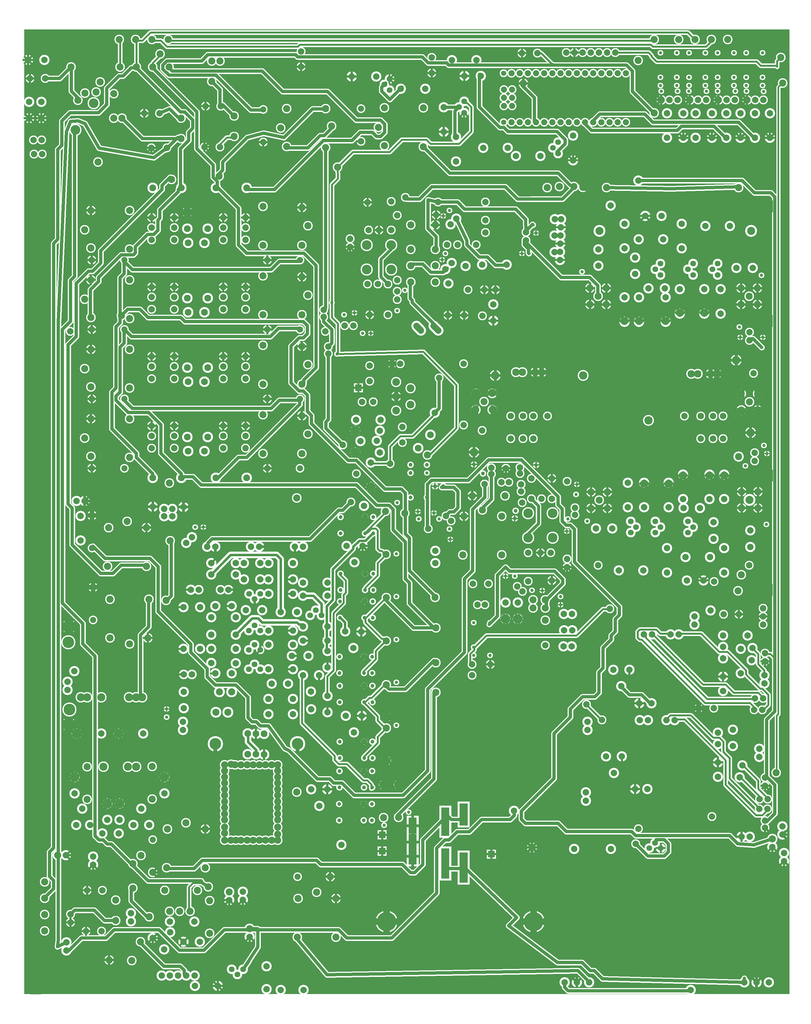
<source format=gbr>
%FSLAX34Y34*%
%MOMM*%
%LNCOPPER_TOP*%
G71*
G01*
%ADD10C,3.200*%
%ADD11C,3.000*%
%ADD12C,3.000*%
%ADD13C,2.800*%
%ADD14C,4.700*%
%ADD15C,1.800*%
%ADD16C,3.700*%
%ADD17C,7.800*%
%ADD18C,3.400*%
%ADD19C,3.100*%
%ADD20C,2.800*%
%ADD21C,2.800*%
%ADD22C,2.800*%
%ADD23C,2.600*%
%ADD24C,1.700*%
%ADD25C,1.800*%
%ADD26C,3.200*%
%ADD27C,3.800*%
%ADD28C,3.000*%
%ADD29C,3.200*%
%ADD30C,1.400*%
%ADD31C,2.000*%
%ADD32C,1.800*%
%ADD33C,3.300*%
%ADD34C,2.900*%
%ADD35C,2.700*%
%ADD36C,3.000*%
%ADD37C,4.800*%
%ADD38C,3.300*%
%ADD39C,3.400*%
%ADD40C,2.600*%
%ADD41C,2.000*%
%ADD42C,1.990*%
%ADD43C,1.600*%
%ADD44C,1.800*%
%ADD45C,3.300*%
%ADD46C,6.800*%
%ADD47C,4.400*%
%ADD48C,4.200*%
%ADD49C,5.200*%
%ADD50C,2.100*%
%ADD51C,2.700*%
%ADD52C,2.450*%
%ADD53C,1.300*%
%ADD54C,4.800*%
%ADD55C,1.400*%
%ADD56C,0.733*%
%ADD57C,0.667*%
%ADD58C,3.345*%
%ADD59C,0.813*%
%ADD60C,6.067*%
%ADD61C,6.860*%
%ADD62C,1.403*%
%ADD63C,1.723*%
%ADD64C,1.380*%
%ADD65C,1.427*%
%ADD66C,1.033*%
%ADD67C,1.180*%
%ADD68C,1.220*%
%ADD69C,0.680*%
%ADD70C,0.767*%
%ADD71C,1.264*%
%ADD72C,1.507*%
%ADD73C,1.687*%
%ADD74C,1.447*%
%ADD75C,2.100*%
%ADD76C,1.967*%
%ADD77C,1.200*%
%ADD78C,0.700*%
%ADD79C,0.804*%
%ADD80C,0.672*%
%ADD81C,0.960*%
%ADD82C,2.017*%
%ADD83C,0.333*%
%ADD84C,2.748*%
%ADD85C,2.973*%
%ADD86C,0.833*%
%ADD87C,2.200*%
%ADD88C,2.134*%
%ADD89C,3.717*%
%ADD90C,0.433*%
%ADD91C,0.600*%
%ADD92C,3.419*%
%ADD93C,0.867*%
%ADD94C,0.400*%
%ADD95C,1.527*%
%ADD96C,2.000*%
%ADD97C,1.800*%
%ADD98C,2.200*%
%ADD99C,4.500*%
%ADD100C,1.000*%
%ADD101C,2.500*%
%ADD102C,7.000*%
%ADD103C,2.600*%
%ADD104C,2.300*%
%ADD105C,2.000*%
%ADD106C,2.000*%
%ADD107C,0.900*%
%ADD108C,1.000*%
%ADD109C,3.000*%
%ADD110C,2.200*%
%ADD111C,2.400*%
%ADD112C,1.200*%
%ADD113C,1.000*%
%ADD114C,2.100*%
%ADD115C,1.900*%
%ADD116C,2.200*%
%ADD117C,3.600*%
%ADD118C,2.100*%
%ADD119C,2.200*%
%ADD120C,0.800*%
%ADD121C,1.500*%
%ADD122C,0.790*%
%ADD123C,1.000*%
%ADD124C,6.000*%
%ADD125C,3.600*%
%ADD126C,4.000*%
%ADD127C,5.000*%
%ADD128C,1.300*%
%ADD129C,1.900*%
%ADD130C,1.650*%
%ADD131C,0.500*%
%ADD132C,4.600*%
%ADD133C,0.600*%
%LPD*%
G36*
X-1346994Y2046287D02*
X1033006Y2046287D01*
X1033006Y-953713D01*
X-1346994Y-953713D01*
X-1346994Y2046287D01*
G37*
%LPC*%
X519851Y1365358D02*
G54D10*
D03*
X519901Y1441608D02*
G54D10*
D03*
X438857Y1361958D02*
G54D10*
D03*
X438970Y1310977D02*
G54D10*
D03*
X553157Y1336558D02*
G54D10*
D03*
X553269Y1285578D02*
G54D10*
D03*
X519867Y1136758D02*
G54D10*
D03*
X519917Y1213008D02*
G54D10*
D03*
X640588Y1393372D02*
G54D10*
D03*
X564338Y1393422D02*
G54D10*
D03*
X565547Y1213008D02*
G54D10*
D03*
X565497Y1136758D02*
G54D10*
D03*
X697650Y1365357D02*
G54D10*
D03*
X697700Y1441607D02*
G54D10*
D03*
X594982Y1240842D02*
G54D10*
D03*
X692547Y1238408D02*
G54D10*
D03*
X692497Y1162158D02*
G54D10*
D03*
X768746Y1238408D02*
G54D10*
D03*
X768696Y1162158D02*
G54D10*
D03*
X819546Y1238408D02*
G54D10*
D03*
X819496Y1162158D02*
G54D10*
D03*
X919018Y1304453D02*
G54D10*
D03*
X868038Y1304340D02*
G54D10*
D03*
X847564Y1435176D02*
G54D10*
D03*
X771314Y1435226D02*
G54D10*
D03*
X632222Y1317783D02*
G54D11*
D03*
X616322Y1300208D02*
G54D11*
D03*
X632256Y1282592D02*
G54D11*
D03*
X733822Y1317783D02*
G54D11*
D03*
X717922Y1300208D02*
G54D11*
D03*
X733856Y1282592D02*
G54D11*
D03*
X810022Y1317783D02*
G54D11*
D03*
X794122Y1300208D02*
G54D11*
D03*
X810056Y1282592D02*
G54D11*
D03*
X413122Y1241683D02*
G54D12*
D03*
X463922Y1241683D02*
G54D12*
D03*
X438522Y1216283D02*
G54D12*
D03*
X463922Y1190883D02*
G54D12*
D03*
X413122Y1190883D02*
G54D12*
D03*
X883022Y1241683D02*
G54D12*
D03*
X933822Y1241683D02*
G54D12*
D03*
X908422Y1216283D02*
G54D12*
D03*
X933822Y1190883D02*
G54D12*
D03*
X883022Y1190883D02*
G54D12*
D03*
X584548Y1465992D02*
G54D10*
D03*
X635528Y1466105D02*
G54D10*
D03*
X519867Y1136758D02*
G54D13*
D03*
X395446Y1496376D02*
G54D14*
D03*
X645782Y1240842D02*
G54D10*
D03*
X648097Y1213008D02*
G54D10*
D03*
X648047Y1136758D02*
G54D10*
D03*
X477097Y1498158D02*
G54D10*
D03*
X388322Y1292383D02*
G54D15*
D03*
X565497Y1136758D02*
G54D13*
D03*
X648047Y1136758D02*
G54D13*
D03*
X692497Y1162158D02*
G54D13*
D03*
X768696Y1162158D02*
G54D13*
D03*
X955278Y1495583D02*
G54D14*
D03*
X395446Y1137602D02*
G54D14*
D03*
X954642Y1139189D02*
G54D14*
D03*
X445472Y1419383D02*
G54D15*
D03*
X442296Y1419384D02*
G54D16*
D03*
X914021Y1419384D02*
G54D16*
D03*
X528072Y830142D02*
G54D17*
D03*
X458222Y969842D02*
G54D17*
D03*
X391547Y969842D02*
G54D18*
D03*
X594747Y830142D02*
G54D18*
D03*
X182672Y979942D02*
G54D19*
D03*
X262672Y979942D02*
G54D20*
D03*
X727672Y974942D02*
G54D20*
D03*
X807672Y974942D02*
G54D20*
D03*
X262672Y979942D02*
G54D19*
D03*
X727672Y974942D02*
G54D19*
D03*
X807672Y974942D02*
G54D12*
D03*
X202672Y979942D02*
G54D19*
D03*
X242672Y979942D02*
G54D19*
D03*
X747672Y974942D02*
G54D19*
D03*
X787672Y974942D02*
G54D19*
D03*
X58247Y863612D02*
G54D12*
D03*
X58247Y914412D02*
G54D12*
D03*
X83647Y889012D02*
G54D12*
D03*
X109047Y914412D02*
G54D12*
D03*
X109047Y863612D02*
G54D12*
D03*
X58247Y862342D02*
G54D21*
D03*
X109047Y862342D02*
G54D13*
D03*
X883747Y862342D02*
G54D12*
D03*
X883747Y913142D02*
G54D12*
D03*
X909147Y887742D02*
G54D12*
D03*
X934547Y913142D02*
G54D12*
D03*
X934547Y862342D02*
G54D12*
D03*
X883747Y862342D02*
G54D21*
D03*
X934547Y862342D02*
G54D13*
D03*
X757204Y773705D02*
G54D22*
D03*
X757204Y843555D02*
G54D22*
D03*
X827054Y773705D02*
G54D22*
D03*
X827054Y843555D02*
G54D22*
D03*
X795304Y843555D02*
G54D22*
D03*
X795304Y773705D02*
G54D22*
D03*
X827055Y773705D02*
G54D13*
D03*
X827055Y843555D02*
G54D13*
D03*
X166654Y773705D02*
G54D22*
D03*
X166654Y843555D02*
G54D22*
D03*
X236504Y773705D02*
G54D22*
D03*
X236504Y843556D02*
G54D22*
D03*
X204754Y843556D02*
G54D22*
D03*
X204754Y773706D02*
G54D22*
D03*
X236505Y773705D02*
G54D13*
D03*
X236505Y843556D02*
G54D13*
D03*
X807672Y974942D02*
G54D19*
D03*
X280955Y843555D02*
G54D21*
D03*
X706405Y843555D02*
G54D21*
D03*
X921947Y976667D02*
G54D21*
D03*
X77397Y798868D02*
G54D21*
D03*
X58247Y913142D02*
G54D13*
D03*
X109047Y913143D02*
G54D13*
D03*
X883747Y913142D02*
G54D13*
D03*
X934547Y913142D02*
G54D13*
D03*
X934547Y862342D02*
G54D13*
D03*
X395446Y659764D02*
G54D14*
D03*
X955278Y658971D02*
G54D14*
D03*
X395446Y300989D02*
G54D14*
D03*
X954642Y302576D02*
G54D14*
D03*
X909021Y582771D02*
G54D16*
D03*
X-281578Y1299843D02*
G54D23*
D03*
X-205378Y1299843D02*
G54D23*
D03*
X-205378Y1376043D02*
G54D23*
D03*
X-281578Y1376043D02*
G54D23*
D03*
X-205466Y1511066D02*
G54D22*
D03*
X-205466Y1422166D02*
G54D22*
D03*
X-243566Y1422166D02*
G54D22*
D03*
X-275316Y1422166D02*
G54D22*
D03*
X-215110Y1159276D02*
G54D22*
D03*
X-278609Y1254526D02*
G54D22*
D03*
X-246860Y1254526D02*
G54D22*
D03*
X-215110Y1254526D02*
G54D22*
D03*
G54D24*
X-205378Y1376043D02*
X-205378Y1363343D01*
X-237128Y1331593D01*
X-237128Y1276544D01*
X-215110Y1254526D01*
X-186627Y1266814D02*
G54D22*
D03*
X-278610Y1508526D02*
G54D22*
D03*
X-161016Y1523766D02*
G54D22*
D03*
X1412Y1376076D02*
G54D22*
D03*
X58562Y1376076D02*
G54D22*
D03*
X87262Y1452276D02*
G54D22*
D03*
X87262Y1509426D02*
G54D22*
D03*
X26212Y1310453D02*
G54D10*
D03*
X-27740Y1256572D02*
G54D10*
D03*
X26212Y1310453D02*
G54D13*
D03*
X153988Y1314504D02*
G54D10*
D03*
X77738Y1314554D02*
G54D10*
D03*
X153988Y1314505D02*
G54D13*
D03*
X33162Y1236376D02*
G54D22*
D03*
X83962Y1236376D02*
G54D22*
D03*
X83962Y1236376D02*
G54D22*
D03*
X112569Y1140270D02*
G54D10*
D03*
X112457Y1191251D02*
G54D10*
D03*
X112569Y1140270D02*
G54D10*
D03*
X87262Y1414176D02*
G54D22*
D03*
X119012Y1236376D02*
G54D22*
D03*
X-31608Y1376076D02*
G54D22*
D03*
X-20688Y1439576D02*
G54D22*
D03*
G54D25*
X-2657Y1457608D02*
X30112Y1388776D01*
X30112Y1376076D01*
X68212Y1337976D01*
X93612Y1337976D01*
X119012Y1312576D01*
X157112Y1312576D01*
X153988Y1314504D01*
X-144384Y1438082D02*
G54D12*
D03*
X-68184Y1438082D02*
G54D12*
D03*
X-144384Y1361882D02*
G54D12*
D03*
X-144384Y1311082D02*
G54D12*
D03*
X-144384Y1260282D02*
G54D12*
D03*
X-68184Y1361882D02*
G54D12*
D03*
X-68184Y1311082D02*
G54D12*
D03*
X-68184Y1260282D02*
G54D12*
D03*
X-68184Y1438082D02*
G54D22*
D03*
X78067Y1155278D02*
G54D22*
D03*
X21847Y1157523D02*
G54D22*
D03*
X21847Y1157523D02*
G54D22*
D03*
X-28953Y1157523D02*
G54D22*
D03*
G54D25*
X-59928Y1509077D02*
X-90639Y1516191D01*
X-90639Y1427291D01*
X-65239Y1401891D01*
X-65239Y1357441D01*
X-68183Y1358707D01*
G54D26*
X-58769Y1109801D02*
X-72911Y1123943D01*
G54D26*
X-112744Y1109801D02*
X-126886Y1123943D01*
X-332978Y1394777D02*
G54D21*
D03*
X-332978Y1369377D02*
G54D21*
D03*
X-59928Y1509077D02*
G54D21*
D03*
X-281578Y1376042D02*
G54D27*
D03*
X-281578Y1299843D02*
G54D27*
D03*
X-205378Y1299843D02*
G54D27*
D03*
X-205378Y1376043D02*
G54D27*
D03*
G54D25*
X-59490Y1116872D02*
X-57468Y1114777D01*
X-140018Y1197327D01*
X-140018Y1203677D01*
X-146368Y1210027D01*
X-146368Y1260827D01*
X-144383Y1260282D01*
X296900Y541641D02*
G54D23*
D03*
X220700Y541641D02*
G54D23*
D03*
X220700Y465441D02*
G54D23*
D03*
X296900Y465441D02*
G54D23*
D03*
X220788Y330418D02*
G54D22*
D03*
X220788Y419318D02*
G54D22*
D03*
X258888Y419318D02*
G54D22*
D03*
X290638Y419318D02*
G54D22*
D03*
X293932Y650458D02*
G54D22*
D03*
X230432Y650458D02*
G54D22*
D03*
X293931Y586958D02*
G54D22*
D03*
X262182Y586958D02*
G54D22*
D03*
X230432Y586958D02*
G54D22*
D03*
G54D24*
X220700Y465441D02*
X220700Y478141D01*
X252451Y509891D01*
X252451Y564939D01*
X230432Y586958D01*
X201949Y574669D02*
G54D22*
D03*
X293932Y332958D02*
G54D22*
D03*
X341950Y373682D02*
G54D21*
D03*
X341950Y399082D02*
G54D21*
D03*
X341950Y640382D02*
G54D21*
D03*
X296900Y465441D02*
G54D27*
D03*
X296900Y541641D02*
G54D27*
D03*
X220700Y541641D02*
G54D27*
D03*
X220700Y465441D02*
G54D27*
D03*
X17692Y412060D02*
G54D12*
D03*
X20866Y532710D02*
G54D12*
D03*
X138342Y412060D02*
G54D12*
D03*
X138342Y532710D02*
G54D12*
D03*
X78017Y552173D02*
G54D12*
D03*
X20866Y532710D02*
G54D28*
D03*
X46713Y596292D02*
G54D12*
D03*
X148313Y596291D02*
G54D12*
D03*
X235613Y272152D02*
G54D12*
D03*
X235613Y246752D02*
G54D12*
D03*
X273713Y246752D02*
G54D12*
D03*
X273713Y208652D02*
G54D12*
D03*
X188208Y264145D02*
G54D10*
D03*
X188321Y213164D02*
G54D10*
D03*
X188208Y264144D02*
G54D22*
D03*
X188320Y213164D02*
G54D22*
D03*
X150108Y264145D02*
G54D10*
D03*
X150220Y213164D02*
G54D10*
D03*
X150108Y264144D02*
G54D22*
D03*
X150220Y213164D02*
G54D22*
D03*
X273713Y272152D02*
G54D12*
D03*
X84680Y632101D02*
G54D22*
D03*
X46713Y596292D02*
G54D12*
D03*
X-145329Y930590D02*
G54D29*
D03*
X-145329Y879790D02*
G54D29*
D03*
X-189779Y905190D02*
G54D29*
D03*
X-189779Y860740D02*
G54D29*
D03*
X-189779Y949640D02*
G54D29*
D03*
X-177079Y1006790D02*
G54D22*
D03*
X-202479Y1006790D02*
G54D22*
D03*
X-238164Y832165D02*
G54D10*
D03*
X-314414Y832215D02*
G54D10*
D03*
X-317106Y797905D02*
G54D10*
D03*
X-240856Y797855D02*
G54D10*
D03*
X-301172Y766429D02*
G54D10*
D03*
X-250192Y766541D02*
G54D10*
D03*
X-272329Y1000528D02*
G54D22*
D03*
X-272329Y952728D02*
G54D22*
D03*
X-268719Y698904D02*
G54D10*
D03*
X-268769Y622654D02*
G54D10*
D03*
X-208829Y647840D02*
G54D22*
D03*
X-208829Y695640D02*
G54D22*
D03*
X-296273Y887684D02*
G54D22*
D03*
X-261173Y887684D02*
G54D22*
D03*
X-170729Y762140D02*
G54D22*
D03*
X-170729Y809940D02*
G54D22*
D03*
X-317051Y730258D02*
G54D10*
D03*
X-240801Y730208D02*
G54D10*
D03*
X-69854Y853835D02*
G54D10*
D03*
X-317106Y797906D02*
G54D22*
D03*
X-317051Y730258D02*
G54D22*
D03*
X-208829Y647840D02*
G54D22*
D03*
X-268769Y622654D02*
G54D22*
D03*
G54D30*
X-208829Y689290D02*
X-208129Y690560D01*
X-214479Y696910D01*
X-271629Y696910D01*
X-268719Y698904D01*
G36*
X-293379Y945860D02*
X-293379Y917860D01*
X-321379Y917860D01*
X-321379Y945860D01*
X-293379Y945860D01*
G37*
X-94529Y692378D02*
G54D31*
D03*
X-94529Y666978D02*
G54D32*
D03*
X-145329Y692378D02*
G54D32*
D03*
X-145329Y666978D02*
G54D31*
D03*
X-94529Y590778D02*
G54D32*
D03*
X-145329Y590778D02*
G54D32*
D03*
X-92497Y723144D02*
G54D12*
D03*
G54D30*
X-69854Y853835D02*
X-69129Y851128D01*
X-138979Y781278D01*
X-177079Y781278D01*
X-208829Y749528D01*
X-208829Y698728D01*
X-208829Y695640D01*
X-90333Y493170D02*
G54D21*
D03*
X-145329Y692378D02*
G54D31*
D03*
X-94529Y590778D02*
G54D31*
D03*
X-145329Y590778D02*
G54D31*
D03*
X955222Y12320D02*
G54D10*
D03*
X955222Y37820D02*
G54D10*
D03*
X-880320Y743691D02*
G54D22*
D03*
X-950170Y743691D02*
G54D22*
D03*
X-880320Y813541D02*
G54D22*
D03*
X-950170Y813541D02*
G54D22*
D03*
X-950170Y781791D02*
G54D22*
D03*
X-880320Y781791D02*
G54D22*
D03*
X-836912Y734920D02*
G54D33*
D03*
X-785930Y735032D02*
G54D33*
D03*
X-658070Y743691D02*
G54D22*
D03*
X-727920Y743691D02*
G54D22*
D03*
X-658070Y813541D02*
G54D22*
D03*
X-727920Y813541D02*
G54D22*
D03*
X-727920Y781791D02*
G54D22*
D03*
X-658070Y781791D02*
G54D22*
D03*
X-775847Y779018D02*
G54D10*
D03*
X-775960Y829998D02*
G54D10*
D03*
X-839347Y779018D02*
G54D10*
D03*
X-839460Y829998D02*
G54D10*
D03*
X-658070Y813541D02*
G54D13*
D03*
X-727920Y813541D02*
G54D13*
D03*
X-775960Y829999D02*
G54D34*
D03*
X-839460Y829999D02*
G54D13*
D03*
X-880320Y813541D02*
G54D13*
D03*
X-950170Y813541D02*
G54D13*
D03*
X-839347Y779018D02*
G54D33*
D03*
X-839460Y829998D02*
G54D33*
D03*
X-775960Y829998D02*
G54D33*
D03*
X-775847Y779018D02*
G54D33*
D03*
X-603857Y847983D02*
G54D12*
D03*
X-483207Y844809D02*
G54D12*
D03*
X-603857Y727333D02*
G54D12*
D03*
X-483207Y727333D02*
G54D12*
D03*
X-464394Y787658D02*
G54D12*
D03*
X-590350Y681054D02*
G54D35*
D03*
X-488750Y681054D02*
G54D35*
D03*
X-483207Y844809D02*
G54D12*
D03*
X-1018852Y715244D02*
G54D12*
D03*
X-1139502Y718418D02*
G54D12*
D03*
X-1018852Y835895D02*
G54D12*
D03*
X-1139502Y835895D02*
G54D12*
D03*
X-1158314Y775570D02*
G54D12*
D03*
X-1139501Y718418D02*
G54D12*
D03*
X-1139502Y835895D02*
G54D12*
D03*
X-1136450Y681054D02*
G54D35*
D03*
X-1034850Y681054D02*
G54D35*
D03*
X-590350Y681054D02*
G54D22*
D03*
X-1136450Y681054D02*
G54D22*
D03*
X-880320Y959591D02*
G54D22*
D03*
X-950170Y959591D02*
G54D22*
D03*
X-880320Y1029441D02*
G54D22*
D03*
X-950170Y1029441D02*
G54D22*
D03*
X-950170Y997691D02*
G54D22*
D03*
X-880320Y997691D02*
G54D22*
D03*
X-836912Y950820D02*
G54D33*
D03*
X-785930Y950932D02*
G54D33*
D03*
X-658070Y959591D02*
G54D22*
D03*
X-727920Y959591D02*
G54D22*
D03*
X-658070Y1029441D02*
G54D22*
D03*
X-727920Y1029441D02*
G54D22*
D03*
X-727920Y997691D02*
G54D22*
D03*
X-658070Y997691D02*
G54D22*
D03*
X-775847Y994918D02*
G54D10*
D03*
X-775960Y1045898D02*
G54D10*
D03*
X-839347Y994918D02*
G54D10*
D03*
X-839460Y1045898D02*
G54D10*
D03*
X-658070Y1029441D02*
G54D13*
D03*
X-727920Y1029441D02*
G54D13*
D03*
X-775960Y1045899D02*
G54D34*
D03*
X-839460Y1045899D02*
G54D13*
D03*
X-880320Y1029441D02*
G54D13*
D03*
X-950170Y1029441D02*
G54D13*
D03*
X-839347Y994918D02*
G54D33*
D03*
X-839460Y1045898D02*
G54D33*
D03*
X-775960Y1045898D02*
G54D33*
D03*
X-775847Y994918D02*
G54D33*
D03*
X-603857Y1063883D02*
G54D12*
D03*
X-483207Y1060709D02*
G54D12*
D03*
X-603857Y943233D02*
G54D12*
D03*
X-483207Y943233D02*
G54D12*
D03*
X-464394Y1003558D02*
G54D12*
D03*
X-590350Y896954D02*
G54D35*
D03*
X-488750Y896954D02*
G54D35*
D03*
X-483207Y1060709D02*
G54D12*
D03*
X-1018852Y931144D02*
G54D12*
D03*
X-1139502Y934318D02*
G54D12*
D03*
X-1018852Y1051794D02*
G54D12*
D03*
X-1139502Y1051794D02*
G54D12*
D03*
X-1158314Y991470D02*
G54D12*
D03*
X-1139501Y934318D02*
G54D12*
D03*
X-1139502Y1051794D02*
G54D12*
D03*
X-1136450Y896954D02*
G54D35*
D03*
X-1034850Y896954D02*
G54D35*
D03*
X-590350Y896954D02*
G54D22*
D03*
X-1136450Y896954D02*
G54D22*
D03*
X-880320Y1175491D02*
G54D22*
D03*
X-950170Y1175491D02*
G54D22*
D03*
X-880320Y1245341D02*
G54D22*
D03*
X-950170Y1245341D02*
G54D22*
D03*
X-950170Y1213591D02*
G54D22*
D03*
X-880320Y1213591D02*
G54D22*
D03*
X-836912Y1166720D02*
G54D33*
D03*
X-785930Y1166832D02*
G54D33*
D03*
X-658070Y1175491D02*
G54D22*
D03*
X-727920Y1175491D02*
G54D22*
D03*
X-658070Y1245341D02*
G54D22*
D03*
X-727920Y1245341D02*
G54D22*
D03*
X-727920Y1213591D02*
G54D22*
D03*
X-658070Y1213591D02*
G54D22*
D03*
X-775847Y1210818D02*
G54D10*
D03*
X-775960Y1261798D02*
G54D10*
D03*
X-839347Y1210818D02*
G54D10*
D03*
X-839460Y1261798D02*
G54D10*
D03*
X-658070Y1245341D02*
G54D13*
D03*
X-727920Y1245341D02*
G54D13*
D03*
X-775960Y1261799D02*
G54D34*
D03*
X-839460Y1261799D02*
G54D13*
D03*
X-880320Y1245341D02*
G54D13*
D03*
X-950170Y1245341D02*
G54D13*
D03*
X-839347Y1210818D02*
G54D33*
D03*
X-839460Y1261799D02*
G54D33*
D03*
X-775960Y1261798D02*
G54D33*
D03*
X-775847Y1210818D02*
G54D33*
D03*
X-603857Y1279783D02*
G54D12*
D03*
X-483207Y1276609D02*
G54D12*
D03*
X-603857Y1159133D02*
G54D12*
D03*
X-483207Y1159133D02*
G54D12*
D03*
X-464394Y1219458D02*
G54D12*
D03*
X-590350Y1112853D02*
G54D35*
D03*
X-488750Y1112854D02*
G54D35*
D03*
X-483207Y1276609D02*
G54D12*
D03*
X-1018852Y1147044D02*
G54D12*
D03*
X-1139502Y1150218D02*
G54D12*
D03*
X-1018852Y1267694D02*
G54D12*
D03*
X-1139502Y1267694D02*
G54D12*
D03*
X-1158314Y1207370D02*
G54D12*
D03*
X-1139501Y1150218D02*
G54D12*
D03*
X-1139502Y1267694D02*
G54D12*
D03*
X-1136450Y1112853D02*
G54D35*
D03*
X-1034850Y1112854D02*
G54D35*
D03*
X-590350Y1112854D02*
G54D22*
D03*
X-1136450Y1112853D02*
G54D22*
D03*
X-880320Y1391391D02*
G54D22*
D03*
X-950170Y1391391D02*
G54D22*
D03*
X-880320Y1461241D02*
G54D22*
D03*
X-950170Y1461241D02*
G54D22*
D03*
X-950170Y1429491D02*
G54D22*
D03*
X-880320Y1429491D02*
G54D22*
D03*
X-836912Y1382620D02*
G54D33*
D03*
X-785930Y1382732D02*
G54D33*
D03*
X-658070Y1391391D02*
G54D22*
D03*
X-727920Y1391391D02*
G54D22*
D03*
X-658070Y1461241D02*
G54D22*
D03*
X-727920Y1461241D02*
G54D22*
D03*
X-727920Y1429491D02*
G54D22*
D03*
X-658070Y1429491D02*
G54D22*
D03*
X-775847Y1426718D02*
G54D10*
D03*
X-775960Y1477698D02*
G54D10*
D03*
X-839347Y1426718D02*
G54D10*
D03*
X-839460Y1477698D02*
G54D10*
D03*
X-658070Y1461241D02*
G54D13*
D03*
X-727920Y1461241D02*
G54D13*
D03*
X-775960Y1477699D02*
G54D34*
D03*
X-839460Y1477699D02*
G54D13*
D03*
X-880320Y1461241D02*
G54D13*
D03*
X-950170Y1461241D02*
G54D13*
D03*
X-839347Y1426718D02*
G54D33*
D03*
X-839460Y1477698D02*
G54D33*
D03*
X-775960Y1477698D02*
G54D33*
D03*
X-775847Y1426718D02*
G54D33*
D03*
X-603857Y1495683D02*
G54D12*
D03*
X-483207Y1492509D02*
G54D12*
D03*
X-603857Y1375033D02*
G54D12*
D03*
X-483207Y1375033D02*
G54D12*
D03*
X-464394Y1435358D02*
G54D12*
D03*
X-590350Y1328754D02*
G54D35*
D03*
X-488750Y1328754D02*
G54D35*
D03*
X-483207Y1492509D02*
G54D12*
D03*
X-1018852Y1362944D02*
G54D12*
D03*
X-1139502Y1366118D02*
G54D12*
D03*
X-1018852Y1483594D02*
G54D12*
D03*
X-1139502Y1483594D02*
G54D12*
D03*
X-1158314Y1423270D02*
G54D12*
D03*
X-1139501Y1366118D02*
G54D12*
D03*
X-1139502Y1483594D02*
G54D12*
D03*
X-1136450Y1328753D02*
G54D35*
D03*
X-1034850Y1328754D02*
G54D35*
D03*
X-590350Y1328754D02*
G54D22*
D03*
X-1136450Y1328754D02*
G54D22*
D03*
X-655196Y652018D02*
G54D33*
D03*
X-655196Y652018D02*
G54D33*
D03*
X-750446Y652018D02*
G54D33*
D03*
X-750446Y652018D02*
G54D33*
D03*
X-858396Y652018D02*
G54D33*
D03*
X-858396Y652018D02*
G54D33*
D03*
X-947296Y652018D02*
G54D33*
D03*
X-947296Y652018D02*
G54D33*
D03*
G54D25*
X-750446Y652018D02*
X-744097Y652018D01*
X-680597Y715518D01*
X-655197Y715518D01*
X-490097Y880617D01*
X-490097Y893317D01*
X-488750Y896953D01*
G54D25*
X-1034850Y896953D02*
X-1036197Y893317D01*
X-1010797Y867917D01*
X-578997Y867917D01*
X-553597Y893317D01*
X-490097Y893317D01*
X-488750Y896953D01*
G54D25*
X-858396Y652018D02*
X-858397Y652018D01*
X-858397Y664718D01*
X-921897Y728218D01*
X-921897Y817118D01*
X-959997Y855218D01*
X-1023497Y855217D01*
X-1061597Y893317D01*
X-1061597Y906017D01*
X-1048897Y918717D01*
X-1048897Y1058417D01*
X-1036197Y1071117D01*
X-1036197Y1109217D01*
X-1034850Y1112854D01*
G54D25*
X-947296Y652018D02*
X-947297Y652018D01*
X-947297Y664718D01*
X-998097Y715518D01*
X-998097Y728218D01*
X-1074297Y804417D01*
X-1074297Y918717D01*
X-1061597Y931417D01*
X-1061598Y1121918D01*
X-1048897Y1134618D01*
X-1048897Y1274318D01*
X-1036197Y1287018D01*
X-1036197Y1325117D01*
X-1034850Y1328754D01*
G54D25*
X-1034850Y1328754D02*
X-1036197Y1325117D01*
X-1010797Y1299718D01*
X-578997Y1299718D01*
X-553597Y1325117D01*
X-490097Y1325118D01*
X-488750Y1328754D01*
X-655196Y1553718D02*
G54D33*
D03*
X-655196Y1553718D02*
G54D33*
D03*
X-750446Y1553718D02*
G54D33*
D03*
X-750446Y1553718D02*
G54D33*
D03*
X-858396Y1553718D02*
G54D33*
D03*
X-858396Y1553718D02*
G54D33*
D03*
X-947296Y1553718D02*
G54D33*
D03*
X-947296Y1553718D02*
G54D33*
D03*
G54D25*
X-750446Y1553718D02*
X-744097Y1553717D01*
X-680597Y1490218D01*
X-680597Y1375918D01*
X-655197Y1350518D01*
X-477397Y1350517D01*
X-439297Y1312417D01*
X-439297Y994918D01*
X-477397Y956817D01*
X-477397Y944118D01*
X-483207Y943234D01*
X-1203932Y1107188D02*
G54D21*
D03*
X-410182Y1107188D02*
G54D21*
D03*
X201770Y1077276D02*
G54D14*
D03*
X211296Y1550352D02*
G54D14*
D03*
X211295Y1550352D02*
G54D14*
D03*
X-337980Y1077276D02*
G54D14*
D03*
X-350680Y1547176D02*
G54D14*
D03*
X-959033Y274502D02*
G54D12*
D03*
X-962207Y153852D02*
G54D12*
D03*
X-1079682Y274502D02*
G54D12*
D03*
X-1079682Y153852D02*
G54D12*
D03*
X-1019358Y135040D02*
G54D12*
D03*
X-1087232Y376371D02*
G54D12*
D03*
X-1084058Y497021D02*
G54D12*
D03*
X-966582Y376371D02*
G54D12*
D03*
X-966583Y497021D02*
G54D12*
D03*
X-1026908Y516308D02*
G54D12*
D03*
X-1132312Y311795D02*
G54D35*
D03*
X-1132312Y210195D02*
G54D35*
D03*
X-1132312Y311795D02*
G54D22*
D03*
X-1132312Y311795D02*
G54D12*
D03*
X-1136110Y534990D02*
G54D35*
D03*
X-1136110Y433390D02*
G54D35*
D03*
X-1136110Y534990D02*
G54D22*
D03*
X-1136110Y534990D02*
G54D12*
D03*
X-962207Y153852D02*
G54D12*
D03*
X-966583Y497021D02*
G54D12*
D03*
X-1084058Y497021D02*
G54D12*
D03*
X-966583Y497021D02*
G54D12*
D03*
X-987822Y582771D02*
G54D14*
D03*
X-35322Y582771D02*
G54D14*
D03*
X-987822Y-315754D02*
G54D14*
D03*
X-35322Y-318929D02*
G54D14*
D03*
X48733Y322452D02*
G54D22*
D03*
X96533Y322451D02*
G54D22*
D03*
X48733Y322452D02*
G54D22*
D03*
X957329Y106861D02*
G54D21*
D03*
X957330Y81461D02*
G54D21*
D03*
X957329Y-280489D02*
G54D21*
D03*
X957330Y-305889D02*
G54D21*
D03*
X926145Y-34389D02*
G54D21*
D03*
X951545Y-34388D02*
G54D21*
D03*
X-69289Y280270D02*
G54D36*
D03*
X-66114Y185020D02*
G54D36*
D03*
X-66114Y77070D02*
G54D36*
D03*
X-66114Y-15005D02*
G54D36*
D03*
X-496684Y-175468D02*
G54D37*
D03*
X-752384Y-175568D02*
G54D37*
D03*
X-651658Y-143643D02*
G54D38*
D03*
X-626284Y-143768D02*
G54D38*
D03*
X-600840Y-143743D02*
G54D38*
D03*
X-403578Y-77384D02*
G54D10*
D03*
X-403753Y-26392D02*
G54D10*
D03*
X-701508Y-13518D02*
G54D39*
D03*
X-750908Y-77618D02*
G54D39*
D03*
X-712908Y-77618D02*
G54D39*
D03*
X-739608Y-13518D02*
G54D39*
D03*
X-850784Y-64368D02*
G54D10*
D03*
X-850908Y-13452D02*
G54D10*
D03*
X-587258Y-35793D02*
G54D10*
D03*
X-511008Y-35843D02*
G54D10*
D03*
X-853358Y-132493D02*
G54D10*
D03*
X-853358Y-106993D02*
G54D10*
D03*
X-587258Y-83418D02*
G54D10*
D03*
X-511009Y-83468D02*
G54D10*
D03*
X-612658Y335682D02*
G54D10*
D03*
X-663575Y335557D02*
G54D10*
D03*
X-647584Y291232D02*
G54D11*
D03*
X-630008Y275332D02*
G54D11*
D03*
X-612392Y291267D02*
G54D11*
D03*
X-641234Y437282D02*
G54D10*
D03*
X-615808Y437332D02*
G54D10*
D03*
X-587258Y291232D02*
G54D10*
D03*
X-511084Y291232D02*
G54D10*
D03*
X-765058Y351557D02*
G54D10*
D03*
X-688808Y351507D02*
G54D10*
D03*
X-606308Y240432D02*
G54D10*
D03*
X-657225Y240307D02*
G54D10*
D03*
X-612658Y176932D02*
G54D11*
D03*
X-630258Y192832D02*
G54D11*
D03*
X-647850Y176898D02*
G54D11*
D03*
X-612284Y116532D02*
G54D40*
D03*
X-630258Y132507D02*
G54D11*
D03*
X-647850Y116572D02*
G54D11*
D03*
X-587258Y176932D02*
G54D10*
D03*
X-511084Y176932D02*
G54D10*
D03*
X-612659Y56232D02*
G54D11*
D03*
X-630258Y72182D02*
G54D11*
D03*
X-647850Y56247D02*
G54D11*
D03*
X-765058Y119782D02*
G54D10*
D03*
X-688808Y119732D02*
G54D10*
D03*
X-764850Y75603D02*
G54D10*
D03*
X-688600Y75553D02*
G54D10*
D03*
X-587258Y56282D02*
G54D10*
D03*
X-510984Y56232D02*
G54D10*
D03*
X-525938Y11492D02*
G54D10*
D03*
X-576854Y11367D02*
G54D10*
D03*
X-587258Y132482D02*
G54D10*
D03*
X-511008Y132432D02*
G54D10*
D03*
X-429983Y37632D02*
G54D29*
D03*
X-454967Y-13300D02*
G54D29*
D03*
X-479866Y37746D02*
G54D29*
D03*
X-422158Y224557D02*
G54D11*
D03*
X-439959Y240357D02*
G54D11*
D03*
X-457349Y224522D02*
G54D11*
D03*
X-777758Y437282D02*
G54D10*
D03*
X-752184Y437232D02*
G54D10*
D03*
X-479308Y326157D02*
G54D10*
D03*
X-403058Y326107D02*
G54D10*
D03*
X-479308Y284882D02*
G54D10*
D03*
X-403058Y284832D02*
G54D10*
D03*
X-498358Y234082D02*
G54D10*
D03*
X-549275Y233957D02*
G54D10*
D03*
G54D41*
X-422158Y224557D02*
X-422158Y259482D01*
X-447558Y284882D01*
X-479308Y284882D01*
X-479308Y189632D02*
G54D10*
D03*
X-403058Y189582D02*
G54D10*
D03*
X-403158Y62607D02*
G54D10*
D03*
X-403271Y113588D02*
G54D10*
D03*
X-403109Y145182D02*
G54D10*
D03*
X-479384Y145232D02*
G54D10*
D03*
X-828508Y303957D02*
G54D10*
D03*
X-803646Y303644D02*
G54D11*
D03*
X-799984Y119782D02*
G54D10*
D03*
X-850958Y119632D02*
G54D10*
D03*
X-765058Y164232D02*
G54D10*
D03*
X-688808Y164182D02*
G54D10*
D03*
G54D41*
X-479308Y195982D02*
X-492008Y195982D01*
X-498358Y202332D01*
X-606308Y202332D01*
X-619008Y215032D01*
X-638058Y215032D01*
X-650758Y202332D01*
X-688858Y164232D01*
X-701558Y43582D02*
G54D10*
D03*
X-752534Y43432D02*
G54D10*
D03*
X-824958Y40432D02*
G54D11*
D03*
X-850258Y40732D02*
G54D11*
D03*
X-799984Y249957D02*
G54D10*
D03*
X-850958Y249857D02*
G54D10*
D03*
X-479308Y437282D02*
G54D10*
D03*
X-504784Y437282D02*
G54D10*
D03*
X-765058Y218207D02*
G54D10*
D03*
X-688808Y218157D02*
G54D10*
D03*
X-701584Y253157D02*
G54D10*
D03*
X-752484Y252957D02*
G54D10*
D03*
X-736484Y303932D02*
G54D11*
D03*
X-711584Y303632D02*
G54D11*
D03*
X-587258Y335682D02*
G54D10*
D03*
X-511084Y335682D02*
G54D10*
D03*
X-587258Y386482D02*
G54D10*
D03*
X-511084Y386532D02*
G54D10*
D03*
X-765084Y386532D02*
G54D10*
D03*
X-688883Y386532D02*
G54D10*
D03*
X-612658Y386482D02*
G54D10*
D03*
X-663575Y386357D02*
G54D10*
D03*
G54D41*
X-549158Y234082D02*
X-549158Y399182D01*
X-561858Y411882D01*
X-704734Y411882D01*
X-765058Y351557D01*
X-513958Y97868D02*
G54D10*
D03*
X-462978Y97980D02*
G54D10*
D03*
X-453859Y-67593D02*
G54D10*
D03*
X-600784Y-208068D02*
G54D38*
D03*
X-626084Y-207868D02*
G54D38*
D03*
X-651571Y-207936D02*
G54D38*
D03*
G54D42*
X-650758Y-143743D02*
X-650758Y-169143D01*
X-625358Y-194543D01*
X-625358Y-207243D01*
X-263534Y-219379D02*
G54D32*
D03*
X-288934Y-219379D02*
G54D32*
D03*
X-263534Y-168579D02*
G54D32*
D03*
X-288934Y-168579D02*
G54D32*
D03*
X-365134Y-219379D02*
G54D31*
D03*
X-365134Y-168579D02*
G54D32*
D03*
X-220925Y-228262D02*
G54D12*
D03*
X-220925Y-126662D02*
G54D12*
D03*
X-222909Y-228262D02*
G54D12*
D03*
X-263534Y-45944D02*
G54D32*
D03*
X-288934Y-45944D02*
G54D32*
D03*
X-263534Y4856D02*
G54D32*
D03*
X-288934Y4856D02*
G54D32*
D03*
X-365134Y-45944D02*
G54D32*
D03*
X-365134Y4856D02*
G54D32*
D03*
X-296634Y-88574D02*
G54D29*
D03*
X-321617Y-139506D02*
G54D29*
D03*
X-346516Y-88460D02*
G54D29*
D03*
X-261152Y303306D02*
G54D32*
D03*
X-286552Y303306D02*
G54D32*
D03*
X-261152Y354106D02*
G54D32*
D03*
X-286552Y354106D02*
G54D32*
D03*
X-362752Y303306D02*
G54D32*
D03*
X-362752Y354106D02*
G54D32*
D03*
X-261152Y478724D02*
G54D32*
D03*
X-286552Y478724D02*
G54D32*
D03*
X-261152Y529524D02*
G54D32*
D03*
X-286552Y529524D02*
G54D32*
D03*
X-362752Y478724D02*
G54D32*
D03*
X-362752Y529524D02*
G54D32*
D03*
X-294252Y440063D02*
G54D29*
D03*
X-319236Y389131D02*
G54D29*
D03*
X-344135Y440178D02*
G54D29*
D03*
X-298221Y173760D02*
G54D29*
D03*
X-323204Y122828D02*
G54D29*
D03*
X-348104Y173874D02*
G54D29*
D03*
X-262740Y216787D02*
G54D32*
D03*
X-288140Y216787D02*
G54D32*
D03*
X-262740Y267587D02*
G54D32*
D03*
X-288140Y267587D02*
G54D32*
D03*
X-364340Y216787D02*
G54D32*
D03*
X-364340Y267587D02*
G54D32*
D03*
X-264327Y44543D02*
G54D32*
D03*
X-289727Y44543D02*
G54D32*
D03*
X-264327Y95343D02*
G54D32*
D03*
X-289727Y95343D02*
G54D32*
D03*
X-365927Y44543D02*
G54D32*
D03*
X-365927Y95343D02*
G54D32*
D03*
G54D43*
X-261153Y478724D02*
X-260234Y481732D01*
X-285634Y456332D01*
X-304683Y456332D01*
X-323734Y437282D01*
X-323734Y430932D01*
X-387234Y367432D01*
X-387234Y272182D01*
X-406284Y253132D01*
X-406284Y113432D01*
X-403270Y113588D01*
G54D43*
X-364340Y216787D02*
X-361834Y215032D01*
X-349134Y202332D01*
X-349134Y176932D01*
X-348104Y173874D01*
X-220925Y-92928D02*
G54D12*
D03*
X-220925Y8672D02*
G54D12*
D03*
X-220925Y-92928D02*
G54D12*
D03*
X-220528Y43200D02*
G54D12*
D03*
X-220528Y144800D02*
G54D12*
D03*
X-220528Y43200D02*
G54D12*
D03*
X-220528Y177741D02*
G54D12*
D03*
X-220528Y279340D02*
G54D12*
D03*
X-220528Y177740D02*
G54D12*
D03*
X-221718Y312282D02*
G54D12*
D03*
X-221718Y413881D02*
G54D12*
D03*
X-221718Y312281D02*
G54D12*
D03*
X-223306Y445632D02*
G54D12*
D03*
X-223306Y547231D02*
G54D12*
D03*
X-223306Y445631D02*
G54D12*
D03*
G54D30*
X-220924Y-126662D02*
X-222134Y-127868D01*
X-247534Y-153268D01*
X-247534Y-172318D01*
X-291984Y-216768D01*
X-288934Y-219379D01*
G54D30*
X-220924Y8672D02*
X-222134Y11832D01*
X-266584Y-32618D01*
X-272934Y-32618D01*
X-285634Y-45318D01*
X-291984Y-45318D01*
X-288934Y-45944D01*
G54D30*
X-220528Y144800D02*
X-222134Y145182D01*
X-253884Y113432D01*
X-253884Y88032D01*
X-291984Y49932D01*
X-291984Y43582D01*
X-289728Y44543D01*
G54D30*
X-220528Y279341D02*
X-222134Y278532D01*
X-285633Y215032D01*
X-288140Y216787D01*
G54D30*
X-221718Y413881D02*
X-222134Y411882D01*
X-247534Y386482D01*
X-247534Y348382D01*
X-285634Y310282D01*
X-285634Y303932D01*
X-286552Y303306D01*
G54D30*
X-223305Y547231D02*
X-222133Y545232D01*
X-285634Y481732D01*
X-286552Y478724D01*
G54D30*
X-288934Y-45944D02*
X-291984Y-45318D01*
X-247533Y-89768D01*
X-247534Y-102468D01*
X-222134Y-127868D01*
X-220924Y-126662D01*
G54D30*
X-220528Y144800D02*
X-222134Y145182D01*
X-228484Y151532D01*
X-234834Y151532D01*
X-285633Y202332D01*
X-285633Y215032D01*
X-288140Y216787D01*
G54D30*
X-221718Y413881D02*
X-222134Y411882D01*
X-234834Y424582D01*
X-241184Y424582D01*
X-247534Y430932D01*
X-247534Y488082D01*
X-253884Y494432D01*
X-266584Y494432D01*
X-279284Y481732D01*
X-285634Y481732D01*
X-286552Y478724D01*
X-365134Y-168579D02*
G54D31*
D03*
X-288934Y-219379D02*
G54D31*
D03*
X-263534Y-219379D02*
G54D31*
D03*
X-288934Y-168579D02*
G54D31*
D03*
X-263534Y-168579D02*
G54D31*
D03*
X-365134Y-45944D02*
G54D31*
D03*
X-365134Y4856D02*
G54D31*
D03*
X-288934Y-45944D02*
G54D31*
D03*
X-263534Y-45944D02*
G54D31*
D03*
X-263534Y4856D02*
G54D31*
D03*
X-288934Y4856D02*
G54D31*
D03*
X-289727Y44543D02*
G54D31*
D03*
X-264327Y44543D02*
G54D31*
D03*
X-264327Y95343D02*
G54D31*
D03*
X-289727Y95343D02*
G54D31*
D03*
X-365927Y44543D02*
G54D31*
D03*
X-365927Y95343D02*
G54D31*
D03*
X-364340Y216787D02*
G54D31*
D03*
X-288140Y216787D02*
G54D31*
D03*
X-364340Y267587D02*
G54D31*
D03*
X-288140Y267587D02*
G54D31*
D03*
X-262740Y267587D02*
G54D31*
D03*
X-262740Y216787D02*
G54D31*
D03*
X-362752Y303306D02*
G54D31*
D03*
X-362752Y354106D02*
G54D31*
D03*
X-286552Y303306D02*
G54D31*
D03*
X-261152Y303306D02*
G54D31*
D03*
X-261152Y354106D02*
G54D31*
D03*
X-286552Y354106D02*
G54D31*
D03*
X-362752Y478724D02*
G54D31*
D03*
X-362752Y529524D02*
G54D31*
D03*
X-286552Y478724D02*
G54D31*
D03*
X-261152Y478724D02*
G54D31*
D03*
X-261152Y529524D02*
G54D31*
D03*
X-286552Y529524D02*
G54D31*
D03*
X-298221Y173760D02*
G54D29*
D03*
X-294252Y440063D02*
G54D29*
D03*
X-265518Y-413052D02*
G54D32*
D03*
X-290918Y-413052D02*
G54D32*
D03*
X-265518Y-362252D02*
G54D32*
D03*
X-290918Y-362252D02*
G54D32*
D03*
X-367118Y-413052D02*
G54D31*
D03*
X-367118Y-362252D02*
G54D32*
D03*
X-367118Y-362252D02*
G54D31*
D03*
X-290918Y-413052D02*
G54D31*
D03*
X-265518Y-413052D02*
G54D31*
D03*
X-290918Y-362252D02*
G54D31*
D03*
X-265518Y-362252D02*
G54D31*
D03*
X-404187Y-317174D02*
G54D29*
D03*
X-429170Y-368106D02*
G54D29*
D03*
X-454069Y-317060D02*
G54D29*
D03*
X-228770Y-303562D02*
G54D12*
D03*
X-228770Y-405162D02*
G54D12*
D03*
X-226786Y-303562D02*
G54D12*
D03*
X-182732Y-302372D02*
G54D12*
D03*
X-182732Y-403972D02*
G54D12*
D03*
X-180748Y-302372D02*
G54D12*
D03*
X-264724Y-310658D02*
G54D32*
D03*
X-290124Y-310658D02*
G54D32*
D03*
X-264724Y-259858D02*
G54D32*
D03*
X-290124Y-259858D02*
G54D32*
D03*
X-366324Y-310658D02*
G54D31*
D03*
X-366325Y-259858D02*
G54D32*
D03*
X-366325Y-259858D02*
G54D31*
D03*
X-290124Y-310658D02*
G54D31*
D03*
X-264724Y-310658D02*
G54D31*
D03*
X-290124Y-259858D02*
G54D31*
D03*
X-264724Y-259858D02*
G54D31*
D03*
G54D30*
X-264724Y-310658D02*
X-267377Y-314400D01*
X-267377Y-301699D01*
X-280077Y-289000D01*
X-292777Y-289000D01*
X-343577Y-238200D01*
X-368977Y-238200D01*
X-381677Y-225500D01*
X-381677Y-212800D01*
X-483277Y-111200D01*
X-483277Y41200D01*
X-479866Y37746D01*
X-499224Y589264D02*
G54D36*
D03*
X-499224Y-325136D02*
G54D36*
D03*
X-691589Y-240430D02*
G54D12*
D03*
X-558239Y-373780D02*
G54D12*
D03*
X-558239Y-354730D02*
G54D12*
D03*
X-558239Y-335680D02*
G54D12*
D03*
X-558239Y-316630D02*
G54D12*
D03*
X-558239Y-297580D02*
G54D12*
D03*
X-558239Y-278530D02*
G54D12*
D03*
X-558239Y-259480D02*
G54D12*
D03*
X-558239Y-240430D02*
G54D12*
D03*
X-558239Y-392830D02*
G54D12*
D03*
X-558239Y-411880D02*
G54D12*
D03*
X-558239Y-411880D02*
G54D12*
D03*
X-653489Y-240430D02*
G54D12*
D03*
X-634439Y-240430D02*
G54D12*
D03*
X-615389Y-240430D02*
G54D12*
D03*
X-596339Y-240430D02*
G54D12*
D03*
X-577289Y-240430D02*
G54D12*
D03*
X-672539Y-240430D02*
G54D12*
D03*
X-691589Y-240430D02*
G54D12*
D03*
X-558239Y-240430D02*
G54D12*
D03*
X-892924Y455914D02*
G54D12*
D03*
G54D25*
X-66114Y185020D02*
X-72464Y185020D01*
X-148664Y261220D01*
X-148664Y324720D01*
X-161364Y337420D01*
X-161364Y451720D01*
X-199464Y489820D01*
X-199464Y553320D01*
X-212164Y566020D01*
X-250264Y566020D01*
X-313764Y629520D01*
X-796364Y629520D01*
X-821764Y654920D01*
X-859864Y654920D01*
X-858396Y652018D01*
G54D25*
X-69289Y280270D02*
X-72464Y286620D01*
X-148664Y362820D01*
X-148664Y464420D01*
X-161364Y477120D01*
X-161364Y604120D01*
X-174064Y616820D01*
X-224864Y616820D01*
X-313764Y705720D01*
X-339164Y705720D01*
X-453464Y820020D01*
X-453464Y845420D01*
X-466164Y858120D01*
X-466164Y908920D01*
X-478864Y921620D01*
X-491564Y921620D01*
X-516964Y947020D01*
X-516964Y1061320D01*
X-491564Y1086720D01*
X-478864Y1086720D01*
X-466164Y1099420D01*
X-466164Y1124820D01*
X-478864Y1137520D01*
X-847164Y1137520D01*
X-859864Y1150220D01*
X-961464Y1150220D01*
X-986864Y1175620D01*
X-1024964Y1175620D01*
X-1044014Y1156570D01*
X-163308Y541471D02*
G54D12*
D03*
G54D25*
X-220528Y279341D02*
X-224864Y273920D01*
X-135964Y185020D01*
X-72464Y185020D01*
X-66114Y185020D01*
G54D25*
X-220925Y8672D02*
X-224864Y7220D01*
X-212164Y-5480D01*
X-161364Y-5480D01*
X-72464Y83420D01*
X-66114Y77070D01*
G54D25*
X-182732Y-403972D02*
X-186764Y-399180D01*
X-72464Y-284880D01*
X-72464Y-18180D01*
X-66114Y-15005D01*
X-272260Y1159276D02*
G54D22*
D03*
X357720Y177222D02*
G54D10*
D03*
X332145Y177273D02*
G54D10*
D03*
X357091Y228069D02*
G54D10*
D03*
X331516Y228120D02*
G54D10*
D03*
X950980Y246561D02*
G54D21*
D03*
X950980Y221161D02*
G54D21*
D03*
X950980Y195761D02*
G54D21*
D03*
X957330Y-436064D02*
G54D21*
D03*
X279824Y1554692D02*
G54D12*
D03*
X875188Y1554523D02*
G54D12*
D03*
X875188Y717910D02*
G54D12*
D03*
X463974Y1554692D02*
G54D12*
D03*
G54D25*
X463974Y1554692D02*
X665956Y1550987D01*
X873686Y1556620D01*
X875188Y1554523D01*
X362374Y1557867D02*
G54D12*
D03*
G54D25*
X-1136110Y433390D02*
X-1132914Y439020D01*
X-1094814Y400920D01*
X-955114Y400920D01*
X-929714Y375520D01*
X-929714Y235820D01*
X-828114Y134220D01*
X-828114Y108820D01*
X-777314Y58020D01*
X-777314Y32620D01*
X-751914Y7220D01*
X-688414Y7220D01*
X-650314Y-30880D01*
X-650314Y-94380D01*
X-637614Y-107080D01*
X-624914Y-107080D01*
X-612214Y-119780D01*
X-586814Y-119780D01*
X-536014Y-189630D01*
X-523314Y-195980D01*
X-434414Y-284880D01*
X-396314Y-284880D01*
X-383614Y-297580D01*
X-358214Y-297580D01*
X-320114Y-335680D01*
X-167714Y-335680D01*
X-91514Y-259480D01*
X-91514Y-5480D01*
X22786Y108820D01*
X22786Y337420D01*
X48186Y362820D01*
X48186Y553320D01*
X86286Y591420D01*
X86286Y629520D01*
X84680Y632101D01*
G54D25*
X362374Y1557867D02*
X365686Y1556620D01*
X327586Y1518520D01*
X187886Y1518520D01*
X149786Y1556620D01*
X-78814Y1556620D01*
X-116914Y1518520D01*
X-155014Y1518520D01*
X-161016Y1523766D01*
X176738Y-383765D02*
G54D10*
D03*
X317924Y1557867D02*
G54D12*
D03*
X-390101Y1195917D02*
G54D44*
D03*
G54D30*
X-367876Y1037167D02*
X-105461Y1043517D01*
X-2614Y940670D01*
X-2614Y806678D01*
X-86147Y723144D01*
G54D30*
X-372224Y1617964D02*
X-370914Y1582655D01*
X-389964Y1563605D01*
X-389964Y1150855D01*
X-370914Y1131805D01*
X-370914Y1040479D01*
X-374226Y1037167D01*
G54D25*
X-59928Y1509077D02*
X1114Y1509077D01*
X22786Y1487405D01*
X181536Y1487405D01*
X213286Y1455655D01*
X213633Y1415816D01*
X215106Y1427162D01*
X215572Y1426533D01*
X213633Y1415816D01*
X787974Y239094D02*
G54D10*
D03*
X876052Y227822D02*
G54D22*
D03*
X828252Y227823D02*
G54D22*
D03*
X957329Y-413839D02*
G54D21*
D03*
G54D25*
X957330Y-413839D02*
X962586Y-417595D01*
X987986Y-392195D01*
X987986Y-303295D01*
X962586Y-277895D01*
X957330Y-280489D01*
G54D25*
X563665Y1575942D02*
X886386Y1576305D01*
X924486Y1538205D01*
X975286Y1538205D01*
X987986Y1525505D01*
X987986Y-74695D01*
X962586Y-100095D01*
X962586Y-277895D01*
X957330Y-280489D01*
X-1171178Y533558D02*
G54D10*
D03*
X-1171228Y457308D02*
G54D10*
D03*
X-1171228Y457308D02*
G54D13*
D03*
X-1184113Y579986D02*
G54D10*
D03*
X-1158638Y579987D02*
G54D10*
D03*
X-322942Y1125304D02*
G54D22*
D03*
X-349929Y1125304D02*
G54D22*
D03*
X-186416Y1231666D02*
G54D22*
D03*
X-186416Y1206266D02*
G54D22*
D03*
X-186416Y1171341D02*
G54D15*
D03*
X-351516Y1158641D02*
G54D15*
D03*
X213633Y1390416D02*
G54D22*
D03*
X213633Y1415816D02*
G54D22*
D03*
G54D25*
X213633Y1393591D02*
X208756Y1389062D01*
X323056Y1274762D01*
X411956Y1274762D01*
X437356Y1249362D01*
X437356Y1211262D01*
X438522Y1216283D01*
X235922Y1438433D02*
G54D15*
D03*
G54D25*
X235922Y1438433D02*
X234156Y1439862D01*
X208756Y1414462D01*
X213633Y1415816D01*
X908958Y1104666D02*
G54D22*
D03*
X908958Y1079266D02*
G54D22*
D03*
X877272Y1120933D02*
G54D15*
D03*
X924834Y730016D02*
G54D22*
D03*
X924834Y704616D02*
G54D22*
D03*
X953472Y752633D02*
G54D15*
D03*
X366034Y558566D02*
G54D22*
D03*
X366034Y536341D02*
G54D22*
D03*
X369272Y600233D02*
G54D15*
D03*
X343872Y524033D02*
G54D15*
D03*
X-19367Y517759D02*
G54D22*
D03*
X-35083Y533475D02*
G54D22*
D03*
X-24428Y492283D02*
G54D15*
D03*
X-56178Y524033D02*
G54D15*
D03*
X202441Y298296D02*
G54D22*
D03*
X186726Y314011D02*
G54D22*
D03*
X178772Y346233D02*
G54D15*
D03*
X232746Y301783D02*
G54D15*
D03*
X-319766Y1164991D02*
G54D15*
D03*
X245384Y1412641D02*
G54D15*
D03*
X200934Y1349141D02*
G54D15*
D03*
X223222Y1349533D02*
G54D15*
D03*
G54D25*
X223222Y1349533D02*
X221456Y1350962D01*
X221456Y1363662D01*
X208756Y1376362D01*
X208756Y1389062D01*
X213633Y1393591D01*
X880384Y1088791D02*
G54D15*
D03*
X950234Y1088791D02*
G54D15*
D03*
X947122Y1057433D02*
G54D15*
D03*
G54D25*
X947122Y1057433D02*
X945356Y1058862D01*
X919956Y1084262D01*
X907256Y1084262D01*
X908958Y1082441D01*
X962934Y726841D02*
G54D15*
D03*
X896322Y689133D02*
G54D15*
D03*
X-294366Y1101491D02*
G54D15*
D03*
X-268966Y1101491D02*
G54D15*
D03*
X372384Y631591D02*
G54D15*
D03*
X340634Y485541D02*
G54D15*
D03*
X150134Y345841D02*
G54D15*
D03*
X264434Y301391D02*
G54D15*
D03*
X-72116Y542691D02*
G54D15*
D03*
X-21316Y460141D02*
G54D15*
D03*
X-119678Y524033D02*
G54D15*
D03*
X-122697Y546854D02*
G54D15*
D03*
X321584Y256941D02*
G54D15*
D03*
X321646Y282733D02*
G54D15*
D03*
X-1020894Y-30325D02*
G54D45*
D03*
X-1106619Y-30325D02*
G54D45*
D03*
X-1024069Y-246225D02*
G54D45*
D03*
X-1100269Y-246225D02*
G54D45*
D03*
X-998669Y-30325D02*
G54D45*
D03*
X-1151069Y-30325D02*
G54D45*
D03*
X-998669Y-246225D02*
G54D45*
D03*
X-1052791Y-143028D02*
G54D10*
D03*
X-976541Y-143078D02*
G54D10*
D03*
X-1052791Y-143027D02*
G54D22*
D03*
X-1182966Y-143028D02*
G54D10*
D03*
X-1106716Y-143078D02*
G54D10*
D03*
X-1182966Y-143027D02*
G54D22*
D03*
X-948887Y-245392D02*
G54D12*
D03*
X-948887Y-346991D02*
G54D12*
D03*
X-1151069Y-246225D02*
G54D12*
D03*
X-1151069Y-347825D02*
G54D12*
D03*
X-910996Y-278442D02*
G54D10*
D03*
X-910884Y-329423D02*
G54D10*
D03*
X-910996Y-278442D02*
G54D22*
D03*
X-1190396Y-278442D02*
G54D10*
D03*
X-1190284Y-329423D02*
G54D10*
D03*
X-1190396Y-278442D02*
G54D22*
D03*
X-910996Y-278442D02*
G54D22*
D03*
X-1166679Y-376668D02*
G54D29*
D03*
X-1141780Y-427714D02*
G54D29*
D03*
X-1007513Y-427600D02*
G54D29*
D03*
X-982529Y-376668D02*
G54D29*
D03*
X-957630Y-427714D02*
G54D29*
D03*
X-1050696Y-360993D02*
G54D10*
D03*
X-1050584Y-411974D02*
G54D10*
D03*
X-1050696Y-360993D02*
G54D22*
D03*
X-1050696Y-360993D02*
G54D22*
D03*
X-1088796Y-360993D02*
G54D10*
D03*
X-1088684Y-411974D02*
G54D10*
D03*
X-1088796Y-360993D02*
G54D22*
D03*
X-1088796Y-360993D02*
G54D22*
D03*
X-1052741Y-454228D02*
G54D10*
D03*
X-1103541Y-454228D02*
G54D10*
D03*
X-1170119Y-30325D02*
G54D45*
D03*
X-979619Y-30325D02*
G54D45*
D03*
X-1185313Y-427600D02*
G54D29*
D03*
X-853358Y-106993D02*
G54D10*
D03*
X-1212133Y-7874D02*
G54D10*
D03*
X-1212134Y17626D02*
G54D10*
D03*
G54D25*
X-979619Y-30325D02*
X-978694Y-33338D01*
X-985044Y-26988D01*
X-985044Y163512D01*
X-959644Y188912D01*
X-959644Y271462D01*
X-959033Y274502D01*
X-905622Y270945D02*
G54D12*
D03*
G54D25*
X-905622Y270945D02*
X-902494Y271462D01*
X-889794Y284162D01*
X-889794Y455612D01*
X-892924Y455914D01*
X-219824Y-728361D02*
G54D12*
D03*
X237376Y-728361D02*
G54D46*
D03*
X-409550Y1679070D02*
G54D12*
D03*
X-530200Y1682244D02*
G54D12*
D03*
X-409550Y1799720D02*
G54D12*
D03*
X-530200Y1799720D02*
G54D12*
D03*
X-549012Y1739396D02*
G54D12*
D03*
X-530200Y1682244D02*
G54D12*
D03*
X-603628Y1797602D02*
G54D35*
D03*
X-603628Y1696002D02*
G54D22*
D03*
X-530200Y1682244D02*
G54D12*
D03*
X-105524Y1681464D02*
G54D12*
D03*
X-226174Y1684638D02*
G54D12*
D03*
X-105524Y1802114D02*
G54D12*
D03*
X-226174Y1802114D02*
G54D12*
D03*
X-244986Y1741789D02*
G54D12*
D03*
X-226174Y1684638D02*
G54D12*
D03*
X-299602Y1799996D02*
G54D35*
D03*
X-299602Y1698396D02*
G54D22*
D03*
X-226174Y1684638D02*
G54D12*
D03*
X-1117176Y1634067D02*
G54D12*
D03*
X-1187828Y1734102D02*
G54D27*
D03*
G54D25*
X-105524Y1681464D02*
X-22974Y1598914D01*
X313576Y1598914D01*
X351676Y1560814D01*
X364376Y1560814D01*
X362374Y1557867D01*
G54D25*
X-858396Y1553718D02*
X-861174Y1554464D01*
X-867524Y1548114D01*
X-867524Y1541764D01*
X-924674Y1484614D01*
X-924674Y1459214D01*
X-931024Y1452864D01*
X-931024Y1421114D01*
X-943724Y1408414D01*
X-962774Y1408414D01*
X-1000874Y1370314D01*
X-1000874Y1351264D01*
X-1007224Y1344914D01*
X-1045324Y1344914D01*
X-1115174Y1275064D01*
X-1115174Y1262364D01*
X-1140574Y1236964D01*
X-1140574Y1148064D01*
X-1139501Y1150218D01*
X-688802Y1613299D02*
G54D14*
D03*
X-1069802Y1564880D02*
G54D14*
D03*
X-1080914Y633018D02*
G54D14*
D03*
X-895515Y636060D02*
G54D12*
D03*
X-888991Y1580056D02*
G54D12*
D03*
G54D25*
X-888991Y1584818D02*
X-892924Y1586214D01*
X-918324Y1560814D01*
X-918324Y1548114D01*
X-1108824Y1357614D01*
X-1108824Y1319514D01*
X-1134224Y1294114D01*
X-1146924Y1294114D01*
X-1185024Y1256014D01*
X-1185024Y1090914D01*
X-1210424Y1065514D01*
X-1210424Y570214D01*
X-1197724Y557514D01*
X-1197724Y443214D01*
X-1108824Y354314D01*
X-1070724Y354314D01*
X-1045324Y379714D01*
X-969124Y379714D01*
X-966583Y376371D01*
X-740193Y1589962D02*
G54D12*
D03*
X-894926Y-696383D02*
G54D12*
D03*
X-863176Y-696383D02*
G54D12*
D03*
X-831426Y-696383D02*
G54D12*
D03*
X-893990Y-728683D02*
G54D10*
D03*
X-817740Y-728733D02*
G54D10*
D03*
X-808078Y-631256D02*
G54D12*
D03*
X-909678Y-631256D02*
G54D12*
D03*
X-769978Y-764606D02*
G54D12*
D03*
X-769978Y-663006D02*
G54D12*
D03*
X-800537Y-790778D02*
G54D10*
D03*
X-851518Y-790890D02*
G54D10*
D03*
X-946786Y-779489D02*
G54D29*
D03*
X-893105Y-761140D02*
G54D29*
D03*
X-911594Y-814842D02*
G54D29*
D03*
X-774276Y-620183D02*
G54D12*
D03*
G54D30*
X-774276Y-620183D02*
X-777042Y-620810D01*
X-789742Y-608110D01*
X-821492Y-608110D01*
X-834192Y-620810D01*
X-834192Y-697010D01*
X-831426Y-696383D01*
X-851518Y-790890D02*
G54D29*
D03*
X-904241Y-560716D02*
G54D12*
D03*
X-901067Y-440066D02*
G54D12*
D03*
X-783591Y-560716D02*
G54D12*
D03*
X-783591Y-440066D02*
G54D12*
D03*
X-843916Y-421254D02*
G54D12*
D03*
X-901068Y-440066D02*
G54D12*
D03*
X-783591Y-440066D02*
G54D12*
D03*
X-947428Y-575297D02*
G54D35*
D03*
X-947428Y-473698D02*
G54D35*
D03*
X410450Y-916801D02*
G54D10*
D03*
X334150Y-916802D02*
G54D10*
D03*
X372350Y-916801D02*
G54D10*
D03*
X-219824Y-728361D02*
G54D46*
D03*
X969250Y-916801D02*
G54D10*
D03*
X892950Y-916802D02*
G54D10*
D03*
X931150Y-916801D02*
G54D10*
D03*
X19771Y816290D02*
G54D22*
D03*
X-36792Y1299947D02*
G54D10*
D03*
X-17174Y1319566D02*
G54D10*
D03*
X19771Y1006790D02*
G54D22*
D03*
X-56429Y962340D02*
G54D22*
D03*
G54D25*
X-56429Y962340D02*
X-56429Y867260D01*
X-69854Y853835D01*
X-356394Y754062D02*
G54D22*
D03*
X-330994Y576262D02*
G54D22*
D03*
G54D25*
X-330994Y576262D02*
X-356394Y550862D01*
X-369094Y550862D01*
X-457994Y461962D01*
X-762794Y461962D01*
X-775494Y449262D01*
X-775494Y436562D01*
X-777759Y437282D01*
X-903966Y-92309D02*
G54D15*
D03*
X-903966Y-66909D02*
G54D15*
D03*
X-843242Y449047D02*
G54D10*
D03*
X-825211Y467078D02*
G54D10*
D03*
X-815066Y498241D02*
G54D15*
D03*
X-789666Y498241D02*
G54D15*
D03*
X-497841Y-776616D02*
G54D12*
D03*
X-494667Y-655966D02*
G54D12*
D03*
X-377191Y-776616D02*
G54D12*
D03*
X-377191Y-655966D02*
G54D12*
D03*
X-437516Y-637154D02*
G54D12*
D03*
X-494668Y-655966D02*
G54D12*
D03*
X-377191Y-655966D02*
G54D12*
D03*
X-395301Y-588278D02*
G54D35*
D03*
X-496901Y-588278D02*
G54D35*
D03*
X-1015099Y-702162D02*
G54D10*
D03*
X-1015099Y-727662D02*
G54D10*
D03*
X-1207672Y189068D02*
G54D47*
D03*
X63103Y-480854D02*
G54D48*
D03*
G36*
X38521Y-373654D02*
X38521Y-435654D01*
X1521Y-435654D01*
X1521Y-373654D01*
X38521Y-373654D01*
G37*
G36*
X38521Y-526054D02*
X38521Y-588054D01*
X1521Y-588054D01*
X1521Y-526054D01*
X38521Y-526054D01*
G37*
G36*
X-18629Y-405404D02*
X-18629Y-467404D01*
X-55629Y-467404D01*
X-55629Y-405404D01*
X-18629Y-405404D01*
G37*
G36*
X-18629Y-494304D02*
X-18629Y-556304D01*
X-55629Y-556304D01*
X-55629Y-494304D01*
X-18629Y-494304D01*
G37*
G36*
X-120229Y-399054D02*
X-120229Y-461054D01*
X-157229Y-461054D01*
X-157229Y-399054D01*
X-120229Y-399054D01*
G37*
G36*
X-120229Y-494304D02*
X-120229Y-556304D01*
X-157229Y-556304D01*
X-157229Y-494304D01*
X-120229Y-494304D01*
G37*
G36*
X-18629Y-367304D02*
X-18629Y-429304D01*
X-55629Y-429304D01*
X-55629Y-367304D01*
X-18629Y-367304D01*
G37*
G36*
X-18629Y-538754D02*
X-18629Y-600754D01*
X-55629Y-600754D01*
X-55629Y-538754D01*
X-18629Y-538754D01*
G37*
G36*
X-120229Y-449854D02*
X-120229Y-511854D01*
X-157229Y-511854D01*
X-157229Y-449854D01*
X-120229Y-449854D01*
G37*
G36*
X38521Y-354604D02*
X38521Y-416604D01*
X1521Y-416604D01*
X1521Y-354604D01*
X38521Y-354604D01*
G37*
G36*
X38521Y-551454D02*
X38521Y-613454D01*
X1521Y-613454D01*
X1521Y-551454D01*
X38521Y-551454D01*
G37*
G54D25*
X-497841Y-776616D02*
X-500679Y-779304D01*
X-405429Y-893604D01*
X375621Y-880904D01*
X413721Y-919004D01*
X410450Y-916801D01*
G54D25*
X-37129Y-398304D02*
X-30779Y-398304D01*
X-106979Y-474504D01*
X-106979Y-550704D01*
X-132379Y-576104D01*
X-145079Y-576104D01*
X-170479Y-550704D01*
X-424479Y-550704D01*
X-437179Y-538004D01*
X-792779Y-538004D01*
X-818179Y-563404D01*
X-907079Y-563404D01*
X-904241Y-560716D01*
G54D25*
X-37129Y-398304D02*
X-30779Y-398304D01*
X-18079Y-411004D01*
X20021Y-411004D01*
X20021Y-404654D01*
G54D25*
X-37129Y-569754D02*
X-30779Y-563404D01*
X20021Y-563404D01*
X20021Y-557054D01*
G54D25*
X20021Y-544354D02*
X20021Y-557054D01*
X185121Y-715804D01*
X159721Y-741204D01*
X312121Y-855504D01*
X388321Y-855504D01*
X413721Y-880904D01*
X426421Y-880904D01*
X451821Y-906304D01*
X892950Y-916802D01*
X892950Y-904102D01*
X-190897Y-484029D02*
G54D48*
D03*
G36*
X-247455Y-444231D02*
X-219455Y-444231D01*
X-219455Y-472231D01*
X-247455Y-472231D01*
X-247455Y-444231D01*
G37*
G36*
X-247455Y-495031D02*
X-219455Y-495031D01*
X-219455Y-523031D01*
X-247455Y-523031D01*
X-247455Y-495031D01*
G37*
G36*
X92270Y-504556D02*
X120270Y-504556D01*
X120270Y-532556D01*
X92270Y-532556D01*
X92270Y-504556D01*
G37*
X-1321197Y2021046D02*
G54D14*
D03*
X-625872Y1873408D02*
G54D14*
D03*
X853678Y-523717D02*
G54D14*
D03*
X-1311672Y-930117D02*
G54D14*
D03*
X-524272Y-892017D02*
G54D14*
D03*
X-694123Y1776948D02*
G54D12*
D03*
X-694123Y1745198D02*
G54D12*
D03*
X-694123Y1713448D02*
G54D12*
D03*
X-785973Y1680843D02*
G54D22*
D03*
X-738173Y1680843D02*
G54D22*
D03*
X-782798Y1807842D02*
G54D22*
D03*
X-734998Y1807843D02*
G54D22*
D03*
X-859223Y1770598D02*
G54D12*
D03*
X-859223Y1738848D02*
G54D12*
D03*
X-859223Y1707098D02*
G54D12*
D03*
X-951073Y1677668D02*
G54D22*
D03*
X-903273Y1677668D02*
G54D22*
D03*
X-973298Y1785618D02*
G54D22*
D03*
X-925498Y1785618D02*
G54D22*
D03*
G54D25*
X-740193Y1594725D02*
X-741979Y1595596D01*
X-729279Y1608296D01*
X-729279Y1633696D01*
X-653079Y1709896D01*
X-602456Y1724024D01*
X-538779Y1709896D01*
X-449879Y1798796D01*
X-411779Y1798796D01*
X-409550Y1799720D01*
G54D25*
X-777451Y-620183D02*
X-783254Y-614204D01*
X-792917Y-608110D01*
X-795954Y-601504D01*
X-961054Y-601504D01*
X-1075354Y-487204D01*
X-1088054Y-487204D01*
X-1100754Y-474504D01*
X-1113454Y-474504D01*
X-1126154Y-461804D01*
X-1126154Y96996D01*
X-1164254Y135096D01*
X-1164254Y198596D01*
X-1227754Y262096D01*
X-1227754Y1112996D01*
X-1202354Y1138396D01*
X-1202354Y1265396D01*
X-1189654Y1278096D01*
X-1189654Y1735296D01*
X-1191003Y1734102D01*
X-1062423Y-661452D02*
G54D12*
D03*
X-1062423Y-693202D02*
G54D12*
D03*
X-1062423Y-724952D02*
G54D12*
D03*
X-1154273Y-757557D02*
G54D22*
D03*
X-1106473Y-757557D02*
G54D22*
D03*
X-1151098Y-630558D02*
G54D22*
D03*
X-1103298Y-630557D02*
G54D22*
D03*
X-947428Y-575297D02*
G54D12*
D03*
X-395301Y-588278D02*
G54D12*
D03*
X-1009016Y-548254D02*
G54D12*
D03*
G54D25*
X-925498Y1785618D02*
X-894379Y1798796D01*
X-868979Y1773396D01*
X-856279Y1773396D01*
X-859223Y1770598D01*
G54D25*
X-903273Y1674493D02*
X-907079Y1671796D01*
X-868979Y1709896D01*
X-856279Y1709896D01*
X-859223Y1707098D01*
G54D30*
X-738173Y1680843D02*
X-741979Y1684496D01*
X-716579Y1709896D01*
X-691179Y1709896D01*
X-694123Y1713448D01*
G54D25*
X-734998Y1807843D02*
X-729279Y1811496D01*
X-691179Y1773396D01*
X-694123Y1776948D01*
X-37128Y1349533D02*
G54D15*
D03*
X-46716Y1330091D02*
G54D15*
D03*
G54D25*
X-33617Y1303122D02*
X-30779Y1303496D01*
X-43479Y1290796D01*
X-81579Y1290796D01*
X-106979Y1316196D01*
X-145079Y1316196D01*
X-144384Y1311082D01*
X-20688Y1439576D02*
G54D10*
D03*
X-2657Y1457608D02*
G54D10*
D03*
X-24428Y1482883D02*
G54D15*
D03*
X-43541Y1466616D02*
G54D15*
D03*
X-1132758Y-551593D02*
G54D10*
D03*
X-1132759Y-526093D02*
G54D10*
D03*
X-1215308Y-818293D02*
G54D10*
D03*
X-1215309Y-792793D02*
G54D10*
D03*
X-1130678Y1816652D02*
G54D27*
D03*
G54D25*
X-1215309Y-792793D02*
X-1243171Y-806376D01*
X-1240709Y-786443D01*
X-1240709Y1137607D01*
X-1215309Y1728157D01*
X-1202609Y1759907D01*
X-1178708Y1761357D01*
X-1158159Y1753557D01*
X-1113709Y1677357D01*
X-943758Y1647057D01*
X-903273Y1677668D01*
X-1242174Y-521986D02*
G54D12*
D03*
X-1209460Y140755D02*
G54D47*
D03*
X-1048262Y1929114D02*
G54D12*
D03*
X-997462Y1929114D02*
G54D12*
D03*
X-946662Y1929114D02*
G54D12*
D03*
X-895862Y1929114D02*
G54D12*
D03*
G54D25*
X-997462Y1929114D02*
X-1000636Y1929114D01*
X-860936Y1789414D01*
X-848236Y1789414D01*
X-822836Y1764014D01*
X-822836Y1738614D01*
X-835536Y1725914D01*
X-835536Y1700514D01*
X-860936Y1675114D01*
X-860936Y1548114D01*
X-858396Y1553718D01*
G54D25*
X-946662Y1929114D02*
X-949836Y1929114D01*
X-810136Y1789414D01*
X-810136Y1675114D01*
X-759336Y1624314D01*
X-759336Y1586214D01*
X-746636Y1573514D01*
X-746636Y1548114D01*
X-750446Y1553718D01*
G54D25*
X-895862Y1929114D02*
X-899036Y1929114D01*
X-886336Y1916414D01*
X-606936Y1916414D01*
X-543436Y1852914D01*
X-403736Y1852914D01*
X-314836Y1764014D01*
X-238636Y1764014D01*
X-225936Y1751314D01*
X-225936Y1725914D01*
X-238636Y1713214D01*
X-251336Y1713214D01*
X-264036Y1725914D01*
X-302136Y1725914D01*
X-327536Y1700514D01*
X-416436Y1700514D01*
X-568836Y1548114D01*
X-657736Y1548114D01*
X-655196Y1553718D01*
G54D25*
X-1034850Y1112853D02*
X-1038736Y1116314D01*
X-1013336Y1090914D01*
X-581536Y1090914D01*
X-556136Y1116314D01*
X-492636Y1116314D01*
X-488750Y1112853D01*
X-1200662Y1929114D02*
G54D12*
D03*
X-1149862Y1929114D02*
G54D12*
D03*
X-775960Y1261798D02*
G54D33*
D03*
X-839460Y1045898D02*
G54D33*
D03*
X-775960Y1045899D02*
G54D33*
D03*
X-839460Y829998D02*
G54D33*
D03*
X-775960Y829998D02*
G54D33*
D03*
G54D25*
X-1215308Y-818293D02*
X-1219994Y-817563D01*
X-1207294Y-817563D01*
X-1169194Y-779463D01*
X-1092994Y-779463D01*
X-1067594Y-754063D01*
X-927894Y-754063D01*
X-864394Y-817563D01*
X-788194Y-817563D01*
X-724694Y-754063D01*
X-369094Y-754063D01*
X-343694Y-779463D01*
X-203994Y-779463D01*
X-64294Y-639763D01*
X-64294Y-500063D01*
X-38894Y-474663D01*
X-26194Y-474663D01*
X-794Y-449263D01*
X37306Y-449263D01*
X75406Y-411163D01*
X164306Y-411163D01*
X177006Y-398463D01*
X177006Y-385763D01*
X176738Y-383765D01*
X-163397Y1234841D02*
G54D15*
D03*
X830237Y433595D02*
G54D10*
D03*
X830187Y357344D02*
G54D10*
D03*
X911230Y436995D02*
G54D10*
D03*
X911118Y487976D02*
G54D10*
D03*
X796931Y462395D02*
G54D10*
D03*
X796818Y513376D02*
G54D10*
D03*
X830221Y662195D02*
G54D10*
D03*
X830171Y585944D02*
G54D10*
D03*
X709500Y405581D02*
G54D10*
D03*
X785750Y405531D02*
G54D10*
D03*
X784541Y585944D02*
G54D10*
D03*
X784591Y662195D02*
G54D10*
D03*
X652438Y433596D02*
G54D10*
D03*
X652388Y357346D02*
G54D10*
D03*
X755106Y558111D02*
G54D10*
D03*
X657541Y560544D02*
G54D10*
D03*
X657591Y636795D02*
G54D10*
D03*
X581341Y560544D02*
G54D10*
D03*
X581391Y636795D02*
G54D10*
D03*
X530541Y560544D02*
G54D10*
D03*
X530591Y636795D02*
G54D10*
D03*
X431070Y494500D02*
G54D10*
D03*
X482050Y494613D02*
G54D10*
D03*
X502524Y363776D02*
G54D10*
D03*
X578774Y363727D02*
G54D10*
D03*
X717866Y481170D02*
G54D11*
D03*
X733766Y498745D02*
G54D11*
D03*
X717832Y516360D02*
G54D11*
D03*
X616266Y481170D02*
G54D11*
D03*
X632166Y498744D02*
G54D11*
D03*
X616231Y516360D02*
G54D11*
D03*
X540066Y481170D02*
G54D11*
D03*
X555966Y498745D02*
G54D11*
D03*
X540031Y516361D02*
G54D11*
D03*
X935378Y558064D02*
G54D12*
D03*
X884578Y558064D02*
G54D12*
D03*
X909978Y583464D02*
G54D12*
D03*
X884578Y608864D02*
G54D12*
D03*
X935378Y608864D02*
G54D12*
D03*
X467066Y557270D02*
G54D12*
D03*
X416266Y557270D02*
G54D12*
D03*
X441666Y582670D02*
G54D12*
D03*
X416266Y608070D02*
G54D12*
D03*
X467066Y608070D02*
G54D12*
D03*
X765540Y332960D02*
G54D10*
D03*
X714560Y332848D02*
G54D10*
D03*
X830221Y662195D02*
G54D13*
D03*
X954642Y302576D02*
G54D14*
D03*
X704306Y558111D02*
G54D10*
D03*
X701991Y585945D02*
G54D10*
D03*
X702041Y662195D02*
G54D10*
D03*
X961766Y506570D02*
G54D15*
D03*
X784591Y662195D02*
G54D13*
D03*
X702041Y662195D02*
G54D13*
D03*
X657591Y636795D02*
G54D13*
D03*
X581391Y636795D02*
G54D13*
D03*
X394810Y303370D02*
G54D14*
D03*
X954642Y661351D02*
G54D14*
D03*
X395445Y659764D02*
G54D14*
D03*
X875188Y717910D02*
G54D10*
D03*
X404166Y516970D02*
G54D15*
D03*
X908422Y379671D02*
G54D22*
D03*
X438522Y379671D02*
G54D22*
D03*
X474900Y244430D02*
G54D22*
D03*
X519850Y1365358D02*
G54D10*
D03*
X519900Y1441608D02*
G54D10*
D03*
X438857Y1361958D02*
G54D10*
D03*
X438969Y1310978D02*
G54D10*
D03*
X553156Y1336558D02*
G54D10*
D03*
X553268Y1285578D02*
G54D10*
D03*
X519866Y1136759D02*
G54D10*
D03*
X519916Y1213009D02*
G54D10*
D03*
X640587Y1393372D02*
G54D10*
D03*
X564337Y1393422D02*
G54D10*
D03*
X565546Y1213008D02*
G54D10*
D03*
X565496Y1136759D02*
G54D10*
D03*
X697650Y1365358D02*
G54D10*
D03*
X697699Y1441608D02*
G54D10*
D03*
X594981Y1240842D02*
G54D10*
D03*
X692546Y1238409D02*
G54D10*
D03*
X692496Y1162159D02*
G54D10*
D03*
X768746Y1238408D02*
G54D10*
D03*
X768696Y1162158D02*
G54D10*
D03*
X819546Y1238408D02*
G54D10*
D03*
X819496Y1162158D02*
G54D10*
D03*
X919018Y1304453D02*
G54D10*
D03*
X868037Y1304340D02*
G54D10*
D03*
X847562Y1435176D02*
G54D10*
D03*
X771313Y1435226D02*
G54D10*
D03*
X632221Y1317784D02*
G54D11*
D03*
X616321Y1300209D02*
G54D11*
D03*
X632255Y1282593D02*
G54D11*
D03*
X733821Y1317784D02*
G54D11*
D03*
X717921Y1300208D02*
G54D11*
D03*
X733856Y1282593D02*
G54D11*
D03*
X810021Y1317784D02*
G54D11*
D03*
X794121Y1300208D02*
G54D11*
D03*
X810056Y1282593D02*
G54D11*
D03*
X413121Y1241684D02*
G54D12*
D03*
X463921Y1241684D02*
G54D12*
D03*
X438521Y1216284D02*
G54D12*
D03*
X463921Y1190884D02*
G54D12*
D03*
X413121Y1190884D02*
G54D12*
D03*
X883021Y1241684D02*
G54D12*
D03*
X933821Y1241684D02*
G54D12*
D03*
X908420Y1216284D02*
G54D12*
D03*
X933820Y1190884D02*
G54D12*
D03*
X883021Y1190884D02*
G54D12*
D03*
X584547Y1465993D02*
G54D10*
D03*
X635527Y1466106D02*
G54D10*
D03*
X519866Y1136759D02*
G54D13*
D03*
X395445Y1496377D02*
G54D14*
D03*
X645781Y1240842D02*
G54D10*
D03*
X648096Y1213009D02*
G54D10*
D03*
X648046Y1136759D02*
G54D10*
D03*
X477096Y1498159D02*
G54D10*
D03*
X388321Y1292384D02*
G54D15*
D03*
X565496Y1136759D02*
G54D13*
D03*
X648046Y1136759D02*
G54D13*
D03*
X692496Y1162159D02*
G54D13*
D03*
X768696Y1162158D02*
G54D13*
D03*
X955277Y1495584D02*
G54D14*
D03*
X395445Y1137602D02*
G54D49*
D03*
X954642Y1139190D02*
G54D14*
D03*
X945921Y1281984D02*
G54D15*
D03*
X-1082835Y-847498D02*
G54D12*
D03*
X-1012191Y-849085D02*
G54D12*
D03*
X-69129Y625790D02*
G54D50*
D03*
X-43729Y625790D02*
G54D50*
D03*
X883211Y350120D02*
G54D12*
D03*
X232650Y-497701D02*
G54D10*
D03*
X-645274Y-750586D02*
G54D12*
D03*
X-708774Y-636286D02*
G54D12*
D03*
X-1207672Y-115732D02*
G54D47*
D03*
X-1206285Y-68795D02*
G54D47*
D03*
X-708773Y-661786D02*
G54D10*
D03*
X-708774Y-636286D02*
G54D10*
D03*
X-666440Y-660764D02*
G54D10*
D03*
X-666441Y-635264D02*
G54D10*
D03*
X-645273Y-776086D02*
G54D10*
D03*
X-645274Y-750586D02*
G54D10*
D03*
X-1216674Y-521985D02*
G54D10*
D03*
X-1242174Y-521986D02*
G54D10*
D03*
X-688414Y-475380D02*
G54D12*
D03*
X-558239Y-456330D02*
G54D12*
D03*
X-558239Y-475380D02*
G54D12*
D03*
X-653489Y-475380D02*
G54D12*
D03*
X-634439Y-475380D02*
G54D12*
D03*
X-615389Y-475380D02*
G54D12*
D03*
X-596339Y-475380D02*
G54D12*
D03*
X-577289Y-475380D02*
G54D12*
D03*
X-672539Y-475380D02*
G54D12*
D03*
X-558239Y-475380D02*
G54D12*
D03*
X-723339Y-453155D02*
G54D12*
D03*
X-723339Y-434105D02*
G54D12*
D03*
X-723339Y-475380D02*
G54D12*
D03*
X-723339Y-297580D02*
G54D12*
D03*
X-723339Y-278530D02*
G54D12*
D03*
X-723339Y-259480D02*
G54D12*
D03*
X-723339Y-240430D02*
G54D12*
D03*
X-723339Y-354730D02*
G54D12*
D03*
X-723339Y-335680D02*
G54D12*
D03*
X-723339Y-316630D02*
G54D12*
D03*
X-723339Y-297580D02*
G54D12*
D03*
X-723339Y-411880D02*
G54D12*
D03*
X-723339Y-392830D02*
G54D12*
D03*
X-723339Y-373780D02*
G54D12*
D03*
X-723339Y-354730D02*
G54D12*
D03*
X-703184Y-239043D02*
G54D12*
D03*
X-558239Y-434105D02*
G54D12*
D03*
X-704289Y-475380D02*
G54D12*
D03*
X-911724Y555546D02*
G54D10*
D03*
X-911724Y532030D02*
G54D10*
D03*
X-886324Y555546D02*
G54D10*
D03*
X-886324Y532030D02*
G54D10*
D03*
X-1190784Y50234D02*
G54D10*
D03*
X792230Y-401139D02*
G54D21*
D03*
X884231Y-464077D02*
G54D10*
D03*
X909806Y-464128D02*
G54D10*
D03*
X632917Y-499534D02*
G54D11*
D03*
X615342Y-483634D02*
G54D11*
D03*
X597726Y-499568D02*
G54D11*
D03*
X563630Y-439239D02*
G54D21*
D03*
X-68094Y424872D02*
G54D10*
D03*
X478006Y-502228D02*
G54D10*
D03*
X-68094Y386772D02*
G54D10*
D03*
X363706Y-502228D02*
G54D10*
D03*
X-919168Y-895878D02*
G54D10*
D03*
X-893594Y-895928D02*
G54D10*
D03*
X-893594Y-895928D02*
G54D10*
D03*
X-868020Y-895978D02*
G54D10*
D03*
X554842Y-486543D02*
G54D21*
D03*
G54D25*
X554842Y-486543D02*
X592942Y-524643D01*
X643742Y-524643D01*
X656442Y-511943D01*
X656442Y-486543D01*
X643742Y-473843D01*
X618342Y-473843D01*
X618342Y-486543D01*
X615342Y-483634D01*
X980326Y-471186D02*
G54D12*
D03*
X980327Y-496686D02*
G54D10*
D03*
X980326Y-471186D02*
G54D10*
D03*
X929878Y-726917D02*
G54D14*
D03*
G54D25*
X980326Y-471186D02*
X922286Y-489480D01*
X872342Y-486543D01*
X846942Y-461143D01*
X554842Y-461143D01*
X542142Y-448443D01*
X338942Y-448443D01*
X313542Y-423043D01*
X211942Y-423043D01*
X199242Y-410343D01*
X199242Y-384943D01*
X300842Y-283343D01*
X300842Y-143643D01*
X351642Y-92843D01*
X351642Y-67443D01*
X389742Y-29343D01*
X427842Y-29343D01*
X440542Y-16643D01*
X440542Y46857D01*
X453242Y59557D01*
X453242Y123057D01*
X478642Y148457D01*
X478642Y161157D01*
X491342Y173857D01*
X491342Y211957D01*
X504042Y224657D01*
X504042Y250057D01*
X364342Y389757D01*
X364342Y491357D01*
X351642Y504057D01*
X338942Y504057D01*
X326242Y516757D01*
X326242Y554857D01*
X313542Y567557D01*
X313542Y592957D01*
X199242Y707257D01*
X97642Y707257D01*
X34142Y643757D01*
X-80158Y643757D01*
X-92858Y631057D01*
X-92858Y491357D01*
X-90333Y493170D01*
X-1067912Y1846623D02*
G54D12*
D03*
X-1283212Y-604536D02*
G54D12*
D03*
X-1283212Y-655336D02*
G54D12*
D03*
X-1283212Y-706136D02*
G54D12*
D03*
X-1283212Y-756936D02*
G54D12*
D03*
G54D25*
X-1283211Y-655336D02*
X-1280308Y-651643D01*
X-1254908Y-626243D01*
X-1254908Y-600843D01*
X-1267608Y-588143D01*
X-1267608Y-511943D01*
X-1254908Y-499243D01*
X-1254908Y1380357D01*
X-1242208Y1393057D01*
X-1242208Y1672457D01*
X-1229508Y1685157D01*
X-1229508Y1761357D01*
X-1204108Y1786757D01*
X-1115208Y1786757D01*
X-1089808Y1812157D01*
X-1089808Y1862957D01*
X-1051708Y1901057D01*
X-1039008Y1901057D01*
X-1013608Y1926457D01*
X-1000908Y1926457D01*
X-997462Y1929114D01*
X-868020Y-895978D02*
G54D10*
D03*
X-842445Y-896029D02*
G54D10*
D03*
X-983616Y-522854D02*
G54D12*
D03*
X-1009016Y-624454D02*
G54D12*
D03*
X-958216Y-713354D02*
G54D12*
D03*
G54D25*
X-958216Y-713354D02*
X-962808Y-715143D01*
X-1013608Y-664343D01*
X-1013608Y-626243D01*
X-1009016Y-624454D01*
X-985528Y-791197D02*
G54D12*
D03*
G54D25*
X-985528Y-791197D02*
X-988208Y-791343D01*
X-912008Y-867543D01*
X-861208Y-867543D01*
X-848508Y-880243D01*
X-848508Y-892943D01*
X-842445Y-896029D01*
X-842445Y-896029D02*
G54D10*
D03*
X-816870Y-896080D02*
G54D10*
D03*
X-815858Y-927968D02*
G54D10*
D03*
X-744362Y-928026D02*
G54D10*
D03*
G54D25*
X-649145Y-852958D02*
X-666226Y-876610D01*
X-619908Y-807218D01*
X-619908Y-750068D01*
X-626258Y-750068D01*
X-645274Y-750586D01*
X726326Y-941086D02*
G54D10*
D03*
G54D25*
X334150Y-916802D02*
X334150Y-932601D01*
X345292Y-943743D01*
X723669Y-943743D01*
X726326Y-941086D01*
X726326Y-941086D02*
G54D10*
D03*
G36*
X38521Y-507004D02*
X38521Y-569004D01*
X1521Y-569004D01*
X1521Y-507004D01*
X38521Y-507004D01*
G37*
X21159Y1822575D02*
G54D11*
D03*
X5259Y1805000D02*
G54D11*
D03*
X21194Y1787384D02*
G54D11*
D03*
X360455Y1639368D02*
G54D10*
D03*
X360505Y1715618D02*
G54D10*
D03*
X-175543Y1861744D02*
G54D10*
D03*
X-99293Y1861694D02*
G54D10*
D03*
X265270Y893126D02*
G54D14*
D03*
X-290344Y564572D02*
G54D10*
D03*
X1011406Y-432378D02*
G54D10*
D03*
X-360194Y-489528D02*
G54D10*
D03*
X-313928Y664527D02*
G54D21*
D03*
X1011406Y-457778D02*
G54D10*
D03*
X169227Y1757328D02*
G54D51*
D03*
X194627Y1757328D02*
G54D51*
D03*
X220027Y1757328D02*
G54D51*
D03*
X245427Y1757328D02*
G54D51*
D03*
X270827Y1757328D02*
G54D51*
D03*
X296227Y1757328D02*
G54D51*
D03*
X321627Y1757328D02*
G54D51*
D03*
X347027Y1757328D02*
G54D51*
D03*
X372427Y1757328D02*
G54D51*
D03*
X397827Y1757328D02*
G54D51*
D03*
X423227Y1757328D02*
G54D51*
D03*
X448627Y1757328D02*
G54D51*
D03*
X474027Y1757328D02*
G54D51*
D03*
X499427Y1757328D02*
G54D51*
D03*
X524827Y1757328D02*
G54D51*
D03*
X169227Y1909728D02*
G54D51*
D03*
X194627Y1909728D02*
G54D51*
D03*
X220027Y1909728D02*
G54D51*
D03*
X245427Y1909728D02*
G54D51*
D03*
X270827Y1909728D02*
G54D51*
D03*
X296227Y1909728D02*
G54D51*
D03*
X321627Y1909728D02*
G54D51*
D03*
X347027Y1909728D02*
G54D51*
D03*
X372427Y1909728D02*
G54D51*
D03*
X397827Y1909728D02*
G54D51*
D03*
X423227Y1909728D02*
G54D51*
D03*
X448627Y1909728D02*
G54D51*
D03*
X474027Y1909728D02*
G54D51*
D03*
X499427Y1909728D02*
G54D51*
D03*
X524827Y1909728D02*
G54D51*
D03*
X143986Y1909887D02*
G54D52*
D03*
X143986Y1757487D02*
G54D52*
D03*
X170243Y1858674D02*
G54D51*
D03*
X144843Y1858674D02*
G54D51*
D03*
X170243Y1833274D02*
G54D51*
D03*
X144843Y1833274D02*
G54D51*
D03*
X170243Y1807874D02*
G54D51*
D03*
X144843Y1807874D02*
G54D51*
D03*
X-390500Y1745744D02*
G54D12*
D03*
G54D25*
X-390500Y1745744D02*
X-388144Y1741487D01*
X-413544Y1716087D01*
X-426244Y1716087D01*
X-464344Y1677987D01*
X-527844Y1677987D01*
X-530200Y1682244D01*
X-251679Y1899761D02*
G54D10*
D03*
X-327929Y1899812D02*
G54D10*
D03*
X-42105Y1804034D02*
G54D10*
D03*
X-42155Y1727784D02*
G54D10*
D03*
X-4005Y1711959D02*
G54D10*
D03*
X-4056Y1635709D02*
G54D10*
D03*
G54D25*
X-4005Y1711959D02*
X-7144Y1716087D01*
X-7144Y1792287D01*
X5556Y1804987D01*
X5259Y1805000D01*
X-372224Y1617964D02*
G54D12*
D03*
G54D30*
X-372224Y1617964D02*
X-375444Y1614487D01*
X-324644Y1665287D01*
X-210344Y1665287D01*
X-172244Y1703387D01*
X-96044Y1703387D01*
X-83344Y1690687D01*
X5556Y1690687D01*
X43656Y1728787D01*
X43656Y1804987D01*
X30956Y1817687D01*
X18256Y1817687D01*
X21159Y1822575D01*
X205626Y1878314D02*
G54D12*
D03*
X-16793Y1950644D02*
G54D10*
D03*
X59457Y1950594D02*
G54D10*
D03*
X-79404Y1910901D02*
G54D22*
D03*
X-79404Y1958701D02*
G54D22*
D03*
X73006Y1901319D02*
G54D10*
D03*
X22025Y1901207D02*
G54D10*
D03*
X313259Y1695575D02*
G54D11*
D03*
X297359Y1678000D02*
G54D11*
D03*
X313294Y1660384D02*
G54D11*
D03*
G54D25*
X313294Y1660384D02*
X310356Y1665287D01*
X335756Y1690687D01*
X335756Y1703387D01*
X310356Y1728787D01*
X157956Y1728787D01*
X145256Y1741487D01*
X132556Y1741487D01*
X69056Y1804987D01*
X69056Y1906587D01*
X73006Y1901319D01*
X182665Y1652142D02*
G54D10*
D03*
X258915Y1652092D02*
G54D10*
D03*
X81065Y1677542D02*
G54D10*
D03*
X157315Y1677492D02*
G54D10*
D03*
X563665Y1575942D02*
G54D10*
D03*
X1016310Y-540114D02*
G54D10*
D03*
X1016309Y-514614D02*
G54D10*
D03*
X999728Y2004133D02*
G54D14*
D03*
X-1318022Y485933D02*
G54D14*
D03*
X-1157686Y1848264D02*
G54D12*
D03*
X-1180137Y1825814D02*
G54D12*
D03*
G54D25*
X-1180137Y1825814D02*
X-1174441Y1828536D01*
X-1199841Y1853936D01*
X-1199841Y1930136D01*
X-1200662Y1929114D01*
X-1110061Y1883189D02*
G54D12*
D03*
X-1122761Y1851439D02*
G54D12*
D03*
X-121796Y744093D02*
G54D33*
D03*
X-83696Y785368D02*
G54D33*
D03*
X-210616Y1892425D02*
G54D11*
D03*
X-226516Y1874850D02*
G54D11*
D03*
X-210581Y1857234D02*
G54D11*
D03*
G54D25*
X-226516Y1874850D02*
X-221941Y1879336D01*
X-234641Y1866636D01*
X-234641Y1853936D01*
X-209241Y1828536D01*
X-171141Y1866636D01*
X-175543Y1861745D01*
X-1067912Y1770423D02*
G54D12*
D03*
X-1042512Y1770423D02*
G54D12*
D03*
G54D25*
X-1042512Y1770423D02*
X-979012Y1706923D01*
X-864712Y1706923D01*
X-859223Y1707098D01*
X-763112Y1948223D02*
G54D12*
D03*
X-737712Y1948223D02*
G54D12*
D03*
X-763112Y1884723D02*
G54D12*
D03*
G54D25*
X-763112Y1884723D02*
X-737712Y1859323D01*
X-737712Y1808523D01*
X-734998Y1807843D01*
X-485804Y1929951D02*
G54D22*
D03*
X-485804Y1977751D02*
G54D22*
D03*
G54D25*
X-42105Y1804034D02*
X4294Y1804034D01*
X5259Y1805000D01*
X-701417Y-876646D02*
G54D11*
D03*
X-683842Y-892545D02*
G54D11*
D03*
X-666226Y-876610D02*
G54D11*
D03*
X-549158Y-940668D02*
G54D10*
D03*
X-477662Y-940726D02*
G54D10*
D03*
X-592736Y-866858D02*
G54D10*
D03*
X-592793Y-938354D02*
G54D10*
D03*
X-189591Y415691D02*
G54D15*
D03*
X-186416Y574441D02*
G54D15*
D03*
X-189591Y282341D02*
G54D15*
D03*
X-189591Y148991D02*
G54D15*
D03*
X-189591Y15641D02*
G54D15*
D03*
X-189591Y-117709D02*
G54D15*
D03*
X-227691Y-428859D02*
G54D15*
D03*
X-151491Y-387584D02*
G54D15*
D03*
X-1051436Y2014839D02*
G54D12*
D03*
X-1000636Y2014839D02*
G54D12*
D03*
X-949836Y2014839D02*
G54D12*
D03*
X-899036Y2014839D02*
G54D12*
D03*
X688464Y2014839D02*
G54D12*
D03*
X739264Y2014839D02*
G54D12*
D03*
X790064Y2014839D02*
G54D12*
D03*
X840864Y2014839D02*
G54D12*
D03*
X612264Y2014839D02*
G54D12*
D03*
G54D30*
X-1051436Y2014839D02*
X-1048862Y2011723D01*
X-1048862Y1929173D01*
X-1048262Y1929114D01*
G54D30*
X-1000636Y2014839D02*
X-998062Y2011723D01*
X-998062Y1929173D01*
X-997462Y1929114D01*
X-924436Y1970389D02*
G54D12*
D03*
G54D30*
X-924436Y1970389D02*
X-921862Y1967273D01*
X-947262Y1941873D01*
X-947262Y1929173D01*
X-946662Y1929114D01*
G54D30*
X739264Y2014839D02*
X741838Y2011723D01*
X716438Y2037123D01*
X-953612Y2037123D01*
X-979012Y2011723D01*
X-998062Y2011723D01*
X-1000636Y2014839D01*
G54D30*
X790064Y2014839D02*
X792638Y2011723D01*
X773588Y1992673D01*
X608488Y1992673D01*
X602138Y1999023D01*
X-490062Y1999023D01*
X-496412Y1992673D01*
X-902812Y1992673D01*
X-921862Y2011723D01*
X-947262Y2011723D01*
X-949836Y2014839D01*
G54D30*
X612264Y2014839D02*
X614838Y2011723D01*
X-896462Y2011723D01*
X-899036Y2014839D01*
X632388Y1871787D02*
G54D32*
D03*
X632388Y1897187D02*
G54D32*
D03*
X683188Y1871787D02*
G54D32*
D03*
X683188Y1897187D02*
G54D32*
D03*
X632388Y1973387D02*
G54D32*
D03*
X683188Y1973387D02*
G54D32*
D03*
X721288Y1871787D02*
G54D32*
D03*
X721288Y1897187D02*
G54D32*
D03*
X772088Y1871787D02*
G54D32*
D03*
X772088Y1897187D02*
G54D32*
D03*
X721288Y1973387D02*
G54D32*
D03*
X772088Y1973387D02*
G54D32*
D03*
X810188Y1871787D02*
G54D32*
D03*
X810188Y1897187D02*
G54D32*
D03*
X860988Y1871787D02*
G54D32*
D03*
X860988Y1897187D02*
G54D32*
D03*
X810188Y1973387D02*
G54D32*
D03*
X860988Y1973387D02*
G54D32*
D03*
X899088Y1871787D02*
G54D32*
D03*
X899088Y1897187D02*
G54D32*
D03*
X949888Y1871787D02*
G54D32*
D03*
X949888Y1897187D02*
G54D32*
D03*
X899088Y1973387D02*
G54D32*
D03*
X949888Y1973387D02*
G54D32*
D03*
X612264Y1786239D02*
G54D12*
D03*
G54D25*
X612264Y1786239D02*
X614838Y1783123D01*
X544988Y1852973D01*
X544988Y1916473D01*
X525938Y1935523D01*
X-26512Y1935523D01*
X-32862Y1941873D01*
X-90012Y1941873D01*
X-109062Y1960923D01*
X-496412Y1960923D01*
X-502762Y1967273D01*
X-775812Y1967273D01*
X-794862Y1948223D01*
X-902812Y1948223D01*
X-915512Y1935523D01*
X-915512Y1922823D01*
X-896462Y1903773D01*
X-750412Y1903773D01*
X-642462Y1795823D01*
X-604362Y1795823D01*
X-603628Y1797602D01*
X652555Y1709218D02*
G54D10*
D03*
X652605Y1785468D02*
G54D10*
D03*
X741455Y1709218D02*
G54D10*
D03*
X741505Y1785468D02*
G54D10*
D03*
X836705Y1709218D02*
G54D10*
D03*
X836755Y1785468D02*
G54D10*
D03*
X792255Y1709218D02*
G54D10*
D03*
X792305Y1785468D02*
G54D10*
D03*
X703355Y1709218D02*
G54D10*
D03*
X703405Y1785468D02*
G54D10*
D03*
X881155Y1709218D02*
G54D10*
D03*
X881205Y1785468D02*
G54D10*
D03*
X972595Y1709218D02*
G54D10*
D03*
X972645Y1785468D02*
G54D10*
D03*
X925605Y1709218D02*
G54D10*
D03*
X925655Y1785468D02*
G54D10*
D03*
X634206Y1827337D02*
G54D21*
D03*
X659606Y1827337D02*
G54D21*
D03*
X685006Y1827337D02*
G54D21*
D03*
X723106Y1827337D02*
G54D21*
D03*
X748506Y1827337D02*
G54D21*
D03*
X773906Y1827337D02*
G54D21*
D03*
X812006Y1827337D02*
G54D21*
D03*
X837406Y1827337D02*
G54D21*
D03*
X862806Y1827337D02*
G54D21*
D03*
X900906Y1827337D02*
G54D21*
D03*
X926306Y1827337D02*
G54D21*
D03*
X951706Y1827337D02*
G54D21*
D03*
X634206Y1827337D02*
G54D12*
D03*
X723106Y1827337D02*
G54D12*
D03*
X812006Y1827337D02*
G54D12*
D03*
X900906Y1827337D02*
G54D12*
D03*
G54D25*
X205626Y1878314D02*
X202088Y1872023D01*
X240188Y1833923D01*
X240188Y1757723D01*
X245427Y1757328D01*
G54D25*
X836705Y1709218D02*
X837088Y1706923D01*
X798988Y1745023D01*
X697388Y1745023D01*
X684688Y1732323D01*
X417988Y1732323D01*
X392588Y1757723D01*
X397827Y1757328D01*
G54D25*
X925605Y1709218D02*
X925988Y1706923D01*
X875188Y1757723D01*
X608488Y1757723D01*
X583088Y1783123D01*
X443388Y1783123D01*
X417988Y1757723D01*
X423227Y1757328D01*
X634964Y1853839D02*
G54D15*
D03*
X684964Y1853839D02*
G54D15*
D03*
X719964Y1853839D02*
G54D15*
D03*
X774964Y1853839D02*
G54D15*
D03*
X809964Y1853839D02*
G54D15*
D03*
X864964Y1853839D02*
G54D15*
D03*
X899964Y1853839D02*
G54D15*
D03*
X952526Y1853342D02*
G54D15*
D03*
X562264Y1949839D02*
G54D12*
D03*
X992264Y-265161D02*
G54D12*
D03*
X1012264Y1879839D02*
G54D12*
D03*
G54D53*
X1012264Y1879839D02*
X1013706Y1881587D01*
X998706Y1866587D01*
X998706Y-83413D01*
X993706Y-88413D01*
X993706Y-263413D01*
X992264Y-265161D01*
X872991Y300795D02*
G54D12*
D03*
X608818Y1125297D02*
G54D12*
D03*
X792174Y1124503D02*
G54D12*
D03*
X390537Y1555509D02*
G54D12*
D03*
X954642Y1139190D02*
G54D49*
D03*
X955278Y1495583D02*
G54D49*
D03*
X395445Y1496377D02*
G54D49*
D03*
X395446Y659764D02*
G54D49*
D03*
X955278Y658971D02*
G54D49*
D03*
X954642Y302576D02*
G54D49*
D03*
X395446Y300989D02*
G54D49*
D03*
X-35322Y582771D02*
G54D49*
D03*
X-987822Y582771D02*
G54D49*
D03*
X-1080914Y633018D02*
G54D49*
D03*
X-987822Y-315754D02*
G54D49*
D03*
X-35322Y-318929D02*
G54D54*
D03*
X608819Y288684D02*
G54D12*
D03*
X711212Y287890D02*
G54D12*
D03*
X-828721Y-322247D02*
G54D12*
D03*
X-847771Y592153D02*
G54D12*
D03*
X867797Y1017467D02*
G54D18*
D03*
X51822Y731717D02*
G54D18*
D03*
X912247Y792042D02*
G54D18*
D03*
X118497Y969842D02*
G54D18*
D03*
X63342Y257249D02*
G54D22*
D03*
X85567Y257250D02*
G54D22*
D03*
X106204Y682699D02*
G54D22*
D03*
X106204Y663650D02*
G54D22*
D03*
X195104Y684287D02*
G54D22*
D03*
X195104Y665237D02*
G54D22*
D03*
X137955Y638249D02*
G54D22*
D03*
X160179Y638250D02*
G54D22*
D03*
X198810Y631633D02*
G54D22*
D03*
X198810Y609408D02*
G54D22*
D03*
X245384Y691916D02*
G54D31*
D03*
X51709Y693504D02*
G54D31*
D03*
G54D25*
X106204Y660475D02*
X106204Y662062D01*
X106204Y585862D01*
X80804Y560462D01*
X80804Y547762D01*
X78017Y552173D01*
X178709Y525228D02*
G54D31*
D03*
X181884Y549041D02*
G54D31*
D03*
X80284Y664928D02*
G54D31*
D03*
X151450Y681657D02*
G54D21*
D03*
X-1044014Y1156570D02*
G54D12*
D03*
X-1328898Y1893568D02*
G54D22*
D03*
X-1281098Y1893568D02*
G54D22*
D03*
G54D25*
X-1281098Y1893568D02*
X-1236208Y1893568D01*
X-1200662Y1929114D01*
X201452Y1972942D02*
G54D22*
D03*
X249252Y1972943D02*
G54D22*
D03*
X296704Y1936824D02*
G54D15*
D03*
G54D30*
X249252Y1972943D02*
X260585Y1972943D01*
X296704Y1936824D01*
X-1293536Y1770274D02*
G54D10*
D03*
X-1293648Y1821254D02*
G54D10*
D03*
X-1331636Y1770274D02*
G54D10*
D03*
X-1331748Y1821254D02*
G54D10*
D03*
X-1335128Y1951300D02*
G54D10*
D03*
X-1284148Y1951412D02*
G54D10*
D03*
X-415017Y1152292D02*
G54D22*
D03*
X-415017Y1174516D02*
G54D22*
D03*
X-400729Y1037992D02*
G54D22*
D03*
X-400729Y1060216D02*
G54D22*
D03*
G54D25*
X-400729Y1037992D02*
X-400729Y832991D01*
X-408146Y825574D01*
X-408146Y805814D01*
X-356394Y754062D01*
G54D25*
X-409550Y1679070D02*
X-409550Y1179983D01*
X-415017Y1174516D01*
G54D25*
X-415017Y1152292D02*
X-415017Y1137172D01*
X-389964Y1112120D01*
X-389964Y1070982D01*
X-400729Y1060216D01*
X-374226Y1037167D02*
G54D44*
D03*
X-186416Y1468204D02*
G54D22*
D03*
X-65766Y1469791D02*
G54D22*
D03*
X-1290502Y1658340D02*
G54D22*
D03*
X-1315901Y1658340D02*
G54D22*
D03*
X-1317940Y1702382D02*
G54D22*
D03*
X-1292541Y1702382D02*
G54D22*
D03*
X-1202416Y-730483D02*
G54D22*
D03*
X-1202416Y-705084D02*
G54D22*
D03*
G54D25*
X-1062423Y-724952D02*
X-1096824Y-724952D01*
X-1129392Y-692384D01*
X-1189717Y-692384D01*
X-1202416Y-705084D01*
X339440Y1974539D02*
G54D22*
D03*
X364840Y1974539D02*
G54D22*
D03*
X390240Y1974539D02*
G54D22*
D03*
X415640Y1974539D02*
G54D22*
D03*
X441040Y1974539D02*
G54D22*
D03*
X466440Y1974539D02*
G54D22*
D03*
X491840Y1974539D02*
G54D22*
D03*
X364840Y1974539D02*
G54D22*
D03*
X1005914Y1959214D02*
G54D12*
D03*
G54D30*
X491840Y1974539D02*
X594710Y1974539D01*
X604158Y1965091D01*
X604158Y1961916D01*
X620033Y1946041D01*
X931183Y1946041D01*
X943883Y1933341D01*
X991508Y1933341D01*
X994683Y1930166D01*
X994683Y1947984D01*
X1005914Y1959214D01*
X51363Y100137D02*
G54D32*
D03*
X51363Y125537D02*
G54D32*
D03*
X102163Y100137D02*
G54D32*
D03*
X102163Y125537D02*
G54D32*
D03*
X51363Y201737D02*
G54D32*
D03*
X102163Y201737D02*
G54D32*
D03*
G54D25*
X102163Y201737D02*
X99333Y196616D01*
X124733Y222016D01*
X124733Y349016D01*
X150133Y374416D01*
X162833Y361716D01*
X302533Y361716D01*
X327933Y336316D01*
X327933Y323616D01*
X277133Y272816D01*
X277133Y247416D01*
X273713Y246751D01*
X45733Y71626D02*
G54D22*
D03*
X102883Y71626D02*
G54D22*
D03*
X45733Y37495D02*
G54D22*
D03*
X323159Y1456482D02*
G54D10*
D03*
X322365Y1431082D02*
G54D10*
D03*
X322366Y1431082D02*
G54D10*
D03*
X321571Y1405682D02*
G54D10*
D03*
X321571Y1405682D02*
G54D10*
D03*
X320778Y1380282D02*
G54D10*
D03*
X320778Y1380282D02*
G54D10*
D03*
X319984Y1354882D02*
G54D10*
D03*
X319984Y1354882D02*
G54D10*
D03*
X319190Y1329482D02*
G54D10*
D03*
X303712Y1456482D02*
G54D10*
D03*
X302918Y1404888D02*
G54D10*
D03*
X302521Y1353692D02*
G54D10*
D03*
X-946649Y562193D02*
G54D10*
D03*
X-851399Y561399D02*
G54D10*
D03*
G54D25*
X-43729Y625790D02*
X-49110Y621855D01*
X-11010Y621855D01*
X1690Y609155D01*
X1690Y558355D01*
X-11010Y545655D01*
X-23710Y545655D01*
X-36410Y532955D01*
X-35083Y533475D01*
X798580Y329111D02*
G54D21*
D03*
X881435Y43676D02*
G54D10*
D03*
X881485Y119926D02*
G54D10*
D03*
X989079Y94161D02*
G54D55*
D03*
X881485Y119926D02*
G54D10*
D03*
X881435Y43676D02*
G54D10*
D03*
X826471Y90646D02*
G54D10*
D03*
X826471Y125571D02*
G54D10*
D03*
X826471Y33496D02*
G54D10*
D03*
X826471Y-10954D02*
G54D10*
D03*
X566121Y-49054D02*
G54D10*
D03*
X604221Y-49054D02*
G54D10*
D03*
X826838Y161775D02*
G54D10*
D03*
X903088Y161725D02*
G54D10*
D03*
X918546Y122396D02*
G54D10*
D03*
X915768Y84296D02*
G54D10*
D03*
X750408Y-64898D02*
G54D22*
D03*
X798208Y-64899D02*
G54D22*
D03*
X750408Y-64898D02*
G54D22*
D03*
G54D30*
X989079Y94161D02*
X986642Y91307D01*
X973942Y104007D01*
X954892Y104007D01*
X957329Y106861D01*
X580630Y164636D02*
G54D10*
D03*
X606130Y164636D02*
G54D10*
D03*
X663180Y164636D02*
G54D10*
D03*
X688680Y164636D02*
G54D10*
D03*
X922968Y-69314D02*
G54D21*
D03*
X948368Y-69314D02*
G54D21*
D03*
X810596Y-176054D02*
G54D10*
D03*
X810596Y-141129D02*
G54D10*
D03*
X810596Y-233204D02*
G54D10*
D03*
X810596Y-277654D02*
G54D10*
D03*
X553421Y-315754D02*
G54D10*
D03*
X591521Y-315754D02*
G54D10*
D03*
X567930Y-102064D02*
G54D10*
D03*
X593430Y-102064D02*
G54D10*
D03*
X650480Y-102064D02*
G54D10*
D03*
X675980Y-102064D02*
G54D10*
D03*
X939347Y-216280D02*
G54D10*
D03*
X939347Y-190780D02*
G54D10*
D03*
G54D30*
X918546Y122396D02*
X916792Y123057D01*
X935842Y104007D01*
X935842Y72257D01*
X954892Y53207D01*
X954892Y40507D01*
X955222Y37820D01*
G54D30*
X580630Y164637D02*
X580242Y167507D01*
X586592Y161157D01*
X586592Y154807D01*
X777092Y-35693D01*
X923142Y-35693D01*
X926145Y-34389D01*
G54D30*
X606130Y164637D02*
X605642Y167507D01*
X764392Y8757D01*
X834242Y8757D01*
X859642Y-16643D01*
X935842Y-16643D01*
X948542Y-29343D01*
X948542Y-35693D01*
X951545Y-34389D01*
G54D30*
X929320Y-69314D02*
X929492Y-67443D01*
X910442Y-48393D01*
X770742Y-48393D01*
X573892Y148457D01*
X567542Y148457D01*
X561192Y154807D01*
X561192Y173857D01*
X567542Y180207D01*
X618342Y180207D01*
X631042Y167507D01*
X662792Y167507D01*
X663180Y164637D01*
G54D30*
X954720Y-69313D02*
X954892Y-67443D01*
X967592Y-54743D01*
X967592Y-22993D01*
X948542Y-3943D01*
X942192Y-3943D01*
X897742Y40507D01*
X897742Y53207D01*
X840592Y110357D01*
X815192Y110357D01*
X758042Y167507D01*
X688192Y167507D01*
X688680Y164637D01*
X535217Y55094D02*
G54D29*
D03*
X510233Y4162D02*
G54D29*
D03*
X485334Y55209D02*
G54D29*
D03*
G54D25*
X510233Y4163D02*
X510392Y2407D01*
X535792Y-22993D01*
X573892Y-22993D01*
X599292Y-48393D01*
X605642Y-48393D01*
X604221Y-49054D01*
X857256Y-182130D02*
G54D10*
D03*
X857143Y-131150D02*
G54D10*
D03*
X940432Y-347127D02*
G54D21*
D03*
X965832Y-347126D02*
G54D21*
D03*
X939638Y-377688D02*
G54D21*
D03*
X965038Y-377687D02*
G54D21*
D03*
G54D30*
X965038Y-377687D02*
X967592Y-378593D01*
X948542Y-397643D01*
X929492Y-397643D01*
X834242Y-302393D01*
X834242Y-226193D01*
X707242Y-99193D01*
X675492Y-99193D01*
X675980Y-102063D01*
G54D30*
X939638Y-377687D02*
X942192Y-378593D01*
X846942Y-283343D01*
X846942Y-219843D01*
X827892Y-200793D01*
X827892Y-169043D01*
X815192Y-156343D01*
X796142Y-156343D01*
X726292Y-86493D01*
X662792Y-86493D01*
X650092Y-99193D01*
X650480Y-102063D01*
X878462Y-279639D02*
G54D10*
D03*
X886796Y-241936D02*
G54D10*
D03*
G54D30*
X886796Y-241937D02*
X885042Y-238893D01*
X935842Y-289693D01*
X935842Y-315093D01*
X967592Y-346843D01*
X965832Y-347126D01*
G54D30*
X878462Y-279639D02*
X878692Y-276993D01*
X942192Y-340493D01*
X942192Y-346843D01*
X940432Y-347127D01*
X404760Y-132247D02*
G54D10*
D03*
X404810Y-106672D02*
G54D10*
D03*
X399997Y-352116D02*
G54D10*
D03*
X400047Y-326541D02*
G54D10*
D03*
X512198Y-214780D02*
G54D29*
D03*
X487214Y-265712D02*
G54D29*
D03*
X462315Y-214666D02*
G54D29*
D03*
X737738Y195572D02*
G54D10*
D03*
X737788Y221147D02*
G54D10*
D03*
X356132Y128010D02*
G54D10*
D03*
X330557Y128060D02*
G54D10*
D03*
G54D30*
X51363Y125537D02*
X53192Y123057D01*
X91292Y161157D01*
X370692Y161157D01*
X453242Y243707D01*
X472292Y243707D01*
X474900Y244430D01*
G54D30*
X45733Y71626D02*
X46842Y72257D01*
X40492Y78607D01*
X40492Y104007D01*
X53192Y116707D01*
X53192Y123057D01*
X51363Y125537D01*
X449752Y-100618D02*
G54D22*
D03*
X401333Y-52993D02*
G54D22*
D03*
G54D30*
X401333Y-52993D02*
X402442Y-54743D01*
X446892Y-99193D01*
X449752Y-100618D01*
X273539Y131157D02*
G54D22*
D03*
G54D30*
X-362752Y354105D02*
X-365908Y351657D01*
X-346858Y332607D01*
X-346858Y294507D01*
X-353208Y288157D01*
X-353208Y262757D01*
X-384958Y231007D01*
X-384958Y53207D01*
X-404008Y34157D01*
X-404008Y-29343D01*
X-403753Y-26392D01*
X156527Y-128430D02*
G54D49*
D03*
%LPD*%
G54D56*
G36*
X409455Y1241683D02*
X409455Y1257183D01*
X416788Y1257183D01*
X416788Y1241683D01*
X409455Y1241683D01*
G37*
G36*
X413122Y1245350D02*
X428622Y1245350D01*
X428622Y1238017D01*
X413122Y1238017D01*
X413122Y1245350D01*
G37*
G36*
X416788Y1241683D02*
X416788Y1226183D01*
X409455Y1226183D01*
X409455Y1241683D01*
X416788Y1241683D01*
G37*
G36*
X413122Y1238017D02*
X397622Y1238017D01*
X397622Y1245350D01*
X413122Y1245350D01*
X413122Y1238017D01*
G37*
G54D56*
G36*
X460255Y1241683D02*
X460255Y1257183D01*
X467588Y1257183D01*
X467588Y1241683D01*
X460255Y1241683D01*
G37*
G36*
X463922Y1245350D02*
X479422Y1245350D01*
X479422Y1238017D01*
X463922Y1238017D01*
X463922Y1245350D01*
G37*
G36*
X467588Y1241683D02*
X467588Y1226183D01*
X460255Y1226183D01*
X460255Y1241683D01*
X467588Y1241683D01*
G37*
G36*
X463922Y1238017D02*
X448422Y1238017D01*
X448422Y1245350D01*
X463922Y1245350D01*
X463922Y1238017D01*
G37*
G54D56*
G36*
X460255Y1190883D02*
X460255Y1206383D01*
X467588Y1206383D01*
X467588Y1190883D01*
X460255Y1190883D01*
G37*
G36*
X463922Y1194550D02*
X479422Y1194550D01*
X479422Y1187217D01*
X463922Y1187217D01*
X463922Y1194550D01*
G37*
G36*
X467588Y1190883D02*
X467588Y1175383D01*
X460255Y1175383D01*
X460255Y1190883D01*
X467588Y1190883D01*
G37*
G36*
X463922Y1187217D02*
X448422Y1187217D01*
X448422Y1194550D01*
X463922Y1194550D01*
X463922Y1187217D01*
G37*
G54D56*
G36*
X409455Y1190883D02*
X409455Y1206383D01*
X416788Y1206383D01*
X416788Y1190883D01*
X409455Y1190883D01*
G37*
G36*
X413122Y1194550D02*
X428622Y1194550D01*
X428622Y1187217D01*
X413122Y1187217D01*
X413122Y1194550D01*
G37*
G36*
X416788Y1190883D02*
X416788Y1175383D01*
X409455Y1175383D01*
X409455Y1190883D01*
X416788Y1190883D01*
G37*
G36*
X413122Y1187217D02*
X397622Y1187217D01*
X397622Y1194550D01*
X413122Y1194550D01*
X413122Y1187217D01*
G37*
G54D56*
G36*
X879355Y1241683D02*
X879355Y1257183D01*
X886688Y1257183D01*
X886688Y1241683D01*
X879355Y1241683D01*
G37*
G36*
X883022Y1245350D02*
X898522Y1245350D01*
X898522Y1238016D01*
X883022Y1238016D01*
X883022Y1245350D01*
G37*
G36*
X886688Y1241683D02*
X886688Y1226183D01*
X879355Y1226183D01*
X879355Y1241683D01*
X886688Y1241683D01*
G37*
G36*
X883022Y1238016D02*
X867522Y1238016D01*
X867522Y1245350D01*
X883022Y1245350D01*
X883022Y1238016D01*
G37*
G54D56*
G36*
X930155Y1241683D02*
X930155Y1257183D01*
X937488Y1257183D01*
X937488Y1241683D01*
X930155Y1241683D01*
G37*
G36*
X933822Y1245350D02*
X949322Y1245350D01*
X949322Y1238016D01*
X933822Y1238016D01*
X933822Y1245350D01*
G37*
G36*
X937488Y1241683D02*
X937488Y1226183D01*
X930155Y1226183D01*
X930155Y1241683D01*
X937488Y1241683D01*
G37*
G36*
X933822Y1238016D02*
X918322Y1238016D01*
X918322Y1245350D01*
X933822Y1245350D01*
X933822Y1238016D01*
G37*
G54D56*
G36*
X930155Y1190883D02*
X930155Y1206383D01*
X937488Y1206383D01*
X937488Y1190883D01*
X930155Y1190883D01*
G37*
G36*
X933822Y1194550D02*
X949322Y1194550D01*
X949322Y1187216D01*
X933822Y1187216D01*
X933822Y1194550D01*
G37*
G36*
X937488Y1190883D02*
X937488Y1175383D01*
X930155Y1175383D01*
X930155Y1190883D01*
X937488Y1190883D01*
G37*
G36*
X933822Y1187216D02*
X918322Y1187216D01*
X918322Y1194550D01*
X933822Y1194550D01*
X933822Y1187216D01*
G37*
G54D56*
G36*
X879355Y1190883D02*
X879355Y1206383D01*
X886688Y1206383D01*
X886688Y1190883D01*
X879355Y1190883D01*
G37*
G36*
X883022Y1194550D02*
X898522Y1194550D01*
X898522Y1187216D01*
X883022Y1187216D01*
X883022Y1194550D01*
G37*
G36*
X886688Y1190883D02*
X886688Y1175383D01*
X879355Y1175383D01*
X879355Y1190883D01*
X886688Y1190883D01*
G37*
G36*
X883022Y1187216D02*
X867522Y1187216D01*
X867522Y1194550D01*
X883022Y1194550D01*
X883022Y1187216D01*
G37*
G54D57*
G36*
X584548Y1469326D02*
X601048Y1469326D01*
X601048Y1462659D01*
X584548Y1462659D01*
X584548Y1469326D01*
G37*
G36*
X586905Y1468349D02*
X598572Y1456682D01*
X593858Y1451968D01*
X582191Y1463635D01*
X586905Y1468349D01*
G37*
G36*
X586905Y1463635D02*
X575237Y1451968D01*
X570523Y1456682D01*
X582191Y1468349D01*
X586905Y1463635D01*
G37*
G36*
X584548Y1462659D02*
X568048Y1462659D01*
X568048Y1469326D01*
X584548Y1469326D01*
X584548Y1462659D01*
G37*
G54D41*
G36*
X509867Y1136758D02*
X509867Y1151258D01*
X529867Y1151258D01*
X529867Y1136758D01*
X509867Y1136758D01*
G37*
G36*
X512796Y1143829D02*
X523049Y1154082D01*
X537191Y1139940D01*
X526938Y1129687D01*
X512796Y1143829D01*
G37*
G36*
X512796Y1129687D02*
X502542Y1139940D01*
X516685Y1154082D01*
X526938Y1143829D01*
X512796Y1129687D01*
G37*
G54D58*
G36*
X395446Y1513102D02*
X419446Y1513102D01*
X419446Y1479652D01*
X395446Y1479652D01*
X395446Y1513102D01*
G37*
G36*
X412170Y1496376D02*
X412170Y1472376D01*
X378720Y1472376D01*
X378720Y1496376D01*
X412170Y1496376D01*
G37*
G36*
X395446Y1479652D02*
X371446Y1479652D01*
X371446Y1513102D01*
X395446Y1513102D01*
X395446Y1479652D01*
G37*
G36*
X378720Y1496376D02*
X378720Y1520376D01*
X412170Y1520376D01*
X412170Y1496376D01*
X378720Y1496376D01*
G37*
G54D59*
G54D41*
G36*
X555497Y1136758D02*
X555497Y1151258D01*
X575497Y1151258D01*
X575497Y1136758D01*
X555497Y1136758D01*
G37*
G36*
X558426Y1143829D02*
X568679Y1154082D01*
X582821Y1139940D01*
X572568Y1129687D01*
X558426Y1143829D01*
G37*
G36*
X558426Y1129687D02*
X548172Y1139940D01*
X562315Y1154082D01*
X572568Y1143829D01*
X558426Y1129687D01*
G37*
G54D41*
G36*
X638047Y1136758D02*
X638047Y1151258D01*
X658047Y1151258D01*
X658047Y1136758D01*
X638047Y1136758D01*
G37*
G36*
X640976Y1143829D02*
X651229Y1154082D01*
X665371Y1139940D01*
X655118Y1129687D01*
X640976Y1143829D01*
G37*
G36*
X640976Y1129687D02*
X630722Y1139940D01*
X644865Y1154082D01*
X655118Y1143829D01*
X640976Y1129687D01*
G37*
G54D41*
G36*
X682497Y1162158D02*
X682497Y1176658D01*
X702497Y1176658D01*
X702497Y1162158D01*
X682497Y1162158D01*
G37*
G36*
X685426Y1169229D02*
X695679Y1179482D01*
X709821Y1165340D01*
X699568Y1155087D01*
X685426Y1169229D01*
G37*
G36*
X685426Y1155087D02*
X675172Y1165340D01*
X689315Y1179482D01*
X699568Y1169229D01*
X685426Y1155087D01*
G37*
G54D41*
G36*
X758696Y1162158D02*
X758696Y1176658D01*
X778696Y1176658D01*
X778696Y1162158D01*
X758696Y1162158D01*
G37*
G36*
X761625Y1169229D02*
X771878Y1179482D01*
X786021Y1165340D01*
X775768Y1155087D01*
X761625Y1169229D01*
G37*
G36*
X761625Y1155087D02*
X751372Y1165340D01*
X765514Y1179482D01*
X775768Y1169229D01*
X761625Y1155087D01*
G37*
G54D58*
G36*
X955278Y1512308D02*
X979278Y1512308D01*
X979278Y1478858D01*
X955278Y1478858D01*
X955278Y1512308D01*
G37*
G36*
X972003Y1495583D02*
X972003Y1471583D01*
X938553Y1471583D01*
X938553Y1495583D01*
X972003Y1495583D01*
G37*
G36*
X955278Y1478858D02*
X931278Y1478858D01*
X931278Y1512308D01*
X955278Y1512308D01*
X955278Y1478858D01*
G37*
G36*
X938553Y1495583D02*
X938553Y1519583D01*
X972003Y1519583D01*
X972003Y1495583D01*
X938553Y1495583D01*
G37*
G54D58*
G36*
X395446Y1154326D02*
X419446Y1154326D01*
X419446Y1120876D01*
X395446Y1120876D01*
X395446Y1154326D01*
G37*
G36*
X412170Y1137602D02*
X412170Y1113602D01*
X378720Y1113602D01*
X378720Y1137602D01*
X412170Y1137602D01*
G37*
G36*
X395446Y1120876D02*
X371446Y1120876D01*
X371446Y1154326D01*
X395446Y1154326D01*
X395446Y1120876D01*
G37*
G36*
X378720Y1137602D02*
X378720Y1161602D01*
X412170Y1161602D01*
X412170Y1137602D01*
X378720Y1137602D01*
G37*
G54D58*
G36*
X954642Y1155914D02*
X978642Y1155914D01*
X978642Y1122464D01*
X954642Y1122464D01*
X954642Y1155914D01*
G37*
G36*
X971368Y1139189D02*
X971368Y1115189D01*
X937918Y1115189D01*
X937918Y1139189D01*
X971368Y1139189D01*
G37*
G36*
X954642Y1122464D02*
X930642Y1122464D01*
X930642Y1155914D01*
X954642Y1155914D01*
X954642Y1122464D01*
G37*
G36*
X937918Y1139189D02*
X937918Y1163189D01*
X971368Y1163189D01*
X971368Y1139189D01*
X937918Y1139189D01*
G37*
G54D60*
G36*
X528072Y860476D02*
X567572Y860476D01*
X567572Y799809D01*
X528072Y799809D01*
X528072Y860476D01*
G37*
G36*
X558405Y830142D02*
X558405Y790642D01*
X497739Y790642D01*
X497739Y830142D01*
X558405Y830142D01*
G37*
G36*
X528072Y799809D02*
X488572Y799809D01*
X488572Y860476D01*
X528072Y860476D01*
X528072Y799809D01*
G37*
G36*
X497739Y830142D02*
X497739Y869642D01*
X558405Y869642D01*
X558405Y830142D01*
X497739Y830142D01*
G37*
G54D61*
G36*
X458222Y1004142D02*
X497722Y1004142D01*
X497722Y935542D01*
X458222Y935542D01*
X458222Y1004142D01*
G37*
G36*
X492522Y969842D02*
X492522Y930342D01*
X423922Y930342D01*
X423922Y969842D01*
X492522Y969842D01*
G37*
G36*
X458222Y935542D02*
X418722Y935542D01*
X418722Y1004142D01*
X458222Y1004142D01*
X458222Y935542D01*
G37*
G36*
X423922Y969842D02*
X423922Y1009342D01*
X492522Y1009342D01*
X492522Y969842D01*
X423922Y969842D01*
G37*
G54D62*
G36*
X262672Y972927D02*
X246672Y972927D01*
X246672Y986957D01*
X262672Y986957D01*
X262672Y972927D01*
G37*
G36*
X255657Y979942D02*
X255657Y995942D01*
X269687Y995942D01*
X269687Y979942D01*
X255657Y979942D01*
G37*
G36*
X262672Y986957D02*
X278672Y986957D01*
X278672Y972927D01*
X262672Y972927D01*
X262672Y986957D01*
G37*
G36*
X269687Y979942D02*
X269687Y963942D01*
X255657Y963942D01*
X255657Y979942D01*
X269687Y979942D01*
G37*
G54D63*
G36*
X807672Y966326D02*
X792172Y966326D01*
X792172Y983559D01*
X807672Y983559D01*
X807672Y966326D01*
G37*
G36*
X799055Y974942D02*
X799055Y990442D01*
X816289Y990442D01*
X816289Y974942D01*
X799055Y974942D01*
G37*
G36*
X807672Y983559D02*
X823172Y983559D01*
X823172Y966326D01*
X807672Y966326D01*
X807672Y983559D01*
G37*
G36*
X816289Y974942D02*
X816289Y959442D01*
X799055Y959442D01*
X799055Y974942D01*
X816289Y974942D01*
G37*
G54D62*
G36*
X242672Y972927D02*
X226672Y972927D01*
X226672Y986957D01*
X242672Y986957D01*
X242672Y972927D01*
G37*
G36*
X235657Y979942D02*
X235657Y995942D01*
X249687Y995942D01*
X249687Y979942D01*
X235657Y979942D01*
G37*
G36*
X242672Y986957D02*
X258672Y986957D01*
X258672Y972927D01*
X242672Y972927D01*
X242672Y986957D01*
G37*
G36*
X249687Y979942D02*
X249687Y963942D01*
X235657Y963942D01*
X235657Y979942D01*
X249687Y979942D01*
G37*
G54D64*
G36*
X787672Y968042D02*
X771672Y968042D01*
X771672Y981842D01*
X787672Y981842D01*
X787672Y968042D01*
G37*
G36*
X780772Y974942D02*
X780772Y990942D01*
X794572Y990942D01*
X794572Y974942D01*
X780772Y974942D01*
G37*
G36*
X787672Y981842D02*
X803672Y981842D01*
X803672Y968042D01*
X787672Y968042D01*
X787672Y981842D01*
G37*
G36*
X794572Y974942D02*
X794572Y958942D01*
X780772Y958942D01*
X780772Y974942D01*
X794572Y974942D01*
G37*
G54D65*
G36*
X58247Y855209D02*
X43747Y855209D01*
X43747Y869475D01*
X58247Y869475D01*
X58247Y855209D01*
G37*
G36*
X53203Y857298D02*
X42950Y867551D01*
X53038Y877639D01*
X63291Y867386D01*
X53203Y857298D01*
G37*
G36*
X51114Y862342D02*
X51114Y876842D01*
X65380Y876842D01*
X65380Y862342D01*
X51114Y862342D01*
G37*
G36*
X65380Y862342D02*
X65380Y847842D01*
X51114Y847842D01*
X51114Y862342D01*
X65380Y862342D01*
G37*
G36*
X63291Y857298D02*
X53038Y847045D01*
X42950Y857133D01*
X53203Y867386D01*
X63291Y857298D01*
G37*
G54D66*
G36*
X103880Y862342D02*
X103880Y876842D01*
X114214Y876842D01*
X114214Y862342D01*
X103880Y862342D01*
G37*
G36*
X105394Y865996D02*
X115647Y876248D01*
X122953Y868942D01*
X112700Y858688D01*
X105394Y865996D01*
G37*
G36*
X109047Y867509D02*
X123547Y867509D01*
X123547Y857175D01*
X109047Y857175D01*
X109047Y867509D01*
G37*
G36*
X112700Y865996D02*
X122953Y855742D01*
X115647Y848436D01*
X105394Y858688D01*
X112700Y865996D01*
G37*
G36*
X114214Y862342D02*
X114214Y847842D01*
X103880Y847842D01*
X103880Y862342D01*
X114214Y862342D01*
G37*
G54D67*
G36*
X883747Y856442D02*
X869247Y856442D01*
X869247Y868242D01*
X883747Y868242D01*
X883747Y856442D01*
G37*
G36*
X883747Y868242D02*
X898247Y868242D01*
X898247Y856442D01*
X883747Y856442D01*
X883747Y868242D01*
G37*
G36*
X887919Y866514D02*
X898172Y856261D01*
X889828Y847917D01*
X879575Y858170D01*
X887919Y866514D01*
G37*
G36*
X889647Y862342D02*
X889647Y847842D01*
X877847Y847842D01*
X877847Y862342D01*
X889647Y862342D01*
G37*
G36*
X887919Y858170D02*
X877666Y847917D01*
X869322Y856261D01*
X879575Y866514D01*
X887919Y858170D01*
G37*
G54D57*
G36*
X934547Y859009D02*
X920047Y859009D01*
X920047Y865676D01*
X934547Y865676D01*
X934547Y859009D01*
G37*
G36*
X931214Y862342D02*
X931214Y876842D01*
X937880Y876842D01*
X937880Y862342D01*
X931214Y862342D01*
G37*
G36*
X934547Y865676D02*
X949047Y865676D01*
X949047Y859009D01*
X934547Y859009D01*
X934547Y865676D01*
G37*
G36*
X937880Y862342D02*
X937880Y847842D01*
X931214Y847842D01*
X931214Y862342D01*
X937880Y862342D01*
G37*
G54D64*
G36*
X807672Y968042D02*
X791672Y968042D01*
X791672Y981842D01*
X807672Y981842D01*
X807672Y968042D01*
G37*
G36*
X800772Y974942D02*
X800772Y990942D01*
X814572Y990942D01*
X814572Y974942D01*
X800772Y974942D01*
G37*
G36*
X807672Y981842D02*
X823672Y981842D01*
X823672Y968042D01*
X807672Y968042D01*
X807672Y981842D01*
G37*
G36*
X814572Y974942D02*
X814572Y958942D01*
X800772Y958942D01*
X800772Y974942D01*
X814572Y974942D01*
G37*
G54D41*
G36*
X58247Y903142D02*
X43747Y903142D01*
X43747Y923142D01*
X58247Y923142D01*
X58247Y903142D01*
G37*
G36*
X48247Y913142D02*
X48247Y927642D01*
X68247Y927642D01*
X68247Y913142D01*
X48247Y913142D01*
G37*
G36*
X58247Y923142D02*
X72747Y923142D01*
X72747Y903142D01*
X58247Y903142D01*
X58247Y923142D01*
G37*
G36*
X68247Y913142D02*
X68247Y898642D01*
X48247Y898642D01*
X48247Y913142D01*
X68247Y913142D01*
G37*
G54D68*
G36*
X109047Y907043D02*
X94547Y907043D01*
X94547Y919243D01*
X109047Y919243D01*
X109047Y907043D01*
G37*
G36*
X104734Y908830D02*
X94481Y919083D01*
X103107Y927709D01*
X113360Y917456D01*
X104734Y908830D01*
G37*
G36*
X102947Y913143D02*
X102947Y927643D01*
X115147Y927643D01*
X115147Y913143D01*
X102947Y913143D01*
G37*
G36*
X104734Y917456D02*
X114987Y927709D01*
X123613Y919083D01*
X113360Y908830D01*
X104734Y917456D01*
G37*
G36*
X109047Y919243D02*
X123547Y919243D01*
X123547Y907043D01*
X109047Y907043D01*
X109047Y919243D01*
G37*
G54D41*
G36*
X883747Y903142D02*
X869247Y903142D01*
X869247Y923142D01*
X883747Y923142D01*
X883747Y903142D01*
G37*
G36*
X873747Y913142D02*
X873747Y927642D01*
X893747Y927642D01*
X893747Y913142D01*
X873747Y913142D01*
G37*
G36*
X893747Y913142D02*
X893747Y898642D01*
X873747Y898642D01*
X873747Y913142D01*
X893747Y913142D01*
G37*
G54D41*
G36*
X924547Y913142D02*
X924547Y927642D01*
X944547Y927642D01*
X944547Y913142D01*
X924547Y913142D01*
G37*
G36*
X934547Y923142D02*
X949047Y923142D01*
X949047Y903142D01*
X934547Y903142D01*
X934547Y923142D01*
G37*
G36*
X944547Y913142D02*
X944547Y898642D01*
X924547Y898642D01*
X924547Y913142D01*
X944547Y913142D01*
G37*
G54D41*
G36*
X934547Y852342D02*
X920047Y852342D01*
X920047Y872342D01*
X934547Y872342D01*
X934547Y852342D01*
G37*
G36*
X934547Y872342D02*
X949047Y872342D01*
X949047Y852342D01*
X934547Y852342D01*
X934547Y872342D01*
G37*
G36*
X941618Y869413D02*
X951871Y859160D01*
X937729Y845018D01*
X927476Y855271D01*
X941618Y869413D01*
G37*
G36*
X944547Y862342D02*
X944547Y847842D01*
X924547Y847842D01*
X924547Y862342D01*
X944547Y862342D01*
G37*
G36*
X941618Y855271D02*
X931365Y845018D01*
X917223Y859160D01*
X927476Y869413D01*
X941618Y855271D01*
G37*
G54D58*
G36*
X395446Y676489D02*
X419446Y676489D01*
X419446Y643039D01*
X395446Y643039D01*
X395446Y676489D01*
G37*
G36*
X412170Y659764D02*
X412170Y635764D01*
X378720Y635764D01*
X378720Y659764D01*
X412170Y659764D01*
G37*
G36*
X395446Y643039D02*
X371446Y643039D01*
X371446Y676489D01*
X395446Y676489D01*
X395446Y643039D01*
G37*
G36*
X378720Y659764D02*
X378720Y683764D01*
X412170Y683764D01*
X412170Y659764D01*
X378720Y659764D01*
G37*
G54D58*
G36*
X955278Y675696D02*
X979278Y675696D01*
X979278Y642246D01*
X955278Y642246D01*
X955278Y675696D01*
G37*
G36*
X972003Y658971D02*
X972003Y634971D01*
X938553Y634971D01*
X938553Y658971D01*
X972003Y658971D01*
G37*
G36*
X955278Y642246D02*
X931278Y642246D01*
X931278Y675696D01*
X955278Y675696D01*
X955278Y642246D01*
G37*
G54D58*
G36*
X395446Y317714D02*
X419446Y317714D01*
X419446Y284264D01*
X395446Y284264D01*
X395446Y317714D01*
G37*
G36*
X412170Y300989D02*
X412170Y276989D01*
X378720Y276989D01*
X378720Y300989D01*
X412170Y300989D01*
G37*
G36*
X395446Y284264D02*
X371446Y284264D01*
X371446Y317714D01*
X395446Y317714D01*
X395446Y284264D01*
G37*
G36*
X378720Y300989D02*
X378720Y324989D01*
X412170Y324989D01*
X412170Y300989D01*
X378720Y300989D01*
G37*
G54D58*
G36*
X954642Y319302D02*
X978642Y319302D01*
X978642Y285852D01*
X954642Y285852D01*
X954642Y319302D01*
G37*
G36*
X971368Y302576D02*
X971368Y278576D01*
X937918Y278576D01*
X937918Y302576D01*
X971368Y302576D01*
G37*
G36*
X954642Y285852D02*
X930642Y285852D01*
X930642Y319302D01*
X954642Y319302D01*
X954642Y285852D01*
G37*
G36*
X937918Y302576D02*
X937918Y326576D01*
X971368Y326576D01*
X971368Y302576D01*
X937918Y302576D01*
G37*
G54D57*
G36*
X-243566Y1425499D02*
X-229066Y1425499D01*
X-229066Y1418832D01*
X-243566Y1418832D01*
X-243566Y1425499D01*
G37*
G36*
X-240233Y1422166D02*
X-240233Y1407666D01*
X-246900Y1407666D01*
X-246900Y1422166D01*
X-240233Y1422166D01*
G37*
G36*
X-243566Y1418832D02*
X-258066Y1418832D01*
X-258066Y1425499D01*
X-243566Y1425499D01*
X-243566Y1418832D01*
G37*
G36*
X-246900Y1422166D02*
X-246900Y1436666D01*
X-240233Y1436666D01*
X-240233Y1422166D01*
X-246900Y1422166D01*
G37*
G54D57*
G36*
X-278610Y1505192D02*
X-293110Y1505192D01*
X-293110Y1511859D01*
X-278610Y1511859D01*
X-278610Y1505192D01*
G37*
G36*
X-281943Y1508526D02*
X-281943Y1523026D01*
X-275276Y1523026D01*
X-275276Y1508526D01*
X-281943Y1508526D01*
G37*
G36*
X-278610Y1511859D02*
X-264110Y1511859D01*
X-264110Y1505192D01*
X-278610Y1505192D01*
X-278610Y1511859D01*
G37*
G36*
X-275276Y1508526D02*
X-275276Y1494026D01*
X-281943Y1494026D01*
X-281943Y1508526D01*
X-275276Y1508526D01*
G37*
G54D69*
G36*
X80562Y1236376D02*
X80562Y1250876D01*
X87362Y1250876D01*
X87362Y1236376D01*
X80562Y1236376D01*
G37*
G36*
X83962Y1239776D02*
X98462Y1239776D01*
X98462Y1232976D01*
X83962Y1232976D01*
X83962Y1239776D01*
G37*
G36*
X87362Y1236376D02*
X87362Y1221876D01*
X80562Y1221876D01*
X80562Y1236376D01*
X87362Y1236376D01*
G37*
G36*
X83962Y1232976D02*
X69462Y1232976D01*
X69462Y1239776D01*
X83962Y1239776D01*
X83962Y1232976D01*
G37*
G54D69*
G36*
X115969Y1140270D02*
X115969Y1123770D01*
X109169Y1123770D01*
X109169Y1140270D01*
X115969Y1140270D01*
G37*
G36*
X112569Y1136870D02*
X96069Y1136870D01*
X96069Y1143670D01*
X112569Y1143670D01*
X112569Y1136870D01*
G37*
G36*
X109169Y1140270D02*
X109169Y1156770D01*
X115969Y1156770D01*
X115969Y1140270D01*
X109169Y1140270D01*
G37*
G36*
X112569Y1143670D02*
X129069Y1143670D01*
X129069Y1136870D01*
X112569Y1136870D01*
X112569Y1143670D01*
G37*
G54D69*
G36*
X115612Y1236376D02*
X115612Y1250876D01*
X122412Y1250876D01*
X122412Y1236376D01*
X115612Y1236376D01*
G37*
G36*
X119012Y1239776D02*
X133512Y1239776D01*
X133512Y1232976D01*
X119012Y1232976D01*
X119012Y1239776D01*
G37*
G36*
X122412Y1236376D02*
X122412Y1221876D01*
X115612Y1221876D01*
X115612Y1236376D01*
X122412Y1236376D01*
G37*
G36*
X119012Y1232976D02*
X104512Y1232976D01*
X104512Y1239776D01*
X119012Y1239776D01*
X119012Y1232976D01*
G37*
G54D70*
G36*
X-72017Y1438082D02*
X-72017Y1452582D01*
X-64350Y1452582D01*
X-64350Y1438082D01*
X-72017Y1438082D01*
G37*
G36*
X-68184Y1441915D02*
X-53684Y1441915D01*
X-53684Y1434248D01*
X-68184Y1434248D01*
X-68184Y1441915D01*
G37*
G36*
X-64350Y1438082D02*
X-64350Y1423582D01*
X-72017Y1423582D01*
X-72017Y1438082D01*
X-64350Y1438082D01*
G37*
G36*
X-68184Y1434248D02*
X-82684Y1434248D01*
X-82684Y1441915D01*
X-68184Y1441915D01*
X-68184Y1434248D01*
G37*
G54D69*
G36*
X21847Y1154123D02*
X7347Y1154123D01*
X7347Y1160923D01*
X21847Y1160923D01*
X21847Y1154123D01*
G37*
G36*
X18447Y1157523D02*
X18447Y1172023D01*
X25247Y1172023D01*
X25247Y1157523D01*
X18447Y1157523D01*
G37*
G36*
X21847Y1160923D02*
X36347Y1160923D01*
X36347Y1154123D01*
X21847Y1154123D01*
X21847Y1160923D01*
G37*
G36*
X25247Y1157523D02*
X25247Y1143023D01*
X18447Y1143023D01*
X18447Y1157523D01*
X25247Y1157523D01*
G37*
G54D69*
G36*
X-28953Y1154123D02*
X-43453Y1154123D01*
X-43453Y1160923D01*
X-28953Y1160923D01*
X-28953Y1154123D01*
G37*
G36*
X-32353Y1157523D02*
X-32353Y1172023D01*
X-25553Y1172023D01*
X-25553Y1157523D01*
X-32353Y1157523D01*
G37*
G36*
X-28953Y1160923D02*
X-14453Y1160923D01*
X-14453Y1154123D01*
X-28953Y1154123D01*
X-28953Y1160923D01*
G37*
G36*
X-25553Y1157523D02*
X-25553Y1143023D01*
X-32353Y1143023D01*
X-32353Y1157523D01*
X-25553Y1157523D01*
G37*
G54D57*
G36*
X-332978Y1372710D02*
X-318478Y1372710D01*
X-318478Y1366044D01*
X-332978Y1366044D01*
X-332978Y1372710D01*
G37*
G36*
X-330621Y1371734D02*
X-320368Y1361481D01*
X-325082Y1356767D01*
X-335335Y1367020D01*
X-330621Y1371734D01*
G37*
G36*
X-329645Y1369377D02*
X-329645Y1354877D01*
X-336312Y1354877D01*
X-336312Y1369377D01*
X-329645Y1369377D01*
G37*
G36*
X-330621Y1367020D02*
X-340874Y1356767D01*
X-345588Y1361481D01*
X-335335Y1371734D01*
X-330621Y1367020D01*
G37*
G36*
X-332978Y1366044D02*
X-347478Y1366044D01*
X-347478Y1372710D01*
X-332978Y1372710D01*
X-332978Y1366044D01*
G37*
G54D57*
G36*
X258888Y415985D02*
X244388Y415985D01*
X244388Y422651D01*
X258888Y422651D01*
X258888Y415985D01*
G37*
G36*
X255555Y419318D02*
X255555Y433818D01*
X262222Y433818D01*
X262222Y419318D01*
X255555Y419318D01*
G37*
G36*
X258888Y422651D02*
X273388Y422651D01*
X273388Y415985D01*
X258888Y415985D01*
X258888Y422651D01*
G37*
G36*
X262222Y419318D02*
X262222Y404818D01*
X255555Y404818D01*
X255555Y419318D01*
X262222Y419318D01*
G37*
G54D57*
G36*
X293932Y653791D02*
X308432Y653791D01*
X308432Y647125D01*
X293932Y647125D01*
X293932Y653791D01*
G37*
G36*
X297265Y650458D02*
X297265Y635958D01*
X290598Y635958D01*
X290598Y650458D01*
X297265Y650458D01*
G37*
G36*
X293932Y647125D02*
X279432Y647125D01*
X279432Y653791D01*
X293932Y653791D01*
X293932Y647125D01*
G37*
G36*
X290598Y650458D02*
X290598Y664958D01*
X297265Y664958D01*
X297265Y650458D01*
X290598Y650458D01*
G37*
G54D57*
G36*
X293932Y336291D02*
X308432Y336291D01*
X308432Y329625D01*
X293932Y329625D01*
X293932Y336291D01*
G37*
G36*
X297265Y332958D02*
X297265Y318458D01*
X290598Y318458D01*
X290598Y332958D01*
X297265Y332958D01*
G37*
G36*
X293932Y329625D02*
X279432Y329625D01*
X279432Y336291D01*
X293932Y336291D01*
X293932Y329625D01*
G37*
G36*
X290598Y332958D02*
X290598Y347458D01*
X297265Y347458D01*
X297265Y332958D01*
X290598Y332958D01*
G37*
G54D57*
G36*
X341950Y370349D02*
X327450Y370349D01*
X327450Y377015D01*
X341950Y377015D01*
X341950Y370349D01*
G37*
G36*
X341950Y377015D02*
X356450Y377015D01*
X356450Y370349D01*
X341950Y370349D01*
X341950Y377015D01*
G37*
G36*
X344308Y376039D02*
X354561Y365786D01*
X349847Y361072D01*
X339593Y371325D01*
X344308Y376039D01*
G37*
G36*
X345284Y373682D02*
X345284Y359182D01*
X338617Y359182D01*
X338617Y373682D01*
X345284Y373682D01*
G37*
G36*
X344308Y371325D02*
X334054Y361072D01*
X329340Y365786D01*
X339593Y376039D01*
X344308Y371325D01*
G37*
G54D56*
G36*
X20866Y536377D02*
X36366Y536377D01*
X36366Y529043D01*
X20866Y529043D01*
X20866Y536377D01*
G37*
G36*
X24533Y532710D02*
X24533Y517210D01*
X17199Y517210D01*
X17199Y532710D01*
X24533Y532710D01*
G37*
G36*
X20866Y529043D02*
X5366Y529043D01*
X5366Y536377D01*
X20866Y536377D01*
X20866Y529043D01*
G37*
G36*
X17199Y532710D02*
X17199Y548210D01*
X24533Y548210D01*
X24533Y532710D01*
X17199Y532710D01*
G37*
G54D41*
G36*
X195391Y220235D02*
X205644Y209982D01*
X191502Y195840D01*
X181249Y206093D01*
X195391Y220235D01*
G37*
G36*
X195391Y206093D02*
X185138Y195840D01*
X170996Y209982D01*
X181249Y220235D01*
X195391Y206093D01*
G37*
G36*
X181249Y206093D02*
X170996Y216346D01*
X185138Y230488D01*
X195391Y220235D01*
X181249Y206093D01*
G37*
G36*
X181249Y220235D02*
X191502Y230488D01*
X205644Y216346D01*
X195391Y206093D01*
X181249Y220235D01*
G37*
G54D41*
G36*
X157291Y220235D02*
X167544Y209982D01*
X153402Y195840D01*
X143149Y206093D01*
X157291Y220235D01*
G37*
G36*
X157291Y206093D02*
X147038Y195840D01*
X132896Y209982D01*
X143149Y220235D01*
X157291Y206093D01*
G37*
G36*
X143149Y206093D02*
X132896Y216346D01*
X147038Y230488D01*
X157291Y220235D01*
X143149Y206093D01*
G37*
G36*
X143149Y220235D02*
X153402Y230488D01*
X167544Y216346D01*
X157291Y206093D01*
X143149Y220235D01*
G37*
G54D56*
G36*
X50380Y596292D02*
X50380Y580792D01*
X43047Y580792D01*
X43047Y596292D01*
X50380Y596292D01*
G37*
G36*
X46713Y592625D02*
X31213Y592625D01*
X31213Y599958D01*
X46713Y599958D01*
X46713Y592625D01*
G37*
G36*
X43047Y596292D02*
X43047Y611792D01*
X50380Y611792D01*
X50380Y596292D01*
X43047Y596292D01*
G37*
G36*
X46713Y599958D02*
X62213Y599958D01*
X62213Y592625D01*
X46713Y592625D01*
X46713Y599958D01*
G37*
G54D71*
G36*
X-189779Y911510D02*
X-173279Y911510D01*
X-173279Y898870D01*
X-189779Y898870D01*
X-189779Y911510D01*
G37*
G36*
X-183459Y905190D02*
X-183459Y888690D01*
X-196099Y888690D01*
X-196099Y905190D01*
X-183459Y905190D01*
G37*
G36*
X-189779Y898870D02*
X-206279Y898870D01*
X-206279Y911510D01*
X-189779Y911510D01*
X-189779Y898870D01*
G37*
G36*
X-196099Y905190D02*
X-196099Y921690D01*
X-183459Y921690D01*
X-183459Y905190D01*
X-196099Y905190D01*
G37*
G54D72*
G36*
X-202479Y1014323D02*
X-187979Y1014323D01*
X-187979Y999257D01*
X-202479Y999257D01*
X-202479Y1014323D01*
G37*
G36*
X-194946Y1006790D02*
X-194946Y992290D01*
X-210013Y992290D01*
X-210013Y1006790D01*
X-194946Y1006790D01*
G37*
G36*
X-202479Y999257D02*
X-216979Y999257D01*
X-216979Y1014323D01*
X-202479Y1014323D01*
X-202479Y999257D01*
G37*
G36*
X-210013Y1006790D02*
X-210013Y1021290D01*
X-194946Y1021290D01*
X-194946Y1006790D01*
X-210013Y1006790D01*
G37*
G54D59*
G54D41*
G36*
X-317106Y807906D02*
X-302606Y807906D01*
X-302606Y787906D01*
X-317106Y787906D01*
X-317106Y807906D01*
G37*
G36*
X-310035Y804976D02*
X-299782Y794724D01*
X-313924Y780582D01*
X-324177Y790834D01*
X-310035Y804976D01*
G37*
G36*
X-307106Y797906D02*
X-307106Y783406D01*
X-327106Y783406D01*
X-327106Y797906D01*
X-307106Y797906D01*
G37*
G36*
X-310035Y790834D02*
X-320288Y780582D01*
X-334430Y794724D01*
X-324177Y804976D01*
X-310035Y790834D01*
G37*
G36*
X-317106Y787906D02*
X-331606Y787906D01*
X-331606Y807906D01*
X-317106Y807906D01*
X-317106Y787906D01*
G37*
G36*
X-324177Y790834D02*
X-334430Y801088D01*
X-320288Y815230D01*
X-310035Y804976D01*
X-324177Y790834D01*
G37*
G36*
X-327106Y797906D02*
X-327106Y812406D01*
X-307106Y812406D01*
X-307106Y797906D01*
X-327106Y797906D01*
G37*
G36*
X-324177Y804976D02*
X-313924Y815230D01*
X-299782Y801088D01*
X-310035Y790834D01*
X-324177Y804976D01*
G37*
G54D41*
G36*
X-317051Y740258D02*
X-302551Y740258D01*
X-302551Y720258D01*
X-317051Y720258D01*
X-317051Y740258D01*
G37*
G36*
X-309980Y737330D02*
X-299727Y727076D01*
X-313869Y712934D01*
X-324122Y723188D01*
X-309980Y737330D01*
G37*
G36*
X-307051Y730258D02*
X-307051Y715758D01*
X-327051Y715758D01*
X-327051Y730258D01*
X-307051Y730258D01*
G37*
G36*
X-309980Y723188D02*
X-320233Y712934D01*
X-334375Y727076D01*
X-324122Y737330D01*
X-309980Y723188D01*
G37*
G36*
X-317051Y720258D02*
X-331551Y720258D01*
X-331551Y740258D01*
X-317051Y740258D01*
X-317051Y720258D01*
G37*
G36*
X-324122Y723188D02*
X-334375Y733440D01*
X-320233Y747582D01*
X-309980Y737330D01*
X-324122Y723188D01*
G37*
G36*
X-327051Y730258D02*
X-327051Y744758D01*
X-307051Y744758D01*
X-307051Y730258D01*
X-327051Y730258D01*
G37*
G36*
X-324122Y737330D02*
X-313869Y747582D01*
X-299727Y733440D01*
X-309980Y723188D01*
X-324122Y737330D01*
G37*
G54D72*
G36*
X-208829Y655374D02*
X-194329Y655374D01*
X-194329Y640307D01*
X-208829Y640307D01*
X-208829Y655374D01*
G37*
G36*
X-203502Y653167D02*
X-193249Y642914D01*
X-203903Y632260D01*
X-214156Y642514D01*
X-203502Y653167D01*
G37*
G36*
X-201296Y647840D02*
X-201296Y633340D01*
X-216362Y633340D01*
X-216362Y647840D01*
X-201296Y647840D01*
G37*
G36*
X-203502Y642514D02*
X-213755Y632260D01*
X-224409Y642914D01*
X-214156Y653167D01*
X-203502Y642514D01*
G37*
G36*
X-208829Y640307D02*
X-223329Y640307D01*
X-223329Y655374D01*
X-208829Y655374D01*
X-208829Y640307D01*
G37*
G36*
X-214156Y642514D02*
X-224409Y652767D01*
X-213755Y663420D01*
X-203502Y653167D01*
X-214156Y642514D01*
G37*
G36*
X-216362Y647840D02*
X-216362Y662340D01*
X-201296Y662340D01*
X-201296Y647840D01*
X-216362Y647840D01*
G37*
G36*
X-214156Y653167D02*
X-203903Y663420D01*
X-193249Y652767D01*
X-203502Y642514D01*
X-214156Y653167D01*
G37*
G54D41*
G36*
X-268769Y632654D02*
X-254269Y632654D01*
X-254269Y612654D01*
X-268769Y612654D01*
X-268769Y632654D01*
G37*
G36*
X-261698Y629724D02*
X-251445Y619472D01*
X-265587Y605330D01*
X-275840Y615582D01*
X-261698Y629724D01*
G37*
G36*
X-258769Y622654D02*
X-258769Y608154D01*
X-278769Y608154D01*
X-278769Y622654D01*
X-258769Y622654D01*
G37*
G36*
X-261698Y615582D02*
X-271951Y605330D01*
X-286093Y619472D01*
X-275840Y629724D01*
X-261698Y615582D01*
G37*
G36*
X-268769Y612654D02*
X-283269Y612654D01*
X-283269Y632654D01*
X-268769Y632654D01*
X-268769Y612654D01*
G37*
G36*
X-275840Y615582D02*
X-286093Y625836D01*
X-271951Y639978D01*
X-261698Y629724D01*
X-275840Y615582D01*
G37*
G36*
X-278769Y622654D02*
X-278769Y637154D01*
X-258769Y637154D01*
X-258769Y622654D01*
X-278769Y622654D01*
G37*
G36*
X-275840Y629724D02*
X-265587Y639978D01*
X-251445Y625836D01*
X-261698Y615582D01*
X-275840Y629724D01*
G37*
G54D57*
G36*
X-307379Y935194D02*
X-292879Y935194D01*
X-292879Y928527D01*
X-307379Y928527D01*
X-307379Y935194D01*
G37*
G36*
X-304046Y931860D02*
X-304046Y917360D01*
X-310713Y917360D01*
X-310713Y931860D01*
X-304046Y931860D01*
G37*
G36*
X-307379Y928527D02*
X-321879Y928527D01*
X-321879Y935194D01*
X-307379Y935194D01*
X-307379Y928527D01*
G37*
G36*
X-310713Y931860D02*
X-310713Y946360D01*
X-304046Y946360D01*
X-304046Y931860D01*
X-310713Y931860D01*
G37*
G54D57*
G36*
X-654737Y813541D02*
X-654737Y799041D01*
X-661404Y799041D01*
X-661404Y813541D01*
X-654737Y813541D01*
G37*
G36*
X-658070Y810208D02*
X-672570Y810208D01*
X-672570Y816874D01*
X-658070Y816874D01*
X-658070Y810208D01*
G37*
G36*
X-661404Y813541D02*
X-661404Y828041D01*
X-654737Y828041D01*
X-654737Y813541D01*
X-661404Y813541D01*
G37*
G36*
X-658070Y816874D02*
X-643570Y816874D01*
X-643570Y810208D01*
X-658070Y810208D01*
X-658070Y816874D01*
G37*
G54D57*
G36*
X-724587Y813541D02*
X-724587Y799041D01*
X-731254Y799041D01*
X-731254Y813541D01*
X-724587Y813541D01*
G37*
G36*
X-727920Y810208D02*
X-742420Y810208D01*
X-742420Y816874D01*
X-727920Y816874D01*
X-727920Y810208D01*
G37*
G36*
X-731254Y813541D02*
X-731254Y828041D01*
X-724587Y828041D01*
X-724587Y813541D01*
X-731254Y813541D01*
G37*
G36*
X-727920Y816874D02*
X-713420Y816874D01*
X-713420Y810208D01*
X-727920Y810208D01*
X-727920Y816874D01*
G37*
G54D73*
G36*
X-767524Y829999D02*
X-767524Y814999D01*
X-784394Y814999D01*
X-784394Y829999D01*
X-767524Y829999D01*
G37*
G36*
X-775960Y821564D02*
X-790960Y821564D01*
X-790960Y838434D01*
X-775960Y838434D01*
X-775960Y821564D01*
G37*
G36*
X-784394Y829999D02*
X-784394Y844999D01*
X-767524Y844999D01*
X-767524Y829999D01*
X-784394Y829999D01*
G37*
G36*
X-775960Y838434D02*
X-760960Y838434D01*
X-760960Y821564D01*
X-775960Y821564D01*
X-775960Y838434D01*
G37*
G54D74*
G36*
X-832227Y829999D02*
X-832227Y815499D01*
X-846694Y815499D01*
X-846694Y829999D01*
X-832227Y829999D01*
G37*
G36*
X-839460Y822766D02*
X-853960Y822766D01*
X-853960Y837232D01*
X-839460Y837232D01*
X-839460Y822766D01*
G37*
G36*
X-846694Y829999D02*
X-846694Y844499D01*
X-832227Y844499D01*
X-832227Y829999D01*
X-846694Y829999D01*
G37*
G36*
X-839460Y837232D02*
X-824960Y837232D01*
X-824960Y822766D01*
X-839460Y822766D01*
X-839460Y837232D01*
G37*
G54D57*
G36*
X-876987Y813541D02*
X-876987Y799041D01*
X-883654Y799041D01*
X-883654Y813541D01*
X-876987Y813541D01*
G37*
G36*
X-880320Y810208D02*
X-894820Y810208D01*
X-894820Y816874D01*
X-880320Y816874D01*
X-880320Y810208D01*
G37*
G36*
X-883654Y813541D02*
X-883654Y828041D01*
X-876987Y828041D01*
X-876987Y813541D01*
X-883654Y813541D01*
G37*
G36*
X-880320Y816874D02*
X-865820Y816874D01*
X-865820Y810208D01*
X-880320Y810208D01*
X-880320Y816874D01*
G37*
G54D57*
G36*
X-946837Y813541D02*
X-946837Y799041D01*
X-953504Y799041D01*
X-953504Y813541D01*
X-946837Y813541D01*
G37*
G36*
X-950170Y810208D02*
X-964670Y810208D01*
X-964670Y816874D01*
X-950170Y816874D01*
X-950170Y810208D01*
G37*
G36*
X-953504Y813541D02*
X-953504Y828041D01*
X-946837Y828041D01*
X-946837Y813541D01*
X-953504Y813541D01*
G37*
G36*
X-950170Y816874D02*
X-935670Y816874D01*
X-935670Y810208D01*
X-950170Y810208D01*
X-950170Y816874D01*
G37*
G54D56*
G36*
X-483207Y848476D02*
X-467707Y848476D01*
X-467707Y841142D01*
X-483207Y841142D01*
X-483207Y848476D01*
G37*
G36*
X-479540Y844809D02*
X-479540Y829309D01*
X-486874Y829309D01*
X-486874Y844809D01*
X-479540Y844809D01*
G37*
G36*
X-483207Y841142D02*
X-498707Y841142D01*
X-498707Y848476D01*
X-483207Y848476D01*
X-483207Y841142D01*
G37*
G36*
X-486874Y844809D02*
X-486874Y860309D01*
X-479540Y860309D01*
X-479540Y844809D01*
X-486874Y844809D01*
G37*
G54D56*
G36*
X-1139502Y832228D02*
X-1155002Y832228D01*
X-1155002Y839562D01*
X-1139502Y839562D01*
X-1139502Y832228D01*
G37*
G36*
X-1143168Y835895D02*
X-1143168Y851395D01*
X-1135835Y851395D01*
X-1135835Y835895D01*
X-1143168Y835895D01*
G37*
G36*
X-1139502Y839562D02*
X-1124002Y839562D01*
X-1124002Y832228D01*
X-1139502Y832228D01*
X-1139502Y839562D01*
G37*
G36*
X-1135835Y835895D02*
X-1135835Y820395D01*
X-1143168Y820395D01*
X-1143168Y835895D01*
X-1135835Y835895D01*
G37*
G54D57*
G36*
X-587017Y681054D02*
X-587017Y666554D01*
X-593683Y666554D01*
X-593683Y681054D01*
X-587017Y681054D01*
G37*
G36*
X-590350Y677720D02*
X-604850Y677720D01*
X-604850Y684387D01*
X-590350Y684387D01*
X-590350Y677720D01*
G37*
G36*
X-593683Y681054D02*
X-593683Y695554D01*
X-587017Y695554D01*
X-587017Y681054D01*
X-593683Y681054D01*
G37*
G36*
X-590350Y684387D02*
X-575850Y684387D01*
X-575850Y677720D01*
X-590350Y677720D01*
X-590350Y684387D01*
G37*
G54D57*
G36*
X-1133117Y681054D02*
X-1133117Y666554D01*
X-1139783Y666554D01*
X-1139783Y681054D01*
X-1133117Y681054D01*
G37*
G36*
X-1136450Y677720D02*
X-1150950Y677720D01*
X-1150950Y684387D01*
X-1136450Y684387D01*
X-1136450Y677720D01*
G37*
G36*
X-1139783Y681054D02*
X-1139783Y695554D01*
X-1133117Y695554D01*
X-1133117Y681054D01*
X-1139783Y681054D01*
G37*
G36*
X-1136450Y684387D02*
X-1121950Y684387D01*
X-1121950Y677720D01*
X-1136450Y677720D01*
X-1136450Y684387D01*
G37*
G54D57*
G36*
X-654737Y1029441D02*
X-654737Y1014941D01*
X-661404Y1014941D01*
X-661404Y1029441D01*
X-654737Y1029441D01*
G37*
G36*
X-658070Y1026108D02*
X-672570Y1026108D01*
X-672570Y1032774D01*
X-658070Y1032774D01*
X-658070Y1026108D01*
G37*
G36*
X-661404Y1029441D02*
X-661404Y1043941D01*
X-654737Y1043941D01*
X-654737Y1029441D01*
X-661404Y1029441D01*
G37*
G36*
X-658070Y1032774D02*
X-643570Y1032774D01*
X-643570Y1026108D01*
X-658070Y1026108D01*
X-658070Y1032774D01*
G37*
G54D57*
G36*
X-724587Y1029441D02*
X-724587Y1014941D01*
X-731254Y1014941D01*
X-731254Y1029441D01*
X-724587Y1029441D01*
G37*
G36*
X-727920Y1026108D02*
X-742420Y1026108D01*
X-742420Y1032774D01*
X-727920Y1032774D01*
X-727920Y1026108D01*
G37*
G36*
X-731254Y1029441D02*
X-731254Y1043941D01*
X-724587Y1043941D01*
X-724587Y1029441D01*
X-731254Y1029441D01*
G37*
G36*
X-727920Y1032774D02*
X-713420Y1032774D01*
X-713420Y1026108D01*
X-727920Y1026108D01*
X-727920Y1032774D01*
G37*
G54D73*
G36*
X-767524Y1045899D02*
X-767524Y1030899D01*
X-784394Y1030899D01*
X-784394Y1045899D01*
X-767524Y1045899D01*
G37*
G36*
X-775960Y1037464D02*
X-790960Y1037464D01*
X-790960Y1054334D01*
X-775960Y1054334D01*
X-775960Y1037464D01*
G37*
G36*
X-784394Y1045899D02*
X-784394Y1060899D01*
X-767524Y1060899D01*
X-767524Y1045899D01*
X-784394Y1045899D01*
G37*
G36*
X-775960Y1054334D02*
X-760960Y1054334D01*
X-760960Y1037464D01*
X-775960Y1037464D01*
X-775960Y1054334D01*
G37*
G54D74*
G36*
X-832227Y1045899D02*
X-832227Y1031399D01*
X-846694Y1031399D01*
X-846694Y1045899D01*
X-832227Y1045899D01*
G37*
G36*
X-839460Y1038666D02*
X-853960Y1038666D01*
X-853960Y1053132D01*
X-839460Y1053132D01*
X-839460Y1038666D01*
G37*
G36*
X-846694Y1045899D02*
X-846694Y1060399D01*
X-832227Y1060399D01*
X-832227Y1045899D01*
X-846694Y1045899D01*
G37*
G36*
X-839460Y1053132D02*
X-824960Y1053132D01*
X-824960Y1038666D01*
X-839460Y1038666D01*
X-839460Y1053132D01*
G37*
G54D57*
G36*
X-876987Y1029441D02*
X-876987Y1014941D01*
X-883654Y1014941D01*
X-883654Y1029441D01*
X-876987Y1029441D01*
G37*
G36*
X-880320Y1026108D02*
X-894820Y1026108D01*
X-894820Y1032774D01*
X-880320Y1032774D01*
X-880320Y1026108D01*
G37*
G36*
X-883654Y1029441D02*
X-883654Y1043941D01*
X-876987Y1043941D01*
X-876987Y1029441D01*
X-883654Y1029441D01*
G37*
G36*
X-880320Y1032774D02*
X-865820Y1032774D01*
X-865820Y1026108D01*
X-880320Y1026108D01*
X-880320Y1032774D01*
G37*
G54D57*
G36*
X-946837Y1029441D02*
X-946837Y1014941D01*
X-953504Y1014941D01*
X-953504Y1029441D01*
X-946837Y1029441D01*
G37*
G36*
X-950170Y1026108D02*
X-964670Y1026108D01*
X-964670Y1032774D01*
X-950170Y1032774D01*
X-950170Y1026108D01*
G37*
G36*
X-953504Y1029441D02*
X-953504Y1043941D01*
X-946837Y1043941D01*
X-946837Y1029441D01*
X-953504Y1029441D01*
G37*
G36*
X-950170Y1032774D02*
X-935670Y1032774D01*
X-935670Y1026108D01*
X-950170Y1026108D01*
X-950170Y1032774D01*
G37*
G54D56*
G36*
X-483207Y1064376D02*
X-467707Y1064376D01*
X-467707Y1057042D01*
X-483207Y1057042D01*
X-483207Y1064376D01*
G37*
G36*
X-479540Y1060709D02*
X-479540Y1045209D01*
X-486874Y1045209D01*
X-486874Y1060709D01*
X-479540Y1060709D01*
G37*
G36*
X-483207Y1057042D02*
X-498707Y1057042D01*
X-498707Y1064376D01*
X-483207Y1064376D01*
X-483207Y1057042D01*
G37*
G36*
X-486874Y1060709D02*
X-486874Y1076209D01*
X-479540Y1076209D01*
X-479540Y1060709D01*
X-486874Y1060709D01*
G37*
G54D56*
G36*
X-1139502Y1048128D02*
X-1155002Y1048128D01*
X-1155002Y1055461D01*
X-1139502Y1055461D01*
X-1139502Y1048128D01*
G37*
G36*
X-1143168Y1051794D02*
X-1143168Y1067294D01*
X-1135835Y1067294D01*
X-1135835Y1051794D01*
X-1143168Y1051794D01*
G37*
G36*
X-1139502Y1055461D02*
X-1124002Y1055461D01*
X-1124002Y1048128D01*
X-1139502Y1048128D01*
X-1139502Y1055461D01*
G37*
G36*
X-1135835Y1051794D02*
X-1135835Y1036294D01*
X-1143168Y1036294D01*
X-1143168Y1051794D01*
X-1135835Y1051794D01*
G37*
G54D57*
G36*
X-587017Y896954D02*
X-587017Y882454D01*
X-593683Y882454D01*
X-593683Y896954D01*
X-587017Y896954D01*
G37*
G36*
X-590350Y893620D02*
X-604850Y893620D01*
X-604850Y900287D01*
X-590350Y900287D01*
X-590350Y893620D01*
G37*
G36*
X-593683Y896954D02*
X-593683Y911454D01*
X-587017Y911454D01*
X-587017Y896954D01*
X-593683Y896954D01*
G37*
G36*
X-590350Y900287D02*
X-575850Y900287D01*
X-575850Y893620D01*
X-590350Y893620D01*
X-590350Y900287D01*
G37*
G54D57*
G36*
X-1133117Y896954D02*
X-1133117Y882454D01*
X-1139783Y882454D01*
X-1139783Y896954D01*
X-1133117Y896954D01*
G37*
G36*
X-1136450Y893620D02*
X-1150950Y893620D01*
X-1150950Y900287D01*
X-1136450Y900287D01*
X-1136450Y893620D01*
G37*
G36*
X-1139783Y896954D02*
X-1139783Y911454D01*
X-1133117Y911454D01*
X-1133117Y896954D01*
X-1139783Y896954D01*
G37*
G36*
X-1136450Y900287D02*
X-1121950Y900287D01*
X-1121950Y893620D01*
X-1136450Y893620D01*
X-1136450Y900287D01*
G37*
G54D57*
G36*
X-654737Y1245341D02*
X-654737Y1230841D01*
X-661404Y1230841D01*
X-661404Y1245341D01*
X-654737Y1245341D01*
G37*
G36*
X-658070Y1242008D02*
X-672570Y1242008D01*
X-672570Y1248674D01*
X-658070Y1248674D01*
X-658070Y1242008D01*
G37*
G36*
X-661404Y1245341D02*
X-661404Y1259841D01*
X-654737Y1259841D01*
X-654737Y1245341D01*
X-661404Y1245341D01*
G37*
G36*
X-658070Y1248674D02*
X-643570Y1248674D01*
X-643570Y1242008D01*
X-658070Y1242008D01*
X-658070Y1248674D01*
G37*
G54D57*
G36*
X-724587Y1245341D02*
X-724587Y1230841D01*
X-731254Y1230841D01*
X-731254Y1245341D01*
X-724587Y1245341D01*
G37*
G36*
X-727920Y1242008D02*
X-742420Y1242008D01*
X-742420Y1248674D01*
X-727920Y1248674D01*
X-727920Y1242008D01*
G37*
G36*
X-731254Y1245341D02*
X-731254Y1259841D01*
X-724587Y1259841D01*
X-724587Y1245341D01*
X-731254Y1245341D01*
G37*
G36*
X-727920Y1248674D02*
X-713420Y1248674D01*
X-713420Y1242008D01*
X-727920Y1242008D01*
X-727920Y1248674D01*
G37*
G54D73*
G36*
X-767524Y1261799D02*
X-767524Y1246799D01*
X-784394Y1246799D01*
X-784394Y1261799D01*
X-767524Y1261799D01*
G37*
G36*
X-775960Y1253364D02*
X-790960Y1253364D01*
X-790960Y1270234D01*
X-775960Y1270234D01*
X-775960Y1253364D01*
G37*
G36*
X-784394Y1261799D02*
X-784394Y1276799D01*
X-767524Y1276799D01*
X-767524Y1261799D01*
X-784394Y1261799D01*
G37*
G36*
X-775960Y1270234D02*
X-760960Y1270234D01*
X-760960Y1253364D01*
X-775960Y1253364D01*
X-775960Y1270234D01*
G37*
G54D74*
G36*
X-832227Y1261799D02*
X-832227Y1247299D01*
X-846694Y1247299D01*
X-846694Y1261799D01*
X-832227Y1261799D01*
G37*
G36*
X-839460Y1254566D02*
X-853960Y1254566D01*
X-853960Y1269032D01*
X-839460Y1269032D01*
X-839460Y1254566D01*
G37*
G36*
X-846694Y1261799D02*
X-846694Y1276299D01*
X-832227Y1276299D01*
X-832227Y1261799D01*
X-846694Y1261799D01*
G37*
G36*
X-839460Y1269032D02*
X-824960Y1269032D01*
X-824960Y1254566D01*
X-839460Y1254566D01*
X-839460Y1269032D01*
G37*
G54D57*
G36*
X-876987Y1245341D02*
X-876987Y1230841D01*
X-883653Y1230841D01*
X-883653Y1245341D01*
X-876987Y1245341D01*
G37*
G36*
X-880320Y1242008D02*
X-894820Y1242008D01*
X-894820Y1248674D01*
X-880320Y1248674D01*
X-880320Y1242008D01*
G37*
G36*
X-883653Y1245341D02*
X-883653Y1259841D01*
X-876987Y1259841D01*
X-876987Y1245341D01*
X-883653Y1245341D01*
G37*
G36*
X-880320Y1248674D02*
X-865820Y1248674D01*
X-865820Y1242008D01*
X-880320Y1242008D01*
X-880320Y1248674D01*
G37*
G54D57*
G36*
X-946837Y1245341D02*
X-946837Y1230841D01*
X-953504Y1230841D01*
X-953504Y1245341D01*
X-946837Y1245341D01*
G37*
G36*
X-950170Y1242008D02*
X-964670Y1242008D01*
X-964670Y1248674D01*
X-950170Y1248674D01*
X-950170Y1242008D01*
G37*
G36*
X-953504Y1245341D02*
X-953504Y1259841D01*
X-946837Y1259841D01*
X-946837Y1245341D01*
X-953504Y1245341D01*
G37*
G36*
X-950170Y1248674D02*
X-935670Y1248674D01*
X-935670Y1242008D01*
X-950170Y1242008D01*
X-950170Y1248674D01*
G37*
G54D75*
G36*
X-849960Y1261799D02*
X-849960Y1278799D01*
X-828960Y1278799D01*
X-828960Y1261799D01*
X-849960Y1261799D01*
G37*
G36*
X-846885Y1269224D02*
X-834864Y1281244D01*
X-820015Y1266395D01*
X-832035Y1254374D01*
X-846885Y1269224D01*
G37*
G36*
X-839460Y1272299D02*
X-822460Y1272299D01*
X-822460Y1251299D01*
X-839460Y1251299D01*
X-839460Y1272299D01*
G37*
G36*
X-832035Y1269224D02*
X-820015Y1257203D01*
X-834864Y1242354D01*
X-846885Y1254374D01*
X-832035Y1269224D01*
G37*
G36*
X-828960Y1261799D02*
X-828960Y1244799D01*
X-849960Y1244799D01*
X-849960Y1261799D01*
X-828960Y1261799D01*
G37*
G36*
X-832035Y1254374D02*
X-844056Y1242354D01*
X-858905Y1257203D01*
X-846885Y1269224D01*
X-832035Y1254374D01*
G37*
G36*
X-839460Y1251299D02*
X-856460Y1251299D01*
X-856460Y1272299D01*
X-839460Y1272299D01*
X-839460Y1251299D01*
G37*
G36*
X-846885Y1254374D02*
X-858905Y1266395D01*
X-844056Y1281244D01*
X-832035Y1269224D01*
X-846885Y1254374D01*
G37*
G54D56*
G36*
X-483207Y1280276D02*
X-467707Y1280276D01*
X-467707Y1272942D01*
X-483207Y1272942D01*
X-483207Y1280276D01*
G37*
G36*
X-479540Y1276609D02*
X-479540Y1261109D01*
X-486874Y1261109D01*
X-486874Y1276609D01*
X-479540Y1276609D01*
G37*
G36*
X-483207Y1272942D02*
X-498707Y1272942D01*
X-498707Y1280276D01*
X-483207Y1280276D01*
X-483207Y1272942D01*
G37*
G36*
X-486874Y1276609D02*
X-486874Y1292109D01*
X-479540Y1292109D01*
X-479540Y1276609D01*
X-486874Y1276609D01*
G37*
G54D56*
G36*
X-1139502Y1264028D02*
X-1155002Y1264028D01*
X-1155002Y1271361D01*
X-1139502Y1271361D01*
X-1139502Y1264028D01*
G37*
G36*
X-1143168Y1267694D02*
X-1143168Y1283194D01*
X-1135835Y1283194D01*
X-1135835Y1267694D01*
X-1143168Y1267694D01*
G37*
G36*
X-1139502Y1271361D02*
X-1124002Y1271361D01*
X-1124002Y1264028D01*
X-1139502Y1264028D01*
X-1139502Y1271361D01*
G37*
G36*
X-1135835Y1267694D02*
X-1135835Y1252194D01*
X-1143168Y1252194D01*
X-1143168Y1267694D01*
X-1135835Y1267694D01*
G37*
G54D57*
G36*
X-587017Y1112854D02*
X-587017Y1098354D01*
X-593683Y1098354D01*
X-593683Y1112854D01*
X-587017Y1112854D01*
G37*
G36*
X-590350Y1109520D02*
X-604850Y1109520D01*
X-604850Y1116187D01*
X-590350Y1116187D01*
X-590350Y1109520D01*
G37*
G36*
X-593683Y1112854D02*
X-593683Y1127354D01*
X-587017Y1127354D01*
X-587017Y1112854D01*
X-593683Y1112854D01*
G37*
G36*
X-590350Y1116187D02*
X-575850Y1116187D01*
X-575850Y1109520D01*
X-590350Y1109520D01*
X-590350Y1116187D01*
G37*
G54D57*
G36*
X-1133117Y1112853D02*
X-1133117Y1098353D01*
X-1139783Y1098353D01*
X-1139783Y1112853D01*
X-1133117Y1112853D01*
G37*
G36*
X-1136450Y1109520D02*
X-1150950Y1109520D01*
X-1150950Y1116187D01*
X-1136450Y1116187D01*
X-1136450Y1109520D01*
G37*
G36*
X-1139783Y1112853D02*
X-1139783Y1127353D01*
X-1133117Y1127353D01*
X-1133117Y1112853D01*
X-1139783Y1112853D01*
G37*
G36*
X-1136450Y1116187D02*
X-1121950Y1116187D01*
X-1121950Y1109520D01*
X-1136450Y1109520D01*
X-1136450Y1116187D01*
G37*
G54D57*
G36*
X-654737Y1461241D02*
X-654737Y1446741D01*
X-661404Y1446741D01*
X-661404Y1461241D01*
X-654737Y1461241D01*
G37*
G36*
X-658070Y1457908D02*
X-672570Y1457908D01*
X-672570Y1464574D01*
X-658070Y1464574D01*
X-658070Y1457908D01*
G37*
G36*
X-661404Y1461241D02*
X-661404Y1475741D01*
X-654737Y1475741D01*
X-654737Y1461241D01*
X-661404Y1461241D01*
G37*
G36*
X-658070Y1464574D02*
X-643570Y1464574D01*
X-643570Y1457908D01*
X-658070Y1457908D01*
X-658070Y1464574D01*
G37*
G54D57*
G36*
X-724587Y1461241D02*
X-724587Y1446741D01*
X-731254Y1446741D01*
X-731254Y1461241D01*
X-724587Y1461241D01*
G37*
G36*
X-727920Y1457908D02*
X-742420Y1457908D01*
X-742420Y1464574D01*
X-727920Y1464574D01*
X-727920Y1457908D01*
G37*
G36*
X-731254Y1461241D02*
X-731254Y1475741D01*
X-724587Y1475741D01*
X-724587Y1461241D01*
X-731254Y1461241D01*
G37*
G36*
X-727920Y1464574D02*
X-713420Y1464574D01*
X-713420Y1457908D01*
X-727920Y1457908D01*
X-727920Y1464574D01*
G37*
G54D73*
G36*
X-767524Y1477699D02*
X-767524Y1462699D01*
X-784394Y1462699D01*
X-784394Y1477699D01*
X-767524Y1477699D01*
G37*
G36*
X-775960Y1469264D02*
X-790960Y1469264D01*
X-790960Y1486134D01*
X-775960Y1486134D01*
X-775960Y1469264D01*
G37*
G36*
X-784394Y1477699D02*
X-784394Y1492699D01*
X-767524Y1492699D01*
X-767524Y1477699D01*
X-784394Y1477699D01*
G37*
G36*
X-775960Y1486134D02*
X-760960Y1486134D01*
X-760960Y1469264D01*
X-775960Y1469264D01*
X-775960Y1486134D01*
G37*
G54D74*
G36*
X-832227Y1477699D02*
X-832227Y1463199D01*
X-846694Y1463199D01*
X-846694Y1477699D01*
X-832227Y1477699D01*
G37*
G36*
X-839460Y1470466D02*
X-853960Y1470466D01*
X-853960Y1484932D01*
X-839460Y1484932D01*
X-839460Y1470466D01*
G37*
G36*
X-846694Y1477699D02*
X-846694Y1492199D01*
X-832227Y1492199D01*
X-832227Y1477699D01*
X-846694Y1477699D01*
G37*
G36*
X-839460Y1484932D02*
X-824960Y1484932D01*
X-824960Y1470466D01*
X-839460Y1470466D01*
X-839460Y1484932D01*
G37*
G54D57*
G36*
X-876987Y1461241D02*
X-876987Y1446741D01*
X-883654Y1446741D01*
X-883654Y1461241D01*
X-876987Y1461241D01*
G37*
G36*
X-880320Y1457908D02*
X-894820Y1457908D01*
X-894820Y1464574D01*
X-880320Y1464574D01*
X-880320Y1457908D01*
G37*
G36*
X-883654Y1461241D02*
X-883654Y1475741D01*
X-876987Y1475741D01*
X-876987Y1461241D01*
X-883654Y1461241D01*
G37*
G36*
X-880320Y1464574D02*
X-865820Y1464574D01*
X-865820Y1457908D01*
X-880320Y1457908D01*
X-880320Y1464574D01*
G37*
G54D57*
G36*
X-946837Y1461241D02*
X-946837Y1446741D01*
X-953504Y1446741D01*
X-953504Y1461241D01*
X-946837Y1461241D01*
G37*
G36*
X-950170Y1457908D02*
X-964670Y1457908D01*
X-964670Y1464574D01*
X-950170Y1464574D01*
X-950170Y1457908D01*
G37*
G36*
X-953504Y1461241D02*
X-953504Y1475741D01*
X-946837Y1475741D01*
X-946837Y1461241D01*
X-953504Y1461241D01*
G37*
G36*
X-950170Y1464574D02*
X-935670Y1464574D01*
X-935670Y1457908D01*
X-950170Y1457908D01*
X-950170Y1464574D01*
G37*
G54D76*
G36*
X-849295Y1477698D02*
X-849295Y1494698D01*
X-829625Y1494698D01*
X-829625Y1477698D01*
X-849295Y1477698D01*
G37*
G36*
X-839460Y1487533D02*
X-822460Y1487533D01*
X-822460Y1467863D01*
X-839460Y1467863D01*
X-839460Y1487533D01*
G37*
G36*
X-829625Y1477698D02*
X-829625Y1460698D01*
X-849295Y1460698D01*
X-849295Y1477698D01*
X-829625Y1477698D01*
G37*
G36*
X-839460Y1467863D02*
X-856460Y1467863D01*
X-856460Y1487533D01*
X-839460Y1487533D01*
X-839460Y1467863D01*
G37*
G54D75*
G36*
X-786460Y1477698D02*
X-786460Y1494698D01*
X-765460Y1494698D01*
X-765460Y1477698D01*
X-786460Y1477698D01*
G37*
G36*
X-783385Y1485123D02*
X-771364Y1497143D01*
X-756515Y1482294D01*
X-768535Y1470273D01*
X-783385Y1485123D01*
G37*
G36*
X-775960Y1488198D02*
X-758960Y1488198D01*
X-758960Y1467198D01*
X-775960Y1467198D01*
X-775960Y1488198D01*
G37*
G36*
X-768535Y1485123D02*
X-756515Y1473102D01*
X-771364Y1458253D01*
X-783385Y1470273D01*
X-768535Y1485123D01*
G37*
G36*
X-765460Y1477698D02*
X-765460Y1460698D01*
X-786460Y1460698D01*
X-786460Y1477698D01*
X-765460Y1477698D01*
G37*
G36*
X-768535Y1470273D02*
X-780556Y1458253D01*
X-795405Y1473102D01*
X-783385Y1485123D01*
X-768535Y1470273D01*
G37*
G36*
X-775960Y1467198D02*
X-792960Y1467198D01*
X-792960Y1488198D01*
X-775960Y1488198D01*
X-775960Y1467198D01*
G37*
G36*
X-783385Y1470273D02*
X-795405Y1482294D01*
X-780556Y1497143D01*
X-768535Y1485123D01*
X-783385Y1470273D01*
G37*
G54D56*
G36*
X-483207Y1496176D02*
X-467707Y1496176D01*
X-467707Y1488842D01*
X-483207Y1488842D01*
X-483207Y1496176D01*
G37*
G36*
X-479540Y1492509D02*
X-479540Y1477009D01*
X-486874Y1477009D01*
X-486874Y1492509D01*
X-479540Y1492509D01*
G37*
G36*
X-483207Y1488842D02*
X-498707Y1488842D01*
X-498707Y1496176D01*
X-483207Y1496176D01*
X-483207Y1488842D01*
G37*
G36*
X-486874Y1492509D02*
X-486874Y1508009D01*
X-479540Y1508009D01*
X-479540Y1492509D01*
X-486874Y1492509D01*
G37*
G54D56*
G36*
X-1139502Y1479928D02*
X-1155002Y1479928D01*
X-1155002Y1487261D01*
X-1139502Y1487261D01*
X-1139502Y1479928D01*
G37*
G36*
X-1143168Y1483594D02*
X-1143168Y1499094D01*
X-1135835Y1499094D01*
X-1135835Y1483594D01*
X-1143168Y1483594D01*
G37*
G36*
X-1139502Y1487261D02*
X-1124002Y1487261D01*
X-1124002Y1479928D01*
X-1139502Y1479928D01*
X-1139502Y1487261D01*
G37*
G36*
X-1135835Y1483594D02*
X-1135835Y1468094D01*
X-1143168Y1468094D01*
X-1143168Y1483594D01*
X-1135835Y1483594D01*
G37*
G54D57*
G36*
X-587017Y1328754D02*
X-587017Y1314254D01*
X-593683Y1314254D01*
X-593683Y1328754D01*
X-587017Y1328754D01*
G37*
G36*
X-590350Y1325420D02*
X-604850Y1325420D01*
X-604850Y1332087D01*
X-590350Y1332087D01*
X-590350Y1325420D01*
G37*
G36*
X-593683Y1328754D02*
X-593683Y1343254D01*
X-587017Y1343254D01*
X-587017Y1328754D01*
X-593683Y1328754D01*
G37*
G36*
X-590350Y1332087D02*
X-575850Y1332087D01*
X-575850Y1325420D01*
X-590350Y1325420D01*
X-590350Y1332087D01*
G37*
G54D57*
G36*
X-1133117Y1328754D02*
X-1133117Y1314254D01*
X-1139783Y1314254D01*
X-1139783Y1328754D01*
X-1133117Y1328754D01*
G37*
G36*
X-1136450Y1325420D02*
X-1150950Y1325420D01*
X-1150950Y1332087D01*
X-1136450Y1332087D01*
X-1136450Y1325420D01*
G37*
G36*
X-1139783Y1328754D02*
X-1139783Y1343254D01*
X-1133117Y1343254D01*
X-1133117Y1328754D01*
X-1139783Y1328754D01*
G37*
G36*
X-1136450Y1332087D02*
X-1121950Y1332087D01*
X-1121950Y1325420D01*
X-1136450Y1325420D01*
X-1136450Y1332087D01*
G37*
G54D58*
G36*
X201770Y1094002D02*
X225770Y1094002D01*
X225770Y1060552D01*
X201770Y1060552D01*
X201770Y1094002D01*
G37*
G36*
X218496Y1077276D02*
X218496Y1053276D01*
X185046Y1053276D01*
X185046Y1077276D01*
X218496Y1077276D01*
G37*
G36*
X201770Y1060552D02*
X177770Y1060552D01*
X177770Y1094002D01*
X201770Y1094002D01*
X201770Y1060552D01*
G37*
G36*
X185046Y1077276D02*
X185046Y1101276D01*
X218496Y1101276D01*
X218496Y1077276D01*
X185046Y1077276D01*
G37*
G54D58*
G36*
X211296Y1567076D02*
X235296Y1567076D01*
X235296Y1533626D01*
X211296Y1533626D01*
X211296Y1567076D01*
G37*
G36*
X228020Y1550352D02*
X228020Y1526352D01*
X194570Y1526352D01*
X194570Y1550352D01*
X228020Y1550352D01*
G37*
G36*
X211296Y1533626D02*
X187296Y1533626D01*
X187296Y1567076D01*
X211296Y1567076D01*
X211296Y1533626D01*
G37*
G36*
X194570Y1550352D02*
X194570Y1574352D01*
X228020Y1574352D01*
X228020Y1550352D01*
X194570Y1550352D01*
G37*
G54D58*
G36*
X-337980Y1094002D02*
X-313980Y1094002D01*
X-313980Y1060552D01*
X-337980Y1060552D01*
X-337980Y1094002D01*
G37*
G36*
X-321254Y1077276D02*
X-321254Y1053276D01*
X-354704Y1053276D01*
X-354704Y1077276D01*
X-321254Y1077276D01*
G37*
G36*
X-337980Y1060552D02*
X-361980Y1060552D01*
X-361980Y1094002D01*
X-337980Y1094002D01*
X-337980Y1060552D01*
G37*
G36*
X-354704Y1077276D02*
X-354704Y1101276D01*
X-321254Y1101276D01*
X-321254Y1077276D01*
X-354704Y1077276D01*
G37*
G54D58*
G36*
X-350680Y1563902D02*
X-326680Y1563902D01*
X-326680Y1530452D01*
X-350680Y1530452D01*
X-350680Y1563902D01*
G37*
G36*
X-333954Y1547176D02*
X-333954Y1523176D01*
X-367404Y1523176D01*
X-367404Y1547176D01*
X-333954Y1547176D01*
G37*
G36*
X-350680Y1530452D02*
X-374680Y1530452D01*
X-374680Y1563902D01*
X-350680Y1563902D01*
X-350680Y1530452D01*
G37*
G36*
X-367404Y1547176D02*
X-367404Y1571176D01*
X-333954Y1571176D01*
X-333954Y1547176D01*
X-367404Y1547176D01*
G37*
G54D64*
G36*
X-1132312Y304895D02*
X-1146812Y304895D01*
X-1146812Y318695D01*
X-1132312Y318695D01*
X-1132312Y304895D01*
G37*
G36*
X-1139212Y311795D02*
X-1139212Y326295D01*
X-1125412Y326295D01*
X-1125412Y311795D01*
X-1139212Y311795D01*
G37*
G36*
X-1132312Y318695D02*
X-1117812Y318695D01*
X-1117812Y304895D01*
X-1132312Y304895D01*
X-1132312Y318695D01*
G37*
G36*
X-1125412Y311795D02*
X-1125412Y297295D01*
X-1139212Y297295D01*
X-1139212Y311795D01*
X-1125412Y311795D01*
G37*
G54D56*
G36*
X-1128646Y311795D02*
X-1128646Y296295D01*
X-1135979Y296295D01*
X-1135979Y311795D01*
X-1128646Y311795D01*
G37*
G36*
X-1132312Y308128D02*
X-1147812Y308128D01*
X-1147812Y315462D01*
X-1132312Y315462D01*
X-1132312Y308128D01*
G37*
G36*
X-1135979Y311795D02*
X-1135979Y327295D01*
X-1128646Y327295D01*
X-1128646Y311795D01*
X-1135979Y311795D01*
G37*
G36*
X-1132312Y315462D02*
X-1116812Y315462D01*
X-1116812Y308128D01*
X-1132312Y308128D01*
X-1132312Y315462D01*
G37*
G54D64*
G36*
X-1136110Y528090D02*
X-1150610Y528090D01*
X-1150610Y541890D01*
X-1136110Y541890D01*
X-1136110Y528090D01*
G37*
G36*
X-1143010Y534990D02*
X-1143010Y549490D01*
X-1129210Y549490D01*
X-1129210Y534990D01*
X-1143010Y534990D01*
G37*
G36*
X-1136110Y541890D02*
X-1121610Y541890D01*
X-1121610Y528090D01*
X-1136110Y528090D01*
X-1136110Y541890D01*
G37*
G36*
X-1129210Y534990D02*
X-1129210Y520490D01*
X-1143010Y520490D01*
X-1143010Y534990D01*
X-1129210Y534990D01*
G37*
G54D56*
G36*
X-1132443Y534990D02*
X-1132443Y519490D01*
X-1139777Y519490D01*
X-1139777Y534990D01*
X-1132443Y534990D01*
G37*
G36*
X-1136110Y531324D02*
X-1151610Y531324D01*
X-1151610Y538657D01*
X-1136110Y538657D01*
X-1136110Y531324D01*
G37*
G36*
X-1139777Y534990D02*
X-1139777Y550490D01*
X-1132443Y550490D01*
X-1132443Y534990D01*
X-1139777Y534990D01*
G37*
G36*
X-1136110Y538657D02*
X-1120610Y538657D01*
X-1120610Y531324D01*
X-1136110Y531324D01*
X-1136110Y538657D01*
G37*
G54D56*
G36*
X-958540Y153852D02*
X-958540Y138352D01*
X-965873Y138352D01*
X-965873Y153852D01*
X-958540Y153852D01*
G37*
G36*
X-962207Y150185D02*
X-977707Y150185D01*
X-977707Y157519D01*
X-962207Y157519D01*
X-962207Y150185D01*
G37*
G36*
X-965873Y153852D02*
X-965873Y169352D01*
X-958540Y169352D01*
X-958540Y153852D01*
X-965873Y153852D01*
G37*
G36*
X-962207Y157519D02*
X-946707Y157519D01*
X-946707Y150185D01*
X-962207Y150185D01*
X-962207Y157519D01*
G37*
G54D56*
G36*
X-962916Y497021D02*
X-962916Y481521D01*
X-970250Y481521D01*
X-970250Y497021D01*
X-962916Y497021D01*
G37*
G36*
X-966583Y493354D02*
X-982083Y493354D01*
X-982083Y500688D01*
X-966583Y500688D01*
X-966583Y493354D01*
G37*
G36*
X-970250Y497021D02*
X-970250Y512521D01*
X-962916Y512521D01*
X-962916Y497021D01*
X-970250Y497021D01*
G37*
G36*
X-966583Y500688D02*
X-951083Y500688D01*
X-951083Y493354D01*
X-966583Y493354D01*
X-966583Y500688D01*
G37*
G54D58*
G36*
X-987822Y599496D02*
X-963822Y599496D01*
X-963822Y566046D01*
X-987822Y566046D01*
X-987822Y599496D01*
G37*
G36*
X-971097Y582771D02*
X-971097Y558771D01*
X-1004547Y558771D01*
X-1004547Y582771D01*
X-971097Y582771D01*
G37*
G36*
X-987822Y566046D02*
X-1011822Y566046D01*
X-1011822Y599496D01*
X-987822Y599496D01*
X-987822Y566046D01*
G37*
G36*
X-1004547Y582771D02*
X-1004547Y606771D01*
X-971097Y606771D01*
X-971097Y582771D01*
X-1004547Y582771D01*
G37*
G54D58*
G36*
X-35322Y599496D02*
X-11322Y599496D01*
X-11322Y566046D01*
X-35322Y566046D01*
X-35322Y599496D01*
G37*
G36*
X-18597Y582771D02*
X-18597Y558771D01*
X-52047Y558771D01*
X-52047Y582771D01*
X-18597Y582771D01*
G37*
G36*
X-35322Y566046D02*
X-59322Y566046D01*
X-59322Y599496D01*
X-35322Y599496D01*
X-35322Y566046D01*
G37*
G36*
X-52047Y582771D02*
X-52047Y606771D01*
X-18597Y606771D01*
X-18597Y582771D01*
X-52047Y582771D01*
G37*
G54D58*
G36*
X-987822Y-299029D02*
X-963822Y-299029D01*
X-963822Y-332479D01*
X-987822Y-332479D01*
X-987822Y-299029D01*
G37*
G36*
X-971097Y-315754D02*
X-971097Y-339754D01*
X-1004547Y-339754D01*
X-1004547Y-315754D01*
X-971097Y-315754D01*
G37*
G36*
X-987822Y-332479D02*
X-1011822Y-332479D01*
X-1011822Y-299029D01*
X-987822Y-299029D01*
X-987822Y-332479D01*
G37*
G36*
X-1004547Y-315754D02*
X-1004547Y-291754D01*
X-971097Y-291754D01*
X-971097Y-315754D01*
X-1004547Y-315754D01*
G37*
G54D58*
G36*
X-35322Y-302204D02*
X-11322Y-302204D01*
X-11322Y-335654D01*
X-35322Y-335654D01*
X-35322Y-302204D01*
G37*
G36*
X-18597Y-318929D02*
X-18597Y-342929D01*
X-52047Y-342929D01*
X-52047Y-318929D01*
X-18597Y-318929D01*
G37*
G36*
X-35322Y-335654D02*
X-59322Y-335654D01*
X-59322Y-302204D01*
X-35322Y-302204D01*
X-35322Y-335654D01*
G37*
G36*
X-52047Y-318929D02*
X-52047Y-294929D01*
X-18597Y-294929D01*
X-18597Y-318929D01*
X-52047Y-318929D01*
G37*
G54D57*
G36*
X957330Y84794D02*
X971830Y84794D01*
X971830Y78128D01*
X957330Y78128D01*
X957330Y84794D01*
G37*
G36*
X959687Y83818D02*
X969940Y73565D01*
X965226Y68851D01*
X954973Y79104D01*
X959687Y83818D01*
G37*
G36*
X960663Y81461D02*
X960663Y66961D01*
X953997Y66961D01*
X953997Y81461D01*
X960663Y81461D01*
G37*
G36*
X959687Y79104D02*
X949434Y68851D01*
X944720Y73565D01*
X954973Y83818D01*
X959687Y79104D01*
G37*
G36*
X957330Y78128D02*
X942830Y78128D01*
X942830Y84794D01*
X957330Y84794D01*
X957330Y78128D01*
G37*
G54D57*
G36*
X957330Y-302556D02*
X971830Y-302556D01*
X971830Y-309222D01*
X957330Y-309222D01*
X957330Y-302556D01*
G37*
G36*
X959687Y-303532D02*
X969940Y-313785D01*
X965226Y-318499D01*
X954973Y-308246D01*
X959687Y-303532D01*
G37*
G36*
X960663Y-305889D02*
X960663Y-320389D01*
X953997Y-320389D01*
X953997Y-305889D01*
X960663Y-305889D01*
G37*
G36*
X959687Y-308246D02*
X949434Y-318499D01*
X944720Y-313785D01*
X954973Y-303532D01*
X959687Y-308246D01*
G37*
G36*
X957330Y-309222D02*
X942830Y-309222D01*
X942830Y-302556D01*
X957330Y-302556D01*
X957330Y-309222D01*
G37*
G54D77*
G36*
X-490684Y-175468D02*
X-490684Y-199968D01*
X-502684Y-199968D01*
X-502684Y-175468D01*
X-490684Y-175468D01*
G37*
G54D77*
G36*
X-746384Y-175568D02*
X-746384Y-200068D01*
X-758384Y-200068D01*
X-758384Y-175568D01*
X-746384Y-175568D01*
G37*
G54D78*
G36*
X-629784Y-143768D02*
X-629784Y-126768D01*
X-622784Y-126768D01*
X-622784Y-143768D01*
X-629784Y-143768D01*
G37*
G36*
X-622784Y-143768D02*
X-622784Y-160768D01*
X-629784Y-160768D01*
X-629784Y-143768D01*
X-622784Y-143768D01*
G37*
G54D57*
G36*
X-406911Y-77384D02*
X-406911Y-60884D01*
X-400245Y-60884D01*
X-400245Y-77384D01*
X-406911Y-77384D01*
G37*
G54D59*
G54D79*
G36*
X-625988Y275332D02*
X-625988Y259832D01*
X-634028Y259832D01*
X-634028Y275332D01*
X-625988Y275332D01*
G37*
G54D59*
G36*
X-615808Y441399D02*
X-599308Y441399D01*
X-599308Y433265D01*
X-615808Y433265D01*
X-615808Y441399D01*
G37*
G54D57*
G36*
X-511084Y287899D02*
X-527584Y287899D01*
X-527584Y294565D01*
X-511084Y294565D01*
X-511084Y287899D01*
G37*
G54D80*
G36*
X-609908Y114156D02*
X-619454Y104610D01*
X-624205Y109362D01*
X-614659Y118908D01*
X-609908Y114156D01*
G37*
G36*
X-615644Y116532D02*
X-615644Y130032D01*
X-608924Y130032D01*
X-608924Y116532D01*
X-615644Y116532D01*
G37*
G54D57*
G36*
X-511084Y173599D02*
X-527584Y173599D01*
X-527584Y180265D01*
X-511084Y180265D01*
X-511084Y173599D01*
G37*
G54D57*
G36*
X-510984Y52899D02*
X-527484Y52899D01*
X-527484Y59565D01*
X-510984Y59565D01*
X-510984Y52899D01*
G37*
G54D57*
G36*
X-426650Y37632D02*
X-426650Y21132D01*
X-433317Y21132D01*
X-433317Y37632D01*
X-426650Y37632D01*
G37*
G54D59*
G36*
X-748117Y437232D02*
X-748117Y420732D01*
X-756250Y420732D01*
X-756250Y437232D01*
X-748117Y437232D01*
G37*
G54D57*
G36*
X-406492Y62607D02*
X-406492Y79107D01*
X-399825Y79107D01*
X-399825Y62607D01*
X-406492Y62607D01*
G37*
G54D57*
G36*
X-479384Y148565D02*
X-462884Y148565D01*
X-462884Y141899D01*
X-479384Y141899D01*
X-479384Y148565D01*
G37*
G54D57*
G36*
X-828508Y300624D02*
X-845008Y300624D01*
X-845008Y307290D01*
X-828508Y307290D01*
X-828508Y300624D01*
G37*
G54D57*
G36*
X-850958Y116299D02*
X-867458Y116299D01*
X-867458Y122965D01*
X-850958Y122965D01*
X-850958Y116299D01*
G37*
G54D57*
G36*
X-752534Y40099D02*
X-769034Y40099D01*
X-769034Y46765D01*
X-752534Y46765D01*
X-752534Y40099D01*
G37*
G54D57*
G36*
X-850258Y37399D02*
X-865758Y37399D01*
X-865758Y44065D01*
X-850258Y44065D01*
X-850258Y37399D01*
G37*
G54D57*
G36*
X-850958Y246524D02*
X-867458Y246524D01*
X-867458Y253190D01*
X-850958Y253190D01*
X-850958Y246524D01*
G37*
G54D59*
G36*
X-500717Y437282D02*
X-500717Y420782D01*
X-508850Y420782D01*
X-508850Y437282D01*
X-500717Y437282D01*
G37*
G54D57*
G36*
X-701584Y249824D02*
X-718084Y249824D01*
X-718084Y256490D01*
X-701584Y256490D01*
X-701584Y249824D01*
G37*
G54D57*
G36*
X-711584Y306965D02*
X-696084Y306965D01*
X-696084Y300299D01*
X-711584Y300299D01*
X-711584Y306965D01*
G37*
G54D57*
G36*
X-511084Y332349D02*
X-527584Y332349D01*
X-527584Y339015D01*
X-511084Y339015D01*
X-511084Y332349D01*
G37*
G54D57*
G36*
X-767440Y388889D02*
X-755773Y400556D01*
X-751059Y395842D01*
X-762726Y384175D01*
X-767440Y388889D01*
G37*
G54D57*
G36*
X-513958Y101201D02*
X-497458Y101201D01*
X-497458Y94534D01*
X-513958Y94534D01*
X-513958Y101201D01*
G37*
G54D78*
G36*
X-597284Y-208068D02*
X-597284Y-225068D01*
X-604284Y-225068D01*
X-604284Y-208068D01*
X-597284Y-208068D01*
G37*
G36*
X-604284Y-208068D02*
X-604284Y-191068D01*
X-597284Y-191068D01*
X-597284Y-208068D01*
X-604284Y-208068D01*
G37*
G54D81*
G36*
X-293734Y-168579D02*
X-293734Y-159079D01*
X-284134Y-159079D01*
X-284134Y-168579D01*
X-293734Y-168579D01*
G37*
G36*
X-292328Y-165185D02*
X-285610Y-158467D01*
X-278822Y-165256D01*
X-285539Y-171973D01*
X-292328Y-165185D01*
G37*
G36*
X-288934Y-163779D02*
X-279434Y-163779D01*
X-279434Y-173379D01*
X-288934Y-173379D01*
X-288934Y-163779D01*
G37*
G36*
X-285539Y-165185D02*
X-278822Y-171902D01*
X-285610Y-178691D01*
X-292328Y-171973D01*
X-285539Y-165185D01*
G37*
G36*
X-284134Y-168579D02*
X-284134Y-178079D01*
X-293734Y-178079D01*
X-293734Y-168579D01*
X-284134Y-168579D01*
G37*
G36*
X-285539Y-171973D02*
X-292257Y-178691D01*
X-299045Y-171902D01*
X-292328Y-165185D01*
X-285539Y-171973D01*
G37*
G36*
X-288934Y-173379D02*
X-298434Y-173379D01*
X-298434Y-163779D01*
X-288934Y-163779D01*
X-288934Y-173379D01*
G37*
G36*
X-292328Y-171973D02*
X-299045Y-165256D01*
X-292257Y-158467D01*
X-285539Y-165185D01*
X-292328Y-171973D01*
G37*
G54D82*
G36*
X-222909Y-238346D02*
X-238409Y-238346D01*
X-238409Y-218179D01*
X-222909Y-218179D01*
X-222909Y-238346D01*
G37*
G36*
X-232993Y-228262D02*
X-232993Y-212762D01*
X-212826Y-212762D01*
X-212826Y-228262D01*
X-232993Y-228262D01*
G37*
G36*
X-222909Y-218179D02*
X-207409Y-218179D01*
X-207409Y-238346D01*
X-222909Y-238346D01*
X-222909Y-218179D01*
G37*
G36*
X-212826Y-228262D02*
X-212826Y-243762D01*
X-232993Y-243762D01*
X-232993Y-228262D01*
X-212826Y-228262D01*
G37*
G54D81*
G36*
X-293734Y4856D02*
X-293734Y14356D01*
X-284134Y14356D01*
X-284134Y4856D01*
X-293734Y4856D01*
G37*
G36*
X-292328Y8250D02*
X-285610Y14967D01*
X-278822Y8179D01*
X-285539Y1462D01*
X-292328Y8250D01*
G37*
G36*
X-288934Y9656D02*
X-279434Y9656D01*
X-279434Y56D01*
X-288934Y56D01*
X-288934Y9656D01*
G37*
G36*
X-285539Y8250D02*
X-278822Y1532D01*
X-285610Y-5256D01*
X-292328Y1462D01*
X-285539Y8250D01*
G37*
G36*
X-284134Y4856D02*
X-284134Y-4644D01*
X-293734Y-4644D01*
X-293734Y4856D01*
X-284134Y4856D01*
G37*
G36*
X-285539Y1462D02*
X-292257Y-5256D01*
X-299045Y1532D01*
X-292328Y8250D01*
X-285539Y1462D01*
G37*
G36*
X-288934Y56D02*
X-298434Y56D01*
X-298434Y9656D01*
X-288934Y9656D01*
X-288934Y56D01*
G37*
G36*
X-292328Y1462D02*
X-299045Y8179D01*
X-292257Y14967D01*
X-285539Y8250D01*
X-292328Y1462D01*
G37*
G54D57*
G36*
X-296634Y-91907D02*
X-313134Y-91907D01*
X-313134Y-85241D01*
X-296634Y-85241D01*
X-296634Y-91907D01*
G37*
G36*
X-299967Y-88574D02*
X-299967Y-72074D01*
X-293300Y-72074D01*
X-293300Y-88574D01*
X-299967Y-88574D01*
G37*
G36*
X-296634Y-85241D02*
X-280134Y-85241D01*
X-280134Y-91907D01*
X-296634Y-91907D01*
X-296634Y-85241D01*
G37*
G36*
X-293300Y-88574D02*
X-293300Y-105074D01*
X-299967Y-105074D01*
X-299967Y-88574D01*
X-293300Y-88574D01*
G37*
G54D81*
G36*
X-291352Y354106D02*
X-291352Y363606D01*
X-281752Y363606D01*
X-281752Y354106D01*
X-291352Y354106D01*
G37*
G36*
X-289946Y357500D02*
X-283229Y364217D01*
X-276441Y357429D01*
X-283158Y350712D01*
X-289946Y357500D01*
G37*
G36*
X-286552Y358906D02*
X-277052Y358906D01*
X-277052Y349306D01*
X-286552Y349306D01*
X-286552Y358906D01*
G37*
G36*
X-283158Y357500D02*
X-276441Y350782D01*
X-283229Y343994D01*
X-289946Y350712D01*
X-283158Y357500D01*
G37*
G36*
X-281752Y354106D02*
X-281752Y344606D01*
X-291352Y344606D01*
X-291352Y354106D01*
X-281752Y354106D01*
G37*
G36*
X-283158Y350712D02*
X-289876Y343994D01*
X-296664Y350782D01*
X-289946Y357500D01*
X-283158Y350712D01*
G37*
G36*
X-286552Y349306D02*
X-296052Y349306D01*
X-296052Y358906D01*
X-286552Y358906D01*
X-286552Y349306D01*
G37*
G36*
X-289946Y350712D02*
X-296664Y357429D01*
X-289876Y364217D01*
X-283158Y357500D01*
X-289946Y350712D01*
G37*
G54D81*
G36*
X-291352Y529524D02*
X-291352Y539024D01*
X-281752Y539024D01*
X-281752Y529524D01*
X-291352Y529524D01*
G37*
G36*
X-289946Y532918D02*
X-283229Y539636D01*
X-276441Y532848D01*
X-283158Y526130D01*
X-289946Y532918D01*
G37*
G36*
X-286552Y534324D02*
X-277052Y534324D01*
X-277052Y524724D01*
X-286552Y524724D01*
X-286552Y534324D01*
G37*
G36*
X-283158Y532918D02*
X-276441Y526200D01*
X-283229Y519412D01*
X-289946Y526130D01*
X-283158Y532918D01*
G37*
G36*
X-281752Y529524D02*
X-281752Y520024D01*
X-291352Y520024D01*
X-291352Y529524D01*
X-281752Y529524D01*
G37*
G36*
X-283158Y526130D02*
X-289876Y519412D01*
X-296664Y526200D01*
X-289946Y532918D01*
X-283158Y526130D01*
G37*
G36*
X-286552Y524724D02*
X-296052Y524724D01*
X-296052Y534324D01*
X-286552Y534324D01*
X-286552Y524724D01*
G37*
G36*
X-289946Y526130D02*
X-296664Y532848D01*
X-289876Y539636D01*
X-283158Y532918D01*
X-289946Y526130D01*
G37*
G54D57*
G36*
X-290919Y440063D02*
X-290919Y423563D01*
X-297585Y423563D01*
X-297585Y440063D01*
X-290919Y440063D01*
G37*
G54D57*
G36*
X-294888Y173760D02*
X-294888Y157260D01*
X-301554Y157260D01*
X-301554Y173760D01*
X-294888Y173760D01*
G37*
G54D81*
G36*
X-292940Y267587D02*
X-292940Y277087D01*
X-283340Y277087D01*
X-283340Y267587D01*
X-292940Y267587D01*
G37*
G36*
X-291534Y270981D02*
X-284816Y277699D01*
X-278028Y270910D01*
X-284746Y264193D01*
X-291534Y270981D01*
G37*
G36*
X-288140Y272387D02*
X-278640Y272387D01*
X-278640Y262787D01*
X-288140Y262787D01*
X-288140Y272387D01*
G37*
G36*
X-284746Y270981D02*
X-278028Y264264D01*
X-284816Y257475D01*
X-291534Y264193D01*
X-284746Y270981D01*
G37*
G36*
X-283340Y267587D02*
X-283340Y258087D01*
X-292940Y258087D01*
X-292940Y267587D01*
X-283340Y267587D01*
G37*
G36*
X-284746Y264193D02*
X-291463Y257475D01*
X-298251Y264264D01*
X-291534Y270981D01*
X-284746Y264193D01*
G37*
G36*
X-288140Y262787D02*
X-297640Y262787D01*
X-297640Y272387D01*
X-288140Y272387D01*
X-288140Y262787D01*
G37*
G36*
X-291534Y264193D02*
X-298251Y270910D01*
X-291463Y277699D01*
X-284746Y270981D01*
X-291534Y264193D01*
G37*
G54D81*
G36*
X-294527Y95343D02*
X-294527Y104843D01*
X-284927Y104843D01*
X-284927Y95343D01*
X-294527Y95343D01*
G37*
G36*
X-293121Y98737D02*
X-286404Y105455D01*
X-279616Y98666D01*
X-286333Y91949D01*
X-293121Y98737D01*
G37*
G36*
X-289727Y100143D02*
X-280227Y100143D01*
X-280227Y90543D01*
X-289727Y90543D01*
X-289727Y100143D01*
G37*
G36*
X-286333Y98737D02*
X-279616Y92020D01*
X-286404Y85231D01*
X-293121Y91949D01*
X-286333Y98737D01*
G37*
G36*
X-284927Y95343D02*
X-284927Y85843D01*
X-294527Y85843D01*
X-294527Y95343D01*
X-284927Y95343D01*
G37*
G36*
X-286333Y91949D02*
X-293051Y85231D01*
X-299839Y92020D01*
X-293121Y98737D01*
X-286333Y91949D01*
G37*
G36*
X-289727Y90543D02*
X-299227Y90543D01*
X-299227Y100143D01*
X-289727Y100143D01*
X-289727Y90543D01*
G37*
G36*
X-293121Y91949D02*
X-299839Y98666D01*
X-293051Y105455D01*
X-286333Y98737D01*
X-293121Y91949D01*
G37*
G54D82*
G36*
X-220925Y-103011D02*
X-236425Y-103011D01*
X-236425Y-82845D01*
X-220925Y-82845D01*
X-220925Y-103011D01*
G37*
G36*
X-231008Y-92928D02*
X-231008Y-77428D01*
X-210841Y-77428D01*
X-210841Y-92928D01*
X-231008Y-92928D01*
G37*
G36*
X-220925Y-82845D02*
X-205425Y-82845D01*
X-205425Y-103011D01*
X-220925Y-103011D01*
X-220925Y-82845D01*
G37*
G36*
X-210841Y-92928D02*
X-210841Y-108428D01*
X-231008Y-108428D01*
X-231008Y-92928D01*
X-210841Y-92928D01*
G37*
G54D82*
G36*
X-220528Y33117D02*
X-236028Y33117D01*
X-236028Y53283D01*
X-220528Y53283D01*
X-220528Y33117D01*
G37*
G36*
X-230611Y43200D02*
X-230611Y58700D01*
X-210445Y58700D01*
X-210445Y43200D01*
X-230611Y43200D01*
G37*
G36*
X-220528Y53283D02*
X-205028Y53283D01*
X-205028Y33117D01*
X-220528Y33117D01*
X-220528Y53283D01*
G37*
G36*
X-210445Y43200D02*
X-210445Y27700D01*
X-230611Y27700D01*
X-230611Y43200D01*
X-210445Y43200D01*
G37*
G54D82*
G36*
X-220528Y167657D02*
X-236028Y167657D01*
X-236028Y187824D01*
X-220528Y187824D01*
X-220528Y167657D01*
G37*
G36*
X-230611Y177740D02*
X-230611Y193240D01*
X-210445Y193240D01*
X-210445Y177740D01*
X-230611Y177740D01*
G37*
G36*
X-220528Y187824D02*
X-205028Y187824D01*
X-205028Y167657D01*
X-220528Y167657D01*
X-220528Y187824D01*
G37*
G36*
X-210445Y177740D02*
X-210445Y162240D01*
X-230611Y162240D01*
X-230611Y177740D01*
X-210445Y177740D01*
G37*
G54D82*
G36*
X-221718Y302198D02*
X-237218Y302198D01*
X-237218Y322364D01*
X-221718Y322364D01*
X-221718Y302198D01*
G37*
G36*
X-231802Y312281D02*
X-231802Y327781D01*
X-211635Y327781D01*
X-211635Y312281D01*
X-231802Y312281D01*
G37*
G36*
X-221718Y322364D02*
X-206218Y322364D01*
X-206218Y302198D01*
X-221718Y302198D01*
X-221718Y322364D01*
G37*
G36*
X-211635Y312281D02*
X-211635Y296781D01*
X-231802Y296781D01*
X-231802Y312281D01*
X-211635Y312281D01*
G37*
G54D82*
G36*
X-223306Y435548D02*
X-238806Y435548D01*
X-238806Y455714D01*
X-223306Y455714D01*
X-223306Y435548D01*
G37*
G36*
X-233389Y445631D02*
X-233389Y461131D01*
X-213223Y461131D01*
X-213223Y445631D01*
X-233389Y445631D01*
G37*
G36*
X-223306Y455714D02*
X-207806Y455714D01*
X-207806Y435548D01*
X-223306Y435548D01*
X-223306Y455714D01*
G37*
G36*
X-213223Y445631D02*
X-213223Y430131D01*
X-233389Y430131D01*
X-233389Y445631D01*
X-213223Y445631D01*
G37*
G54D57*
G36*
X-298221Y170427D02*
X-314721Y170427D01*
X-314721Y177093D01*
X-298221Y177093D01*
X-298221Y170427D01*
G37*
G36*
X-301554Y173760D02*
X-301554Y190260D01*
X-294888Y190260D01*
X-294888Y173760D01*
X-301554Y173760D01*
G37*
G36*
X-298221Y177093D02*
X-281721Y177093D01*
X-281721Y170427D01*
X-298221Y170427D01*
X-298221Y177093D01*
G37*
G36*
X-294888Y173760D02*
X-294888Y157260D01*
X-301554Y157260D01*
X-301554Y173760D01*
X-294888Y173760D01*
G37*
G54D57*
G36*
X-294252Y443396D02*
X-277752Y443396D01*
X-277752Y436730D01*
X-294252Y436730D01*
X-294252Y443396D01*
G37*
G36*
X-291895Y442420D02*
X-280228Y430753D01*
X-284942Y426039D01*
X-296610Y437706D01*
X-291895Y442420D01*
G37*
G36*
X-290919Y440063D02*
X-290919Y423563D01*
X-297586Y423563D01*
X-297586Y440063D01*
X-290919Y440063D01*
G37*
G36*
X-291895Y437706D02*
X-303563Y426039D01*
X-308277Y430753D01*
X-296610Y442420D01*
X-291895Y437706D01*
G37*
G54D81*
G36*
X-295718Y-362252D02*
X-295718Y-352752D01*
X-286118Y-352752D01*
X-286118Y-362252D01*
X-295718Y-362252D01*
G37*
G36*
X-294312Y-358858D02*
X-287595Y-352140D01*
X-280807Y-358928D01*
X-287524Y-365646D01*
X-294312Y-358858D01*
G37*
G36*
X-290918Y-357452D02*
X-281418Y-357452D01*
X-281418Y-367052D01*
X-290918Y-367052D01*
X-290918Y-357452D01*
G37*
G36*
X-287524Y-358858D02*
X-280807Y-365576D01*
X-287595Y-372364D01*
X-294312Y-365646D01*
X-287524Y-358858D01*
G37*
G36*
X-286118Y-362252D02*
X-286118Y-371752D01*
X-295718Y-371752D01*
X-295718Y-362252D01*
X-286118Y-362252D01*
G37*
G36*
X-287524Y-365646D02*
X-294242Y-372364D01*
X-301030Y-365576D01*
X-294312Y-358858D01*
X-287524Y-365646D01*
G37*
G36*
X-290918Y-367052D02*
X-300418Y-367052D01*
X-300418Y-357452D01*
X-290918Y-357452D01*
X-290918Y-367052D01*
G37*
G36*
X-294312Y-365646D02*
X-301030Y-358928D01*
X-294242Y-352140D01*
X-287524Y-358858D01*
X-294312Y-365646D01*
G37*
G54D57*
G36*
X-404187Y-320507D02*
X-420687Y-320507D01*
X-420687Y-313841D01*
X-404187Y-313841D01*
X-404187Y-320507D01*
G37*
G36*
X-407520Y-317174D02*
X-407520Y-300674D01*
X-400853Y-300674D01*
X-400853Y-317174D01*
X-407520Y-317174D01*
G37*
G36*
X-404187Y-313841D02*
X-387687Y-313841D01*
X-387687Y-320507D01*
X-404187Y-320507D01*
X-404187Y-313841D01*
G37*
G36*
X-400853Y-317174D02*
X-400853Y-333674D01*
X-407520Y-333674D01*
X-407520Y-317174D01*
X-400853Y-317174D01*
G37*
G54D82*
G36*
X-226786Y-293479D02*
X-211286Y-293479D01*
X-211286Y-313645D01*
X-226786Y-313645D01*
X-226786Y-293479D01*
G37*
G36*
X-216703Y-303562D02*
X-216703Y-319062D01*
X-236870Y-319062D01*
X-236870Y-303562D01*
X-216703Y-303562D01*
G37*
G36*
X-226786Y-313645D02*
X-242286Y-313645D01*
X-242286Y-293479D01*
X-226786Y-293479D01*
X-226786Y-313645D01*
G37*
G36*
X-236870Y-303562D02*
X-236870Y-288062D01*
X-216703Y-288062D01*
X-216703Y-303562D01*
X-236870Y-303562D01*
G37*
G54D82*
G36*
X-180748Y-292289D02*
X-165248Y-292289D01*
X-165248Y-312455D01*
X-180748Y-312455D01*
X-180748Y-292289D01*
G37*
G36*
X-170664Y-302372D02*
X-170664Y-317872D01*
X-190831Y-317872D01*
X-190831Y-302372D01*
X-170664Y-302372D01*
G37*
G36*
X-180748Y-312455D02*
X-196248Y-312455D01*
X-196248Y-292289D01*
X-180748Y-292289D01*
X-180748Y-312455D01*
G37*
G36*
X-190831Y-302372D02*
X-190831Y-286872D01*
X-170664Y-286872D01*
X-170664Y-302372D01*
X-190831Y-302372D01*
G37*
G54D81*
G36*
X-294924Y-259858D02*
X-294924Y-250358D01*
X-285324Y-250358D01*
X-285324Y-259858D01*
X-294924Y-259858D01*
G37*
G36*
X-293519Y-256464D02*
X-286801Y-249746D01*
X-280013Y-256534D01*
X-286730Y-263252D01*
X-293519Y-256464D01*
G37*
G36*
X-290124Y-255058D02*
X-280624Y-255058D01*
X-280624Y-264658D01*
X-290124Y-264658D01*
X-290124Y-255058D01*
G37*
G36*
X-286730Y-256464D02*
X-280013Y-263182D01*
X-286801Y-269970D01*
X-293519Y-263252D01*
X-286730Y-256464D01*
G37*
G36*
X-285324Y-259858D02*
X-285324Y-269358D01*
X-294924Y-269358D01*
X-294924Y-259858D01*
X-285324Y-259858D01*
G37*
G36*
X-286730Y-263252D02*
X-293448Y-269970D01*
X-300236Y-263182D01*
X-293519Y-256464D01*
X-286730Y-263252D01*
G37*
G36*
X-290124Y-264658D02*
X-299624Y-264658D01*
X-299624Y-255058D01*
X-290124Y-255058D01*
X-290124Y-264658D01*
G37*
G36*
X-293519Y-263252D02*
X-300236Y-256534D01*
X-293448Y-249746D01*
X-286730Y-256464D01*
X-293519Y-263252D01*
G37*
G54D57*
G36*
X-272260Y1155942D02*
X-286760Y1155942D01*
X-286760Y1162609D01*
X-272260Y1162609D01*
X-272260Y1155942D01*
G37*
G36*
X-275593Y1159276D02*
X-275593Y1173776D01*
X-268926Y1173776D01*
X-268926Y1159276D01*
X-275593Y1159276D01*
G37*
G36*
X-272260Y1162609D02*
X-257760Y1162609D01*
X-257760Y1155942D01*
X-272260Y1155942D01*
X-272260Y1162609D01*
G37*
G36*
X-268926Y1159276D02*
X-268926Y1144776D01*
X-275593Y1144776D01*
X-275593Y1159276D01*
X-268926Y1159276D01*
G37*
G54D57*
G36*
X950980Y224494D02*
X965480Y224494D01*
X965480Y217828D01*
X950980Y217828D01*
X950980Y224494D01*
G37*
G36*
X950980Y217828D02*
X936480Y217828D01*
X936480Y224494D01*
X950980Y224494D01*
X950980Y217828D01*
G37*
G54D57*
G36*
X959687Y-433707D02*
X969940Y-443960D01*
X965226Y-448674D01*
X954973Y-438421D01*
X959687Y-433707D01*
G37*
G36*
X960663Y-436064D02*
X960663Y-450564D01*
X953997Y-450564D01*
X953997Y-436064D01*
X960663Y-436064D01*
G37*
G54D59*
G54D57*
G36*
X872718Y227822D02*
X872718Y242322D01*
X879385Y242322D01*
X879385Y227822D01*
X872718Y227822D01*
G37*
G36*
X876052Y231156D02*
X890552Y231156D01*
X890552Y224489D01*
X876052Y224489D01*
X876052Y231156D01*
G37*
G36*
X879385Y227822D02*
X879385Y213322D01*
X872718Y213322D01*
X872718Y227822D01*
X879385Y227822D01*
G37*
G36*
X876052Y224489D02*
X861552Y224489D01*
X861552Y231156D01*
X876052Y231156D01*
X876052Y224489D01*
G37*
G54D59*
G36*
X-1162705Y579987D02*
X-1162705Y596487D01*
X-1154571Y596487D01*
X-1154571Y579987D01*
X-1162705Y579987D01*
G37*
G36*
X-1161514Y582862D02*
X-1149846Y594530D01*
X-1144095Y588779D01*
X-1155762Y577112D01*
X-1161514Y582862D01*
G37*
G36*
X-1158638Y584054D02*
X-1142138Y584054D01*
X-1142138Y575920D01*
X-1158638Y575920D01*
X-1158638Y584054D01*
G37*
G36*
X-1155762Y582862D02*
X-1144095Y571195D01*
X-1149846Y565444D01*
X-1161514Y577112D01*
X-1155762Y582862D01*
G37*
G36*
X-1154571Y579987D02*
X-1154571Y563487D01*
X-1162705Y563487D01*
X-1162705Y579987D01*
X-1154571Y579987D01*
G37*
G54D83*
G36*
X-319766Y1166658D02*
X-310266Y1166658D01*
X-310266Y1163324D01*
X-319766Y1163324D01*
X-319766Y1166658D01*
G37*
G36*
X-318099Y1164991D02*
X-318099Y1155491D01*
X-321433Y1155491D01*
X-321433Y1164991D01*
X-318099Y1164991D01*
G37*
G36*
X-319766Y1163324D02*
X-329266Y1163324D01*
X-329266Y1166658D01*
X-319766Y1166658D01*
X-319766Y1163324D01*
G37*
G36*
X-321433Y1164991D02*
X-321433Y1174491D01*
X-318099Y1174491D01*
X-318099Y1164991D01*
X-321433Y1164991D01*
G37*
G54D83*
G36*
X245384Y1414308D02*
X254884Y1414308D01*
X254884Y1410974D01*
X245384Y1410974D01*
X245384Y1414308D01*
G37*
G36*
X247051Y1412641D02*
X247051Y1403141D01*
X243717Y1403141D01*
X243717Y1412641D01*
X247051Y1412641D01*
G37*
G36*
X245384Y1410974D02*
X235884Y1410974D01*
X235884Y1414308D01*
X245384Y1414308D01*
X245384Y1410974D01*
G37*
G36*
X243717Y1412641D02*
X243717Y1422141D01*
X247051Y1422141D01*
X247051Y1412641D01*
X243717Y1412641D01*
G37*
G54D83*
G36*
X200934Y1350808D02*
X210434Y1350808D01*
X210434Y1347474D01*
X200934Y1347474D01*
X200934Y1350808D01*
G37*
G36*
X202601Y1349141D02*
X202601Y1339641D01*
X199267Y1339641D01*
X199267Y1349141D01*
X202601Y1349141D01*
G37*
G36*
X200934Y1347474D02*
X191434Y1347474D01*
X191434Y1350808D01*
X200934Y1350808D01*
X200934Y1347474D01*
G37*
G36*
X199267Y1349141D02*
X199267Y1358641D01*
X202601Y1358641D01*
X202601Y1349141D01*
X199267Y1349141D01*
G37*
G54D83*
G36*
X880384Y1090458D02*
X889884Y1090458D01*
X889884Y1087124D01*
X880384Y1087124D01*
X880384Y1090458D01*
G37*
G36*
X882051Y1088791D02*
X882051Y1079291D01*
X878717Y1079291D01*
X878717Y1088791D01*
X882051Y1088791D01*
G37*
G36*
X880384Y1087124D02*
X870884Y1087124D01*
X870884Y1090458D01*
X880384Y1090458D01*
X880384Y1087124D01*
G37*
G36*
X878717Y1088791D02*
X878717Y1098291D01*
X882051Y1098291D01*
X882051Y1088791D01*
X878717Y1088791D01*
G37*
G54D83*
G36*
X950234Y1090458D02*
X959734Y1090458D01*
X959734Y1087124D01*
X950234Y1087124D01*
X950234Y1090458D01*
G37*
G36*
X951901Y1088791D02*
X951901Y1079291D01*
X948567Y1079291D01*
X948567Y1088791D01*
X951901Y1088791D01*
G37*
G36*
X950234Y1087124D02*
X940734Y1087124D01*
X940734Y1090458D01*
X950234Y1090458D01*
X950234Y1087124D01*
G37*
G36*
X948567Y1088791D02*
X948567Y1098291D01*
X951901Y1098291D01*
X951901Y1088791D01*
X948567Y1088791D01*
G37*
G54D83*
G36*
X962934Y728508D02*
X972434Y728508D01*
X972434Y725174D01*
X962934Y725174D01*
X962934Y728508D01*
G37*
G36*
X964601Y726841D02*
X964601Y717341D01*
X961267Y717341D01*
X961267Y726841D01*
X964601Y726841D01*
G37*
G36*
X962934Y725174D02*
X953434Y725174D01*
X953434Y728508D01*
X962934Y728508D01*
X962934Y725174D01*
G37*
G36*
X961267Y726841D02*
X961267Y736341D01*
X964601Y736341D01*
X964601Y726841D01*
X961267Y726841D01*
G37*
G54D83*
G36*
X-268966Y1103158D02*
X-259466Y1103158D01*
X-259466Y1099824D01*
X-268966Y1099824D01*
X-268966Y1103158D01*
G37*
G36*
X-267299Y1101491D02*
X-267299Y1091991D01*
X-270633Y1091991D01*
X-270633Y1101491D01*
X-267299Y1101491D01*
G37*
G36*
X-268966Y1099824D02*
X-278466Y1099824D01*
X-278466Y1103158D01*
X-268966Y1103158D01*
X-268966Y1099824D01*
G37*
G36*
X-270633Y1101491D02*
X-270633Y1110991D01*
X-267299Y1110991D01*
X-267299Y1101491D01*
X-270633Y1101491D01*
G37*
G54D83*
G36*
X372384Y633258D02*
X381884Y633258D01*
X381884Y629924D01*
X372384Y629924D01*
X372384Y633258D01*
G37*
G36*
X374051Y631591D02*
X374051Y622091D01*
X370717Y622091D01*
X370717Y631591D01*
X374051Y631591D01*
G37*
G36*
X372384Y629924D02*
X362884Y629924D01*
X362884Y633258D01*
X372384Y633258D01*
X372384Y629924D01*
G37*
G36*
X370717Y631591D02*
X370717Y641091D01*
X374051Y641091D01*
X374051Y631591D01*
X370717Y631591D01*
G37*
G54D83*
G36*
X340634Y487208D02*
X350134Y487208D01*
X350134Y483874D01*
X340634Y483874D01*
X340634Y487208D01*
G37*
G36*
X342301Y485541D02*
X342301Y476041D01*
X338967Y476041D01*
X338967Y485541D01*
X342301Y485541D01*
G37*
G36*
X340634Y483874D02*
X331134Y483874D01*
X331134Y487208D01*
X340634Y487208D01*
X340634Y483874D01*
G37*
G36*
X338967Y485541D02*
X338967Y495041D01*
X342301Y495041D01*
X342301Y485541D01*
X338967Y485541D01*
G37*
G54D83*
G36*
X150134Y347508D02*
X159634Y347508D01*
X159634Y344174D01*
X150134Y344174D01*
X150134Y347508D01*
G37*
G36*
X151801Y345841D02*
X151801Y336341D01*
X148467Y336341D01*
X148467Y345841D01*
X151801Y345841D01*
G37*
G36*
X150134Y344174D02*
X140634Y344174D01*
X140634Y347508D01*
X150134Y347508D01*
X150134Y344174D01*
G37*
G36*
X148467Y345841D02*
X148467Y355341D01*
X151801Y355341D01*
X151801Y345841D01*
X148467Y345841D01*
G37*
G54D83*
G36*
X264434Y303058D02*
X273934Y303058D01*
X273934Y299724D01*
X264434Y299724D01*
X264434Y303058D01*
G37*
G36*
X266101Y301391D02*
X266101Y291891D01*
X262767Y291891D01*
X262767Y301391D01*
X266101Y301391D01*
G37*
G36*
X264434Y299724D02*
X254934Y299724D01*
X254934Y303058D01*
X264434Y303058D01*
X264434Y299724D01*
G37*
G36*
X262767Y301391D02*
X262767Y310891D01*
X266101Y310891D01*
X266101Y301391D01*
X262767Y301391D01*
G37*
G54D83*
G36*
X-72116Y544358D02*
X-62616Y544358D01*
X-62616Y541024D01*
X-72116Y541024D01*
X-72116Y544358D01*
G37*
G36*
X-70449Y542691D02*
X-70449Y533191D01*
X-73783Y533191D01*
X-73783Y542691D01*
X-70449Y542691D01*
G37*
G36*
X-72116Y541024D02*
X-81616Y541024D01*
X-81616Y544358D01*
X-72116Y544358D01*
X-72116Y541024D01*
G37*
G36*
X-73783Y542691D02*
X-73783Y552191D01*
X-70449Y552191D01*
X-70449Y542691D01*
X-73783Y542691D01*
G37*
G54D83*
G36*
X-21316Y461808D02*
X-11816Y461808D01*
X-11816Y458474D01*
X-21316Y458474D01*
X-21316Y461808D01*
G37*
G36*
X-19649Y460141D02*
X-19649Y450641D01*
X-22983Y450641D01*
X-22983Y460141D01*
X-19649Y460141D01*
G37*
G36*
X-21316Y458474D02*
X-30816Y458474D01*
X-30816Y461808D01*
X-21316Y461808D01*
X-21316Y458474D01*
G37*
G36*
X-22983Y460141D02*
X-22983Y469641D01*
X-19649Y469641D01*
X-19649Y460141D01*
X-22983Y460141D01*
G37*
G54D83*
G36*
X-122697Y548521D02*
X-113197Y548521D01*
X-113197Y545187D01*
X-122697Y545187D01*
X-122697Y548521D01*
G37*
G36*
X-121030Y546854D02*
X-121030Y537354D01*
X-124363Y537354D01*
X-124363Y546854D01*
X-121030Y546854D01*
G37*
G36*
X-122697Y545187D02*
X-132197Y545187D01*
X-132197Y548521D01*
X-122697Y548521D01*
X-122697Y545187D01*
G37*
G36*
X-124363Y546854D02*
X-124363Y556354D01*
X-121030Y556354D01*
X-121030Y546854D01*
X-124363Y546854D01*
G37*
G54D83*
G36*
X321584Y258608D02*
X331084Y258608D01*
X331084Y255274D01*
X321584Y255274D01*
X321584Y258608D01*
G37*
G36*
X323251Y256941D02*
X323251Y247441D01*
X319917Y247441D01*
X319917Y256941D01*
X323251Y256941D01*
G37*
G36*
X321584Y255274D02*
X312084Y255274D01*
X312084Y258608D01*
X321584Y258608D01*
X321584Y255274D01*
G37*
G36*
X319917Y256941D02*
X319917Y266441D01*
X323251Y266441D01*
X323251Y256941D01*
X319917Y256941D01*
G37*
G54D41*
G36*
X-1052791Y-133027D02*
X-1038291Y-133027D01*
X-1038291Y-153027D01*
X-1052791Y-153027D01*
X-1052791Y-133027D01*
G37*
G36*
X-1045720Y-135956D02*
X-1035467Y-146209D01*
X-1049609Y-160351D01*
X-1059862Y-150098D01*
X-1045720Y-135956D01*
G37*
G36*
X-1042791Y-143027D02*
X-1042791Y-157527D01*
X-1062791Y-157527D01*
X-1062791Y-143027D01*
X-1042791Y-143027D01*
G37*
G36*
X-1045720Y-150098D02*
X-1055973Y-160351D01*
X-1070115Y-146209D01*
X-1059862Y-135956D01*
X-1045720Y-150098D01*
G37*
G36*
X-1052791Y-153027D02*
X-1067291Y-153027D01*
X-1067291Y-133027D01*
X-1052791Y-133027D01*
X-1052791Y-153027D01*
G37*
G36*
X-1059862Y-150098D02*
X-1070115Y-139845D01*
X-1055973Y-125703D01*
X-1045720Y-135956D01*
X-1059862Y-150098D01*
G37*
G36*
X-1062791Y-143027D02*
X-1062791Y-128527D01*
X-1042791Y-128527D01*
X-1042791Y-143027D01*
X-1062791Y-143027D01*
G37*
G36*
X-1059862Y-135956D02*
X-1049609Y-125703D01*
X-1035467Y-139845D01*
X-1045720Y-150098D01*
X-1059862Y-135956D01*
G37*
G54D41*
G36*
X-1182966Y-133027D02*
X-1168466Y-133027D01*
X-1168466Y-153027D01*
X-1182966Y-153027D01*
X-1182966Y-133027D01*
G37*
G36*
X-1175895Y-135956D02*
X-1165642Y-146209D01*
X-1179784Y-160351D01*
X-1190037Y-150098D01*
X-1175895Y-135956D01*
G37*
G36*
X-1172966Y-143027D02*
X-1172966Y-157527D01*
X-1192966Y-157527D01*
X-1192966Y-143027D01*
X-1172966Y-143027D01*
G37*
G36*
X-1175895Y-150098D02*
X-1186148Y-160351D01*
X-1200290Y-146209D01*
X-1190037Y-135956D01*
X-1175895Y-150098D01*
G37*
G36*
X-1182966Y-153027D02*
X-1197466Y-153027D01*
X-1197466Y-133027D01*
X-1182966Y-133027D01*
X-1182966Y-153027D01*
G37*
G36*
X-1190037Y-150098D02*
X-1200290Y-139845D01*
X-1186148Y-125703D01*
X-1175895Y-135956D01*
X-1190037Y-150098D01*
G37*
G36*
X-1192966Y-143027D02*
X-1192966Y-128527D01*
X-1172966Y-128527D01*
X-1172966Y-143027D01*
X-1192966Y-143027D01*
G37*
G36*
X-1190037Y-135956D02*
X-1179784Y-125703D01*
X-1165642Y-139845D01*
X-1175895Y-150098D01*
X-1190037Y-135956D01*
G37*
G54D41*
G36*
X-1180396Y-278442D02*
X-1180396Y-292942D01*
X-1200396Y-292942D01*
X-1200396Y-278442D01*
X-1180396Y-278442D01*
G37*
G36*
X-1183325Y-285514D02*
X-1193578Y-295766D01*
X-1207720Y-281624D01*
X-1197467Y-271372D01*
X-1183325Y-285514D01*
G37*
G36*
X-1190396Y-288442D02*
X-1204896Y-288442D01*
X-1204896Y-268442D01*
X-1190396Y-268442D01*
X-1190396Y-288442D01*
G37*
G36*
X-1197467Y-285514D02*
X-1207720Y-275260D01*
X-1193578Y-261118D01*
X-1183325Y-271372D01*
X-1197467Y-285514D01*
G37*
G36*
X-1200396Y-278442D02*
X-1200396Y-263942D01*
X-1180396Y-263942D01*
X-1180396Y-278442D01*
X-1200396Y-278442D01*
G37*
G36*
X-1197467Y-271372D02*
X-1187214Y-261118D01*
X-1173072Y-275260D01*
X-1183325Y-285514D01*
X-1197467Y-271372D01*
G37*
G36*
X-1190396Y-268442D02*
X-1175896Y-268442D01*
X-1175896Y-288442D01*
X-1190396Y-288442D01*
X-1190396Y-268442D01*
G37*
G54D41*
G36*
X-900996Y-278442D02*
X-900996Y-292942D01*
X-920996Y-292942D01*
X-920996Y-278442D01*
X-900996Y-278442D01*
G37*
G36*
X-903925Y-285513D02*
X-914178Y-295766D01*
X-928320Y-281624D01*
X-918067Y-271371D01*
X-903925Y-285513D01*
G37*
G36*
X-910996Y-288442D02*
X-925496Y-288442D01*
X-925496Y-268442D01*
X-910996Y-268442D01*
X-910996Y-288442D01*
G37*
G36*
X-918067Y-285513D02*
X-928320Y-275260D01*
X-914178Y-261118D01*
X-903925Y-271371D01*
X-918067Y-285513D01*
G37*
G36*
X-920996Y-278442D02*
X-920996Y-263942D01*
X-900996Y-263942D01*
X-900996Y-278442D01*
X-920996Y-278442D01*
G37*
G36*
X-918067Y-271371D02*
X-907814Y-261118D01*
X-893672Y-275260D01*
X-903925Y-285513D01*
X-918067Y-271371D01*
G37*
G36*
X-910996Y-268442D02*
X-896496Y-268442D01*
X-896496Y-288442D01*
X-910996Y-288442D01*
X-910996Y-268442D01*
G37*
G54D41*
G36*
X-1040696Y-360993D02*
X-1040696Y-375493D01*
X-1060696Y-375493D01*
X-1060696Y-360993D01*
X-1040696Y-360993D01*
G37*
G36*
X-1043625Y-368064D02*
X-1053878Y-378317D01*
X-1068021Y-364175D01*
X-1057768Y-353922D01*
X-1043625Y-368064D01*
G37*
G36*
X-1050696Y-370993D02*
X-1065196Y-370993D01*
X-1065196Y-350993D01*
X-1050696Y-350993D01*
X-1050696Y-370993D01*
G37*
G36*
X-1057768Y-368064D02*
X-1068021Y-357811D01*
X-1053878Y-343669D01*
X-1043625Y-353922D01*
X-1057768Y-368064D01*
G37*
G36*
X-1060696Y-360993D02*
X-1060696Y-346493D01*
X-1040696Y-346493D01*
X-1040696Y-360993D01*
X-1060696Y-360993D01*
G37*
G36*
X-1057768Y-353922D02*
X-1047514Y-343669D01*
X-1033372Y-357811D01*
X-1043625Y-368064D01*
X-1057768Y-353922D01*
G37*
G36*
X-1050696Y-350993D02*
X-1036196Y-350993D01*
X-1036196Y-370993D01*
X-1050696Y-370993D01*
X-1050696Y-350993D01*
G37*
G54D41*
G36*
X-1078796Y-360993D02*
X-1078796Y-375493D01*
X-1098796Y-375493D01*
X-1098796Y-360993D01*
X-1078796Y-360993D01*
G37*
G36*
X-1081725Y-368064D02*
X-1091978Y-378317D01*
X-1106121Y-364175D01*
X-1095868Y-353922D01*
X-1081725Y-368064D01*
G37*
G36*
X-1088796Y-370993D02*
X-1103296Y-370993D01*
X-1103296Y-350993D01*
X-1088796Y-350993D01*
X-1088796Y-370993D01*
G37*
G36*
X-1095868Y-368064D02*
X-1106121Y-357811D01*
X-1091978Y-343669D01*
X-1081725Y-353922D01*
X-1095868Y-368064D01*
G37*
G36*
X-1098796Y-360993D02*
X-1098796Y-346493D01*
X-1078796Y-346493D01*
X-1078796Y-360993D01*
X-1098796Y-360993D01*
G37*
G36*
X-1095868Y-353922D02*
X-1085614Y-343669D01*
X-1071472Y-357811D01*
X-1081725Y-368064D01*
X-1095868Y-353922D01*
G37*
G36*
X-1088796Y-350993D02*
X-1074296Y-350993D01*
X-1074296Y-370993D01*
X-1088796Y-370993D01*
X-1088796Y-350993D01*
G37*
G54D59*
G54D56*
G36*
X-219824Y-732028D02*
X-235324Y-732028D01*
X-235324Y-724694D01*
X-219824Y-724694D01*
X-219824Y-732028D01*
G37*
G36*
X-223491Y-728361D02*
X-223491Y-712861D01*
X-216157Y-712861D01*
X-216157Y-728361D01*
X-223491Y-728361D01*
G37*
G36*
X-219824Y-724694D02*
X-204324Y-724694D01*
X-204324Y-732028D01*
X-219824Y-732028D01*
X-219824Y-724694D01*
G37*
G36*
X-216157Y-728361D02*
X-216157Y-743861D01*
X-223491Y-743861D01*
X-223491Y-728361D01*
X-216157Y-728361D01*
G37*
G54D41*
G36*
X237376Y-738361D02*
X202876Y-738361D01*
X202876Y-718361D01*
X237376Y-718361D01*
X237376Y-738361D01*
G37*
G36*
X227376Y-728361D02*
X227376Y-693861D01*
X247376Y-693861D01*
X247376Y-728361D01*
X227376Y-728361D01*
G37*
G36*
X237376Y-718361D02*
X271876Y-718361D01*
X271876Y-738361D01*
X237376Y-738361D01*
X237376Y-718361D01*
G37*
G36*
X247376Y-728361D02*
X247376Y-762861D01*
X227376Y-762861D01*
X227376Y-728361D01*
X247376Y-728361D01*
G37*
G54D57*
G36*
X-603628Y1699335D02*
X-589128Y1699335D01*
X-589128Y1692669D01*
X-603628Y1692669D01*
X-603628Y1699335D01*
G37*
G36*
X-600295Y1696002D02*
X-600295Y1681502D01*
X-606961Y1681502D01*
X-606961Y1696002D01*
X-600295Y1696002D01*
G37*
G36*
X-603628Y1692669D02*
X-618128Y1692669D01*
X-618128Y1699335D01*
X-603628Y1699335D01*
X-603628Y1692669D01*
G37*
G54D57*
G36*
X-299602Y1695063D02*
X-314102Y1695063D01*
X-314102Y1701729D01*
X-299602Y1701729D01*
X-299602Y1695063D01*
G37*
G54D58*
G36*
X-688802Y1630024D02*
X-664802Y1630024D01*
X-664802Y1596574D01*
X-688802Y1596574D01*
X-688802Y1630024D01*
G37*
G36*
X-672077Y1613299D02*
X-672077Y1589299D01*
X-705527Y1589299D01*
X-705527Y1613299D01*
X-672077Y1613299D01*
G37*
G36*
X-688802Y1596574D02*
X-712802Y1596574D01*
X-712802Y1630024D01*
X-688802Y1630024D01*
X-688802Y1596574D01*
G37*
G36*
X-705527Y1613299D02*
X-705527Y1637299D01*
X-672077Y1637299D01*
X-672077Y1613299D01*
X-705527Y1613299D01*
G37*
G54D58*
G36*
X-1069802Y1581605D02*
X-1045802Y1581605D01*
X-1045802Y1548155D01*
X-1069802Y1548155D01*
X-1069802Y1581605D01*
G37*
G36*
X-1053077Y1564880D02*
X-1053077Y1540880D01*
X-1086527Y1540880D01*
X-1086527Y1564880D01*
X-1053077Y1564880D01*
G37*
G36*
X-1069802Y1548155D02*
X-1093802Y1548155D01*
X-1093802Y1581605D01*
X-1069802Y1581605D01*
X-1069802Y1548155D01*
G37*
G36*
X-1086527Y1564880D02*
X-1086527Y1588880D01*
X-1053077Y1588880D01*
X-1053077Y1564880D01*
X-1086527Y1564880D01*
G37*
G54D58*
G36*
X-1080914Y649742D02*
X-1056914Y649742D01*
X-1056914Y616292D01*
X-1080914Y616292D01*
X-1080914Y649742D01*
G37*
G36*
X-1064189Y633018D02*
X-1064189Y609018D01*
X-1097639Y609018D01*
X-1097639Y633018D01*
X-1064189Y633018D01*
G37*
G36*
X-1080914Y616292D02*
X-1104914Y616292D01*
X-1104914Y649742D01*
X-1080914Y649742D01*
X-1080914Y616292D01*
G37*
G36*
X-1097639Y633018D02*
X-1097639Y657018D01*
X-1064189Y657018D01*
X-1064189Y633018D01*
X-1097639Y633018D01*
G37*
G54D57*
G36*
X-944429Y-777132D02*
X-932762Y-788799D01*
X-937476Y-793513D01*
X-949143Y-781846D01*
X-944429Y-777132D01*
G37*
G36*
X-943453Y-779489D02*
X-943453Y-795989D01*
X-950119Y-795989D01*
X-950119Y-779489D01*
X-943453Y-779489D01*
G37*
G36*
X-944429Y-781846D02*
X-956096Y-793513D01*
X-960810Y-788799D01*
X-949143Y-777132D01*
X-944429Y-781846D01*
G37*
G36*
X-949143Y-777132D02*
X-937476Y-765465D01*
X-932762Y-770179D01*
X-944429Y-781846D01*
X-949143Y-777132D01*
G37*
G36*
X-946786Y-776156D02*
X-930286Y-776156D01*
X-930286Y-782822D01*
X-946786Y-782822D01*
X-946786Y-776156D01*
G37*
G54D57*
G36*
X-849160Y-788533D02*
X-837493Y-800200D01*
X-842207Y-804914D01*
X-853874Y-793247D01*
X-849160Y-788533D01*
G37*
G36*
X-849160Y-793247D02*
X-860828Y-804914D01*
X-865542Y-800200D01*
X-853874Y-788533D01*
X-849160Y-793247D01*
G37*
G36*
X-853874Y-793247D02*
X-865542Y-781580D01*
X-860828Y-776866D01*
X-849160Y-788533D01*
X-853874Y-793247D01*
G37*
G36*
X-853874Y-788533D02*
X-842207Y-776866D01*
X-837493Y-781580D01*
X-849160Y-793247D01*
X-853874Y-788533D01*
G37*
G54D56*
G36*
X-787258Y-440066D02*
X-787258Y-424566D01*
X-779924Y-424566D01*
X-779924Y-440066D01*
X-787258Y-440066D01*
G37*
G36*
X-783591Y-436400D02*
X-768091Y-436400D01*
X-768091Y-443733D01*
X-783591Y-443733D01*
X-783591Y-436400D01*
G37*
G36*
X-779924Y-440066D02*
X-779924Y-455566D01*
X-787258Y-455566D01*
X-787258Y-440066D01*
X-779924Y-440066D01*
G37*
G36*
X-783591Y-443733D02*
X-799091Y-443733D01*
X-799091Y-436400D01*
X-783591Y-436400D01*
X-783591Y-443733D01*
G37*
G54D59*
G36*
X368283Y-916801D02*
X368283Y-900301D01*
X376417Y-900301D01*
X376417Y-916801D01*
X368283Y-916801D01*
G37*
G36*
X369474Y-913926D02*
X381142Y-902258D01*
X386893Y-908009D01*
X375226Y-919676D01*
X369474Y-913926D01*
G37*
G36*
X376417Y-916801D02*
X376417Y-933301D01*
X368283Y-933301D01*
X368283Y-916801D01*
X376417Y-916801D01*
G37*
G36*
X369474Y-919676D02*
X357807Y-908009D01*
X363558Y-902258D01*
X375226Y-913926D01*
X369474Y-919676D01*
G37*
G54D41*
G36*
X-219824Y-738361D02*
X-254324Y-738361D01*
X-254324Y-718361D01*
X-219824Y-718361D01*
X-219824Y-738361D01*
G37*
G36*
X-229824Y-728361D02*
X-229824Y-693861D01*
X-209824Y-693861D01*
X-209824Y-728361D01*
X-229824Y-728361D01*
G37*
G36*
X-219824Y-718361D02*
X-185324Y-718361D01*
X-185324Y-738361D01*
X-219824Y-738361D01*
X-219824Y-718361D01*
G37*
G36*
X-209824Y-728361D02*
X-209824Y-762861D01*
X-229824Y-762861D01*
X-229824Y-728361D01*
X-209824Y-728361D01*
G37*
G54D59*
G36*
X927083Y-916801D02*
X927083Y-900301D01*
X935217Y-900301D01*
X935217Y-916801D01*
X927083Y-916801D01*
G37*
G36*
X928274Y-913926D02*
X939942Y-902258D01*
X945693Y-908009D01*
X934026Y-919676D01*
X928274Y-913926D01*
G37*
G36*
X935217Y-916801D02*
X935217Y-933301D01*
X927083Y-933301D01*
X927083Y-916801D01*
X935217Y-916801D01*
G37*
G36*
X928274Y-919676D02*
X916607Y-908009D01*
X922358Y-902258D01*
X934026Y-913926D01*
X928274Y-919676D01*
G37*
G54D83*
G36*
X-903966Y-65242D02*
X-894466Y-65242D01*
X-894466Y-68576D01*
X-903966Y-68576D01*
X-903966Y-65242D01*
G37*
G36*
X-902299Y-66909D02*
X-902299Y-76409D01*
X-905633Y-76409D01*
X-905633Y-66909D01*
X-902299Y-66909D01*
G37*
G36*
X-903966Y-68576D02*
X-913466Y-68576D01*
X-913466Y-65242D01*
X-903966Y-65242D01*
X-903966Y-68576D01*
G37*
G36*
X-905633Y-66909D02*
X-905633Y-57409D01*
X-902299Y-57409D01*
X-902299Y-66909D01*
X-905633Y-66909D01*
G37*
G54D59*
G54D83*
G36*
X-789666Y499908D02*
X-780166Y499908D01*
X-780166Y496574D01*
X-789666Y496574D01*
X-789666Y499908D01*
G37*
G36*
X-787999Y498241D02*
X-787999Y488741D01*
X-791333Y488741D01*
X-791333Y498241D01*
X-787999Y498241D01*
G37*
G36*
X-789666Y496574D02*
X-799166Y496574D01*
X-799166Y499908D01*
X-789666Y499908D01*
X-789666Y496574D01*
G37*
G36*
X-791333Y498241D02*
X-791333Y507741D01*
X-787999Y507741D01*
X-787999Y498241D01*
X-791333Y498241D01*
G37*
G54D56*
G36*
X-380858Y-655966D02*
X-380858Y-640466D01*
X-373524Y-640466D01*
X-373524Y-655966D01*
X-380858Y-655966D01*
G37*
G36*
X-377191Y-652300D02*
X-361691Y-652300D01*
X-361691Y-659633D01*
X-377191Y-659633D01*
X-377191Y-652300D01*
G37*
G36*
X-373524Y-655966D02*
X-373524Y-671466D01*
X-380858Y-671466D01*
X-380858Y-655966D01*
X-373524Y-655966D01*
G37*
G36*
X-377191Y-659633D02*
X-392691Y-659633D01*
X-392691Y-652300D01*
X-377191Y-652300D01*
X-377191Y-659633D01*
G37*
G54D84*
G36*
X-1221412Y189068D02*
X-1221412Y211568D01*
X-1193932Y211568D01*
X-1193932Y189068D01*
X-1221412Y189068D01*
G37*
G36*
X-1207672Y202808D02*
X-1185172Y202808D01*
X-1185172Y175328D01*
X-1207672Y175328D01*
X-1207672Y202808D01*
G37*
G36*
X-1193932Y189068D02*
X-1193932Y166568D01*
X-1221412Y166568D01*
X-1221412Y189068D01*
X-1193932Y189068D01*
G37*
G36*
X-1207672Y175328D02*
X-1230172Y175328D01*
X-1230172Y202808D01*
X-1207672Y202808D01*
X-1207672Y175328D01*
G37*
G54D85*
G36*
X63103Y-465987D02*
X84603Y-465987D01*
X84603Y-495721D01*
X63103Y-495721D01*
X63103Y-465987D01*
G37*
G36*
X77970Y-480854D02*
X77970Y-502354D01*
X48236Y-502354D01*
X48236Y-480854D01*
X77970Y-480854D01*
G37*
G36*
X63103Y-495721D02*
X41603Y-495721D01*
X41603Y-465987D01*
X63103Y-465987D01*
X63103Y-495721D01*
G37*
G36*
X48236Y-480854D02*
X48236Y-459354D01*
X77970Y-459354D01*
X77970Y-480854D01*
X48236Y-480854D01*
G37*
G54D86*
G36*
X-138729Y-425887D02*
X-119729Y-425887D01*
X-119729Y-434221D01*
X-138729Y-434221D01*
X-138729Y-425887D01*
G37*
G36*
X-134562Y-430054D02*
X-134562Y-461554D01*
X-142896Y-461554D01*
X-142896Y-430054D01*
X-134562Y-430054D01*
G37*
G36*
X-138729Y-434221D02*
X-157729Y-434221D01*
X-157729Y-425887D01*
X-138729Y-425887D01*
X-138729Y-434221D01*
G37*
G36*
X-142896Y-430054D02*
X-142896Y-398554D01*
X-134562Y-398554D01*
X-134562Y-430054D01*
X-142896Y-430054D01*
G37*
G54D86*
G36*
X-138729Y-521137D02*
X-119729Y-521137D01*
X-119729Y-529471D01*
X-138729Y-529471D01*
X-138729Y-521137D01*
G37*
G36*
X-134562Y-525304D02*
X-134562Y-556804D01*
X-142896Y-556804D01*
X-142896Y-525304D01*
X-134562Y-525304D01*
G37*
G36*
X-138729Y-529471D02*
X-157729Y-529471D01*
X-157729Y-521137D01*
X-138729Y-521137D01*
X-138729Y-529471D01*
G37*
G36*
X-142896Y-525304D02*
X-142896Y-493804D01*
X-134562Y-493804D01*
X-134562Y-525304D01*
X-142896Y-525304D01*
G37*
G54D86*
G36*
X-138729Y-476687D02*
X-119729Y-476687D01*
X-119729Y-485021D01*
X-138729Y-485021D01*
X-138729Y-476687D01*
G37*
G36*
X-134562Y-480854D02*
X-134562Y-512354D01*
X-142896Y-512354D01*
X-142896Y-480854D01*
X-134562Y-480854D01*
G37*
G36*
X-138729Y-485021D02*
X-157729Y-485021D01*
X-157729Y-476687D01*
X-138729Y-476687D01*
X-138729Y-485021D01*
G37*
G36*
X-142896Y-480854D02*
X-142896Y-449354D01*
X-134562Y-449354D01*
X-134562Y-480854D01*
X-142896Y-480854D01*
G37*
G54D85*
G36*
X-190897Y-469162D02*
X-169397Y-469162D01*
X-169397Y-498896D01*
X-190897Y-498896D01*
X-190897Y-469162D01*
G37*
G36*
X-176030Y-484029D02*
X-176030Y-505529D01*
X-205764Y-505529D01*
X-205764Y-484029D01*
X-176030Y-484029D01*
G37*
G36*
X-190897Y-498896D02*
X-212397Y-498896D01*
X-212397Y-469162D01*
X-190897Y-469162D01*
X-190897Y-498896D01*
G37*
G36*
X-205764Y-484029D02*
X-205764Y-462529D01*
X-176030Y-462529D01*
X-176030Y-484029D01*
X-205764Y-484029D01*
G37*
G54D57*
G36*
X-236789Y-458231D02*
X-236789Y-443731D01*
X-230122Y-443731D01*
X-230122Y-458231D01*
X-236789Y-458231D01*
G37*
G36*
X-233455Y-454898D02*
X-218955Y-454898D01*
X-218955Y-461564D01*
X-233455Y-461564D01*
X-233455Y-454898D01*
G37*
G36*
X-230122Y-458231D02*
X-230122Y-472731D01*
X-236789Y-472731D01*
X-236789Y-458231D01*
X-230122Y-458231D01*
G37*
G36*
X-233455Y-461564D02*
X-247955Y-461564D01*
X-247955Y-454898D01*
X-233455Y-454898D01*
X-233455Y-461564D01*
G37*
G54D57*
G36*
X-236789Y-509031D02*
X-236789Y-494531D01*
X-230122Y-494531D01*
X-230122Y-509031D01*
X-236789Y-509031D01*
G37*
G36*
X-233455Y-505698D02*
X-218955Y-505698D01*
X-218955Y-512364D01*
X-233455Y-512364D01*
X-233455Y-505698D01*
G37*
G36*
X-230122Y-509031D02*
X-230122Y-523531D01*
X-236789Y-523531D01*
X-236789Y-509031D01*
X-230122Y-509031D01*
G37*
G36*
X-233455Y-512364D02*
X-247955Y-512364D01*
X-247955Y-505698D01*
X-233455Y-505698D01*
X-233455Y-512364D01*
G37*
G54D57*
G36*
X102936Y-518556D02*
X102936Y-504056D01*
X109603Y-504056D01*
X109603Y-518556D01*
X102936Y-518556D01*
G37*
G36*
X106270Y-515223D02*
X120770Y-515223D01*
X120770Y-521889D01*
X106270Y-521889D01*
X106270Y-515223D01*
G37*
G36*
X109603Y-518556D02*
X109603Y-533056D01*
X102936Y-533056D01*
X102936Y-518556D01*
X109603Y-518556D01*
G37*
G36*
X106270Y-521889D02*
X91770Y-521889D01*
X91770Y-515223D01*
X106270Y-515223D01*
X106270Y-521889D01*
G37*
G54D58*
G36*
X-1321197Y2037771D02*
X-1297197Y2037771D01*
X-1297197Y2004321D01*
X-1321197Y2004321D01*
X-1321197Y2037771D01*
G37*
G36*
X-1304472Y2021046D02*
X-1304472Y1997046D01*
X-1337922Y1997046D01*
X-1337922Y2021046D01*
X-1304472Y2021046D01*
G37*
G36*
X-1321197Y2004321D02*
X-1345197Y2004321D01*
X-1345197Y2037771D01*
X-1321197Y2037771D01*
X-1321197Y2004321D01*
G37*
G36*
X-1337922Y2021046D02*
X-1337922Y2045046D01*
X-1304472Y2045046D01*
X-1304472Y2021046D01*
X-1337922Y2021046D01*
G37*
G54D58*
G36*
X-625872Y1890133D02*
X-601872Y1890133D01*
X-601872Y1856683D01*
X-625872Y1856683D01*
X-625872Y1890133D01*
G37*
G36*
X-609147Y1873408D02*
X-609147Y1849408D01*
X-642597Y1849408D01*
X-642597Y1873408D01*
X-609147Y1873408D01*
G37*
G36*
X-625872Y1856683D02*
X-649872Y1856683D01*
X-649872Y1890133D01*
X-625872Y1890133D01*
X-625872Y1856683D01*
G37*
G36*
X-642597Y1873408D02*
X-642597Y1897408D01*
X-609147Y1897408D01*
X-609147Y1873408D01*
X-642597Y1873408D01*
G37*
G54D58*
G36*
X853678Y-506992D02*
X877678Y-506992D01*
X877678Y-540442D01*
X853678Y-540442D01*
X853678Y-506992D01*
G37*
G36*
X870403Y-523717D02*
X870403Y-547717D01*
X836953Y-547717D01*
X836953Y-523717D01*
X870403Y-523717D01*
G37*
G36*
X853678Y-540442D02*
X829678Y-540442D01*
X829678Y-506992D01*
X853678Y-506992D01*
X853678Y-540442D01*
G37*
G36*
X836953Y-523717D02*
X836953Y-499717D01*
X870403Y-499717D01*
X870403Y-523717D01*
X836953Y-523717D01*
G37*
G54D58*
G36*
X-1311672Y-913392D02*
X-1287672Y-913392D01*
X-1287672Y-946842D01*
X-1311672Y-946842D01*
X-1311672Y-913392D01*
G37*
G36*
X-1294947Y-930117D02*
X-1294947Y-954117D01*
X-1328397Y-954117D01*
X-1328397Y-930117D01*
X-1294947Y-930117D01*
G37*
G36*
X-1311672Y-946842D02*
X-1335672Y-946842D01*
X-1335672Y-913392D01*
X-1311672Y-913392D01*
X-1311672Y-946842D01*
G37*
G36*
X-1328397Y-930117D02*
X-1328397Y-906117D01*
X-1294947Y-906117D01*
X-1294947Y-930117D01*
X-1328397Y-930117D01*
G37*
G54D58*
G36*
X-524272Y-875292D02*
X-500272Y-875292D01*
X-500272Y-908742D01*
X-524272Y-908742D01*
X-524272Y-875292D01*
G37*
G36*
X-507547Y-892017D02*
X-507547Y-916017D01*
X-540997Y-916017D01*
X-540997Y-892017D01*
X-507547Y-892017D01*
G37*
G36*
X-524272Y-908742D02*
X-548272Y-908742D01*
X-548272Y-875292D01*
X-524272Y-875292D01*
X-524272Y-908742D01*
G37*
G36*
X-540997Y-892017D02*
X-540997Y-868017D01*
X-507547Y-868017D01*
X-507547Y-892017D01*
X-540997Y-892017D01*
G37*
G54D87*
G36*
X-683123Y1745198D02*
X-683123Y1729698D01*
X-705123Y1729698D01*
X-705123Y1745198D01*
X-683123Y1745198D01*
G37*
G36*
X-686345Y1737420D02*
X-697305Y1726460D01*
X-712862Y1742016D01*
X-701901Y1752976D01*
X-686345Y1737420D01*
G37*
G36*
X-694123Y1734198D02*
X-709623Y1734198D01*
X-709623Y1756198D01*
X-694123Y1756198D01*
X-694123Y1734198D01*
G37*
G36*
X-701901Y1737420D02*
X-712862Y1748380D01*
X-697305Y1763936D01*
X-686345Y1752976D01*
X-701901Y1737420D01*
G37*
G36*
X-705123Y1745198D02*
X-705123Y1760698D01*
X-683123Y1760698D01*
X-683123Y1745198D01*
X-705123Y1745198D01*
G37*
G36*
X-701901Y1752976D02*
X-690941Y1763936D01*
X-675385Y1748380D01*
X-686345Y1737420D01*
X-701901Y1752976D01*
G37*
G36*
X-694123Y1756198D02*
X-678623Y1756198D01*
X-678623Y1734198D01*
X-694123Y1734198D01*
X-694123Y1756198D01*
G37*
G36*
X-686345Y1752976D02*
X-675385Y1742016D01*
X-690941Y1726460D01*
X-701901Y1737420D01*
X-686345Y1752976D01*
G37*
G54D57*
G36*
X-782640Y1680843D02*
X-782640Y1666343D01*
X-789306Y1666343D01*
X-789306Y1680843D01*
X-782640Y1680843D01*
G37*
G36*
X-789306Y1680843D02*
X-789306Y1695343D01*
X-782640Y1695343D01*
X-782640Y1680843D01*
X-789306Y1680843D01*
G37*
G36*
X-788330Y1683200D02*
X-778077Y1693453D01*
X-773363Y1688739D01*
X-783616Y1678486D01*
X-788330Y1683200D01*
G37*
G36*
X-785973Y1684176D02*
X-771473Y1684176D01*
X-771473Y1677510D01*
X-785973Y1677510D01*
X-785973Y1684176D01*
G37*
G36*
X-783616Y1683200D02*
X-773363Y1672947D01*
X-778077Y1668233D01*
X-788330Y1678486D01*
X-783616Y1683200D01*
G37*
G54D57*
G36*
X-779465Y1807842D02*
X-779465Y1793342D01*
X-786131Y1793342D01*
X-786131Y1807842D01*
X-779465Y1807842D01*
G37*
G36*
X-782798Y1804509D02*
X-797298Y1804509D01*
X-797298Y1811176D01*
X-782798Y1811176D01*
X-782798Y1804509D01*
G37*
G36*
X-786131Y1807842D02*
X-786131Y1822342D01*
X-779465Y1822342D01*
X-779465Y1807842D01*
X-786131Y1807842D01*
G37*
G36*
X-782798Y1811176D02*
X-768298Y1811176D01*
X-768298Y1804509D01*
X-782798Y1804509D01*
X-782798Y1811176D01*
G37*
G54D87*
G36*
X-848223Y1738848D02*
X-848223Y1723348D01*
X-870223Y1723348D01*
X-870223Y1738848D01*
X-848223Y1738848D01*
G37*
G36*
X-851445Y1731070D02*
X-862405Y1720110D01*
X-877962Y1735666D01*
X-867001Y1746626D01*
X-851445Y1731070D01*
G37*
G36*
X-859223Y1727848D02*
X-874723Y1727848D01*
X-874723Y1749848D01*
X-859223Y1749848D01*
X-859223Y1727848D01*
G37*
G36*
X-867001Y1731070D02*
X-877962Y1742030D01*
X-862405Y1757586D01*
X-851445Y1746626D01*
X-867001Y1731070D01*
G37*
G36*
X-870223Y1738848D02*
X-870223Y1754348D01*
X-848223Y1754348D01*
X-848223Y1738848D01*
X-870223Y1738848D01*
G37*
G36*
X-867001Y1746626D02*
X-856041Y1757586D01*
X-840485Y1742030D01*
X-851445Y1731070D01*
X-867001Y1746626D01*
G37*
G36*
X-859223Y1749848D02*
X-843723Y1749848D01*
X-843723Y1727848D01*
X-859223Y1727848D01*
X-859223Y1749848D01*
G37*
G36*
X-851445Y1746626D02*
X-840485Y1735666D01*
X-856041Y1720110D01*
X-867001Y1731070D01*
X-851445Y1746626D01*
G37*
G54D57*
G36*
X-947740Y1677668D02*
X-947740Y1663168D01*
X-954406Y1663168D01*
X-954406Y1677668D01*
X-947740Y1677668D01*
G37*
G36*
X-948716Y1675311D02*
X-958969Y1665058D01*
X-963683Y1669772D01*
X-953430Y1680025D01*
X-948716Y1675311D01*
G37*
G36*
X-951073Y1674335D02*
X-965573Y1674335D01*
X-965573Y1681001D01*
X-951073Y1681001D01*
X-951073Y1674335D01*
G37*
G36*
X-951073Y1681001D02*
X-936573Y1681001D01*
X-936573Y1674335D01*
X-951073Y1674335D01*
X-951073Y1681001D01*
G37*
G36*
X-948716Y1680025D02*
X-938463Y1669772D01*
X-943177Y1665058D01*
X-953430Y1675311D01*
X-948716Y1680025D01*
G37*
G54D57*
G36*
X-969965Y1785618D02*
X-969965Y1771118D01*
X-976631Y1771118D01*
X-976631Y1785618D01*
X-969965Y1785618D01*
G37*
G36*
X-973298Y1782284D02*
X-987798Y1782284D01*
X-987798Y1788951D01*
X-973298Y1788951D01*
X-973298Y1782284D01*
G37*
G36*
X-976631Y1785618D02*
X-976631Y1800118D01*
X-969965Y1800118D01*
X-969965Y1785618D01*
X-976631Y1785618D01*
G37*
G36*
X-973298Y1788951D02*
X-958798Y1788951D01*
X-958798Y1782284D01*
X-973298Y1782284D01*
X-973298Y1788951D01*
G37*
G54D87*
G36*
X-1051423Y-693202D02*
X-1051423Y-708702D01*
X-1073423Y-708702D01*
X-1073423Y-693202D01*
X-1051423Y-693202D01*
G37*
G36*
X-1054645Y-700980D02*
X-1065605Y-711940D01*
X-1081162Y-696384D01*
X-1070201Y-685424D01*
X-1054645Y-700980D01*
G37*
G36*
X-1062423Y-704202D02*
X-1077923Y-704202D01*
X-1077923Y-682202D01*
X-1062423Y-682202D01*
X-1062423Y-704202D01*
G37*
G36*
X-1070201Y-700980D02*
X-1081162Y-690020D01*
X-1065605Y-674464D01*
X-1054645Y-685424D01*
X-1070201Y-700980D01*
G37*
G36*
X-1073423Y-693202D02*
X-1073423Y-677702D01*
X-1051423Y-677702D01*
X-1051423Y-693202D01*
X-1073423Y-693202D01*
G37*
G36*
X-1070201Y-685424D02*
X-1059241Y-674464D01*
X-1043685Y-690020D01*
X-1054645Y-700980D01*
X-1070201Y-685424D01*
G37*
G36*
X-1062423Y-682202D02*
X-1046923Y-682202D01*
X-1046923Y-704202D01*
X-1062423Y-704202D01*
X-1062423Y-682202D01*
G37*
G36*
X-1054645Y-685424D02*
X-1043685Y-696384D01*
X-1059241Y-711940D01*
X-1070201Y-700980D01*
X-1054645Y-685424D01*
G37*
G54D57*
G36*
X-1150940Y-757557D02*
X-1150940Y-772057D01*
X-1157606Y-772057D01*
X-1157606Y-757557D01*
X-1150940Y-757557D01*
G37*
G36*
X-1154273Y-760890D02*
X-1168773Y-760890D01*
X-1168773Y-754224D01*
X-1154273Y-754224D01*
X-1154273Y-760890D01*
G37*
G36*
X-1157606Y-757557D02*
X-1157606Y-743057D01*
X-1150940Y-743057D01*
X-1150940Y-757557D01*
X-1157606Y-757557D01*
G37*
G36*
X-1154273Y-754224D02*
X-1139773Y-754224D01*
X-1139773Y-760890D01*
X-1154273Y-760890D01*
X-1154273Y-754224D01*
G37*
G54D57*
G36*
X-1147765Y-630558D02*
X-1147765Y-645058D01*
X-1154431Y-645058D01*
X-1154431Y-630558D01*
X-1147765Y-630558D01*
G37*
G36*
X-1151098Y-633891D02*
X-1165598Y-633891D01*
X-1165598Y-627224D01*
X-1151098Y-627224D01*
X-1151098Y-633891D01*
G37*
G36*
X-1154431Y-630558D02*
X-1154431Y-616058D01*
X-1147765Y-616058D01*
X-1147765Y-630558D01*
X-1154431Y-630558D01*
G37*
G36*
X-1151098Y-627224D02*
X-1136598Y-627224D01*
X-1136598Y-633891D01*
X-1151098Y-633891D01*
X-1151098Y-627224D01*
G37*
G54D56*
G36*
X-950021Y-572704D02*
X-939061Y-561744D01*
X-933875Y-566930D01*
X-944835Y-577890D01*
X-950021Y-572704D01*
G37*
G36*
X-947428Y-571630D02*
X-931928Y-571630D01*
X-931928Y-578964D01*
X-947428Y-578964D01*
X-947428Y-571630D01*
G37*
G36*
X-944835Y-572704D02*
X-933875Y-583664D01*
X-939061Y-588850D01*
X-950021Y-577890D01*
X-944835Y-572704D01*
G37*
G54D56*
G36*
X-398968Y-588278D02*
X-398968Y-572778D01*
X-391635Y-572778D01*
X-391635Y-588278D01*
X-398968Y-588278D01*
G37*
G36*
X-395301Y-584611D02*
X-379801Y-584611D01*
X-379801Y-591945D01*
X-395301Y-591945D01*
X-395301Y-584611D01*
G37*
G36*
X-391635Y-588278D02*
X-391635Y-603778D01*
X-398968Y-603778D01*
X-398968Y-588278D01*
X-391635Y-588278D01*
G37*
G36*
X-395301Y-591945D02*
X-410801Y-591945D01*
X-410801Y-584611D01*
X-395301Y-584611D01*
X-395301Y-591945D01*
G37*
G54D83*
G36*
X-46716Y1331758D02*
X-37216Y1331758D01*
X-37216Y1328424D01*
X-46716Y1328424D01*
X-46716Y1331758D01*
G37*
G36*
X-45049Y1330091D02*
X-45049Y1320591D01*
X-48383Y1320591D01*
X-48383Y1330091D01*
X-45049Y1330091D01*
G37*
G36*
X-46716Y1328424D02*
X-56216Y1328424D01*
X-56216Y1331758D01*
X-46716Y1331758D01*
X-46716Y1328424D01*
G37*
G36*
X-48383Y1330091D02*
X-48383Y1339591D01*
X-45049Y1339591D01*
X-45049Y1330091D01*
X-48383Y1330091D01*
G37*
G54D83*
G36*
X-43541Y1468283D02*
X-34041Y1468283D01*
X-34041Y1464949D01*
X-43541Y1464949D01*
X-43541Y1468283D01*
G37*
G36*
X-41874Y1466616D02*
X-41874Y1457116D01*
X-45208Y1457116D01*
X-45208Y1466616D01*
X-41874Y1466616D01*
G37*
G36*
X-43541Y1464949D02*
X-53041Y1464949D01*
X-53041Y1468283D01*
X-43541Y1468283D01*
X-43541Y1464949D01*
G37*
G36*
X-45208Y1466616D02*
X-45208Y1476116D01*
X-41874Y1476116D01*
X-41874Y1466616D01*
X-45208Y1466616D01*
G37*
G54D57*
G36*
X-1130401Y-549236D02*
X-1118734Y-560903D01*
X-1123448Y-565617D01*
X-1135115Y-553950D01*
X-1130401Y-549236D01*
G37*
G36*
X-1129425Y-551593D02*
X-1129425Y-568093D01*
X-1136091Y-568093D01*
X-1136091Y-551593D01*
X-1129425Y-551593D01*
G37*
G36*
X-1130401Y-553950D02*
X-1142068Y-565617D01*
X-1146782Y-560903D01*
X-1135115Y-549236D01*
X-1130401Y-553950D01*
G37*
G54D88*
G36*
X-1139192Y1929114D02*
X-1139192Y1913614D01*
X-1160532Y1913614D01*
X-1160532Y1929114D01*
X-1139192Y1929114D01*
G37*
G36*
X-1142317Y1921569D02*
X-1153277Y1910609D01*
X-1168367Y1925699D01*
X-1157407Y1936659D01*
X-1142317Y1921569D01*
G37*
G36*
X-1149862Y1918444D02*
X-1165362Y1918444D01*
X-1165362Y1939784D01*
X-1149862Y1939784D01*
X-1149862Y1918444D01*
G37*
G36*
X-1157407Y1921569D02*
X-1168367Y1932529D01*
X-1153277Y1947619D01*
X-1142317Y1936659D01*
X-1157407Y1921569D01*
G37*
G36*
X-1160532Y1929114D02*
X-1160532Y1944614D01*
X-1139192Y1944614D01*
X-1139192Y1929114D01*
X-1160532Y1929114D01*
G37*
G36*
X-1157407Y1936659D02*
X-1146447Y1947619D01*
X-1131357Y1932529D01*
X-1142317Y1921569D01*
X-1157407Y1936659D01*
G37*
G36*
X-1149862Y1939784D02*
X-1134362Y1939784D01*
X-1134362Y1918444D01*
X-1149862Y1918444D01*
X-1149862Y1939784D01*
G37*
G36*
X-1142317Y1936659D02*
X-1131357Y1925699D01*
X-1146447Y1910609D01*
X-1157407Y1921569D01*
X-1142317Y1936659D01*
G37*
G54D75*
G36*
X-786460Y1261798D02*
X-786460Y1278798D01*
X-765460Y1278798D01*
X-765460Y1261798D01*
X-786460Y1261798D01*
G37*
G36*
X-783384Y1269223D02*
X-771364Y1281244D01*
X-756514Y1266395D01*
X-768535Y1254374D01*
X-783384Y1269223D01*
G37*
G36*
X-775960Y1272298D02*
X-758960Y1272298D01*
X-758960Y1251298D01*
X-775960Y1251298D01*
X-775960Y1272298D01*
G37*
G36*
X-768535Y1269223D02*
X-756514Y1257202D01*
X-771364Y1242353D01*
X-783384Y1254374D01*
X-768535Y1269223D01*
G37*
G36*
X-765460Y1261798D02*
X-765460Y1244798D01*
X-786460Y1244798D01*
X-786460Y1261798D01*
X-765460Y1261798D01*
G37*
G36*
X-768535Y1254374D02*
X-780556Y1242353D01*
X-795405Y1257202D01*
X-783384Y1269223D01*
X-768535Y1254374D01*
G37*
G36*
X-775960Y1251298D02*
X-792960Y1251298D01*
X-792960Y1272298D01*
X-775960Y1272298D01*
X-775960Y1251298D01*
G37*
G36*
X-783384Y1254374D02*
X-795405Y1266395D01*
X-780556Y1281244D01*
X-768535Y1269223D01*
X-783384Y1254374D01*
G37*
G54D75*
G36*
X-849960Y1045898D02*
X-849960Y1062898D01*
X-828960Y1062898D01*
X-828960Y1045898D01*
X-849960Y1045898D01*
G37*
G36*
X-846884Y1053323D02*
X-834864Y1065344D01*
X-820014Y1050494D01*
X-832035Y1038474D01*
X-846884Y1053323D01*
G37*
G36*
X-839460Y1056398D02*
X-822460Y1056398D01*
X-822460Y1035398D01*
X-839460Y1035398D01*
X-839460Y1056398D01*
G37*
G36*
X-832035Y1053323D02*
X-820014Y1041302D01*
X-834864Y1026453D01*
X-846884Y1038474D01*
X-832035Y1053323D01*
G37*
G36*
X-828960Y1045898D02*
X-828960Y1028898D01*
X-849960Y1028898D01*
X-849960Y1045898D01*
X-828960Y1045898D01*
G37*
G36*
X-832035Y1038474D02*
X-844056Y1026453D01*
X-858905Y1041302D01*
X-846884Y1053323D01*
X-832035Y1038474D01*
G37*
G36*
X-839460Y1035398D02*
X-856460Y1035398D01*
X-856460Y1056398D01*
X-839460Y1056398D01*
X-839460Y1035398D01*
G37*
G36*
X-846884Y1038474D02*
X-858905Y1050494D01*
X-844056Y1065344D01*
X-832035Y1053323D01*
X-846884Y1038474D01*
G37*
G54D75*
G36*
X-786460Y1045899D02*
X-786460Y1062899D01*
X-765460Y1062899D01*
X-765460Y1045899D01*
X-786460Y1045899D01*
G37*
G36*
X-783384Y1053324D02*
X-771363Y1065344D01*
X-756514Y1050495D01*
X-768535Y1038474D01*
X-783384Y1053324D01*
G37*
G36*
X-775960Y1056399D02*
X-758960Y1056399D01*
X-758960Y1035399D01*
X-775960Y1035399D01*
X-775960Y1056399D01*
G37*
G36*
X-768535Y1053324D02*
X-756514Y1041303D01*
X-771363Y1026454D01*
X-783384Y1038474D01*
X-768535Y1053324D01*
G37*
G36*
X-765460Y1045899D02*
X-765460Y1028899D01*
X-786460Y1028899D01*
X-786460Y1045899D01*
X-765460Y1045899D01*
G37*
G36*
X-768535Y1038474D02*
X-780556Y1026454D01*
X-795405Y1041303D01*
X-783384Y1053324D01*
X-768535Y1038474D01*
G37*
G36*
X-775960Y1035399D02*
X-792960Y1035399D01*
X-792960Y1056399D01*
X-775960Y1056399D01*
X-775960Y1035399D01*
G37*
G36*
X-783384Y1038474D02*
X-795405Y1050495D01*
X-780556Y1065344D01*
X-768535Y1053324D01*
X-783384Y1038474D01*
G37*
G54D75*
G36*
X-849960Y829998D02*
X-849960Y846998D01*
X-828960Y846998D01*
X-828960Y829998D01*
X-849960Y829998D01*
G37*
G36*
X-846884Y837423D02*
X-834864Y849444D01*
X-820014Y834594D01*
X-832035Y822574D01*
X-846884Y837423D01*
G37*
G36*
X-839460Y840498D02*
X-822460Y840498D01*
X-822460Y819498D01*
X-839460Y819498D01*
X-839460Y840498D01*
G37*
G36*
X-832035Y837423D02*
X-820014Y825402D01*
X-834864Y810553D01*
X-846884Y822574D01*
X-832035Y837423D01*
G37*
G36*
X-828960Y829998D02*
X-828960Y812998D01*
X-849960Y812998D01*
X-849960Y829998D01*
X-828960Y829998D01*
G37*
G36*
X-832035Y822574D02*
X-844056Y810553D01*
X-858905Y825402D01*
X-846884Y837423D01*
X-832035Y822574D01*
G37*
G36*
X-839460Y819498D02*
X-856460Y819498D01*
X-856460Y840498D01*
X-839460Y840498D01*
X-839460Y819498D01*
G37*
G36*
X-846884Y822574D02*
X-858905Y834594D01*
X-844056Y849444D01*
X-832035Y837423D01*
X-846884Y822574D01*
G37*
G54D75*
G36*
X-786460Y829998D02*
X-786460Y846998D01*
X-765460Y846998D01*
X-765460Y829998D01*
X-786460Y829998D01*
G37*
G36*
X-783384Y837423D02*
X-771364Y849444D01*
X-756514Y834594D01*
X-768535Y822574D01*
X-783384Y837423D01*
G37*
G36*
X-775960Y840498D02*
X-758960Y840498D01*
X-758960Y819498D01*
X-775960Y819498D01*
X-775960Y840498D01*
G37*
G36*
X-768535Y837423D02*
X-756514Y825402D01*
X-771364Y810553D01*
X-783384Y822574D01*
X-768535Y837423D01*
G37*
G36*
X-765460Y829998D02*
X-765460Y812998D01*
X-786460Y812998D01*
X-786460Y829998D01*
X-765460Y829998D01*
G37*
G36*
X-768535Y822574D02*
X-780556Y810553D01*
X-795405Y825402D01*
X-783384Y837423D01*
X-768535Y822574D01*
G37*
G36*
X-775960Y819498D02*
X-792960Y819498D01*
X-792960Y840498D01*
X-775960Y840498D01*
X-775960Y819498D01*
G37*
G36*
X-783384Y822574D02*
X-795405Y834594D01*
X-780556Y849444D01*
X-768535Y837423D01*
X-783384Y822574D01*
G37*
G54D56*
G36*
X939045Y558064D02*
X939045Y542564D01*
X931711Y542564D01*
X931711Y558064D01*
X939045Y558064D01*
G37*
G36*
X935378Y554397D02*
X919878Y554397D01*
X919878Y561730D01*
X935378Y561730D01*
X935378Y554397D01*
G37*
G36*
X931711Y558064D02*
X931711Y573564D01*
X939045Y573564D01*
X939045Y558064D01*
X931711Y558064D01*
G37*
G36*
X935378Y561730D02*
X950878Y561730D01*
X950878Y554397D01*
X935378Y554397D01*
X935378Y561730D01*
G37*
G54D56*
G36*
X888245Y558064D02*
X888245Y542564D01*
X880911Y542564D01*
X880911Y558064D01*
X888245Y558064D01*
G37*
G36*
X884578Y554397D02*
X869078Y554397D01*
X869078Y561730D01*
X884578Y561730D01*
X884578Y554397D01*
G37*
G36*
X880911Y558064D02*
X880911Y573564D01*
X888245Y573564D01*
X888245Y558064D01*
X880911Y558064D01*
G37*
G36*
X884578Y561730D02*
X900078Y561730D01*
X900078Y554397D01*
X884578Y554397D01*
X884578Y561730D01*
G37*
G54D56*
G36*
X888245Y608864D02*
X888245Y593364D01*
X880911Y593364D01*
X880911Y608864D01*
X888245Y608864D01*
G37*
G36*
X884578Y605197D02*
X869078Y605197D01*
X869078Y612530D01*
X884578Y612530D01*
X884578Y605197D01*
G37*
G36*
X880911Y608864D02*
X880911Y624364D01*
X888245Y624364D01*
X888245Y608864D01*
X880911Y608864D01*
G37*
G36*
X884578Y612530D02*
X900078Y612530D01*
X900078Y605197D01*
X884578Y605197D01*
X884578Y612530D01*
G37*
G54D56*
G36*
X939045Y608864D02*
X939045Y593364D01*
X931711Y593364D01*
X931711Y608864D01*
X939045Y608864D01*
G37*
G36*
X935378Y605197D02*
X919878Y605197D01*
X919878Y612530D01*
X935378Y612530D01*
X935378Y605197D01*
G37*
G36*
X931711Y608864D02*
X931711Y624364D01*
X939045Y624364D01*
X939045Y608864D01*
X931711Y608864D01*
G37*
G36*
X935378Y612530D02*
X950878Y612530D01*
X950878Y605197D01*
X935378Y605197D01*
X935378Y612530D01*
G37*
G54D56*
G36*
X470733Y557270D02*
X470733Y541770D01*
X463399Y541770D01*
X463399Y557270D01*
X470733Y557270D01*
G37*
G36*
X467066Y553603D02*
X451566Y553603D01*
X451566Y560937D01*
X467066Y560937D01*
X467066Y553603D01*
G37*
G36*
X463399Y557270D02*
X463399Y572770D01*
X470733Y572770D01*
X470733Y557270D01*
X463399Y557270D01*
G37*
G36*
X467066Y560937D02*
X482566Y560937D01*
X482566Y553603D01*
X467066Y553603D01*
X467066Y560937D01*
G37*
G54D56*
G36*
X419933Y557270D02*
X419933Y541770D01*
X412599Y541770D01*
X412599Y557270D01*
X419933Y557270D01*
G37*
G36*
X416266Y553603D02*
X400766Y553603D01*
X400766Y560937D01*
X416266Y560937D01*
X416266Y553603D01*
G37*
G36*
X412599Y557270D02*
X412599Y572770D01*
X419933Y572770D01*
X419933Y557270D01*
X412599Y557270D01*
G37*
G36*
X416266Y560937D02*
X431766Y560937D01*
X431766Y553603D01*
X416266Y553603D01*
X416266Y560937D01*
G37*
G54D56*
G36*
X419933Y608070D02*
X419933Y592570D01*
X412599Y592570D01*
X412599Y608070D01*
X419933Y608070D01*
G37*
G36*
X416266Y604403D02*
X400766Y604403D01*
X400766Y611737D01*
X416266Y611737D01*
X416266Y604403D01*
G37*
G36*
X412599Y608070D02*
X412599Y623570D01*
X419933Y623570D01*
X419933Y608070D01*
X412599Y608070D01*
G37*
G36*
X416266Y611737D02*
X431766Y611737D01*
X431766Y604403D01*
X416266Y604403D01*
X416266Y611737D01*
G37*
G54D56*
G36*
X470733Y608070D02*
X470733Y592570D01*
X463399Y592570D01*
X463399Y608070D01*
X470733Y608070D01*
G37*
G36*
X467066Y604403D02*
X451566Y604403D01*
X451566Y611736D01*
X467066Y611736D01*
X467066Y604403D01*
G37*
G36*
X463399Y608070D02*
X463399Y623570D01*
X470733Y623570D01*
X470733Y608070D01*
X463399Y608070D01*
G37*
G36*
X467066Y611736D02*
X482566Y611736D01*
X482566Y604403D01*
X467066Y604403D01*
X467066Y611736D01*
G37*
G54D57*
G36*
X765540Y329627D02*
X749040Y329627D01*
X749040Y336294D01*
X765540Y336294D01*
X765540Y329627D01*
G37*
G36*
X763183Y330604D02*
X751516Y342271D01*
X756230Y346985D01*
X767897Y335318D01*
X763183Y330604D01*
G37*
G36*
X763183Y335318D02*
X774850Y346985D01*
X779564Y342271D01*
X767897Y330604D01*
X763183Y335318D01*
G37*
G36*
X765540Y336294D02*
X782040Y336294D01*
X782040Y329627D01*
X765540Y329627D01*
X765540Y336294D01*
G37*
G54D41*
G36*
X840221Y662195D02*
X840221Y647695D01*
X820221Y647695D01*
X820221Y662195D01*
X840221Y662195D01*
G37*
G36*
X837292Y655124D02*
X827039Y644871D01*
X812897Y659013D01*
X823150Y669266D01*
X837292Y655124D01*
G37*
G36*
X837292Y669266D02*
X847545Y659013D01*
X833403Y644871D01*
X823150Y655124D01*
X837292Y669266D01*
G37*
G54D58*
G36*
X954642Y285852D02*
X930642Y285852D01*
X930642Y319302D01*
X954642Y319302D01*
X954642Y285852D01*
G37*
G36*
X937917Y302576D02*
X937917Y326576D01*
X971367Y326576D01*
X971367Y302576D01*
X937917Y302576D01*
G37*
G36*
X954642Y319302D02*
X978642Y319302D01*
X978642Y285852D01*
X954642Y285852D01*
X954642Y319302D01*
G37*
G36*
X971367Y302576D02*
X971367Y278576D01*
X937917Y278576D01*
X937917Y302576D01*
X971367Y302576D01*
G37*
G54D41*
G36*
X794591Y662195D02*
X794591Y647695D01*
X774591Y647695D01*
X774591Y662195D01*
X794591Y662195D01*
G37*
G36*
X791662Y655124D02*
X781409Y644871D01*
X767267Y659013D01*
X777520Y669266D01*
X791662Y655124D01*
G37*
G36*
X791662Y669266D02*
X801915Y659013D01*
X787773Y644871D01*
X777520Y655124D01*
X791662Y669266D01*
G37*
G54D41*
G36*
X712041Y662195D02*
X712041Y647695D01*
X692041Y647695D01*
X692041Y662195D01*
X712041Y662195D01*
G37*
G36*
X709112Y655124D02*
X698859Y644871D01*
X684717Y659013D01*
X694970Y669266D01*
X709112Y655124D01*
G37*
G36*
X709112Y669266D02*
X719365Y659013D01*
X705223Y644871D01*
X694970Y655124D01*
X709112Y669266D01*
G37*
G54D41*
G36*
X667591Y636795D02*
X667591Y622295D01*
X647591Y622295D01*
X647591Y636795D01*
X667591Y636795D01*
G37*
G36*
X664662Y629724D02*
X654409Y619471D01*
X640267Y633613D01*
X650520Y643866D01*
X664662Y629724D01*
G37*
G36*
X664662Y643866D02*
X674915Y633613D01*
X660773Y619471D01*
X650520Y629724D01*
X664662Y643866D01*
G37*
G54D41*
G36*
X591391Y636795D02*
X591391Y622295D01*
X571391Y622295D01*
X571391Y636795D01*
X591391Y636795D01*
G37*
G36*
X588462Y629724D02*
X578209Y619471D01*
X564067Y633613D01*
X574320Y643866D01*
X588462Y629724D01*
G37*
G36*
X588462Y643866D02*
X598715Y633613D01*
X584573Y619471D01*
X574320Y629724D01*
X588462Y643866D01*
G37*
G54D58*
G36*
X394810Y286644D02*
X370810Y286644D01*
X370810Y320094D01*
X394810Y320094D01*
X394810Y286644D01*
G37*
G36*
X378085Y303370D02*
X378085Y327370D01*
X411535Y327370D01*
X411535Y303370D01*
X378085Y303370D01*
G37*
G36*
X394810Y320094D02*
X418810Y320094D01*
X418810Y286644D01*
X394810Y286644D01*
X394810Y320094D01*
G37*
G36*
X411535Y303370D02*
X411535Y279370D01*
X378085Y279370D01*
X378085Y303370D01*
X411535Y303370D01*
G3
... [127949 chars truncated]
</source>
